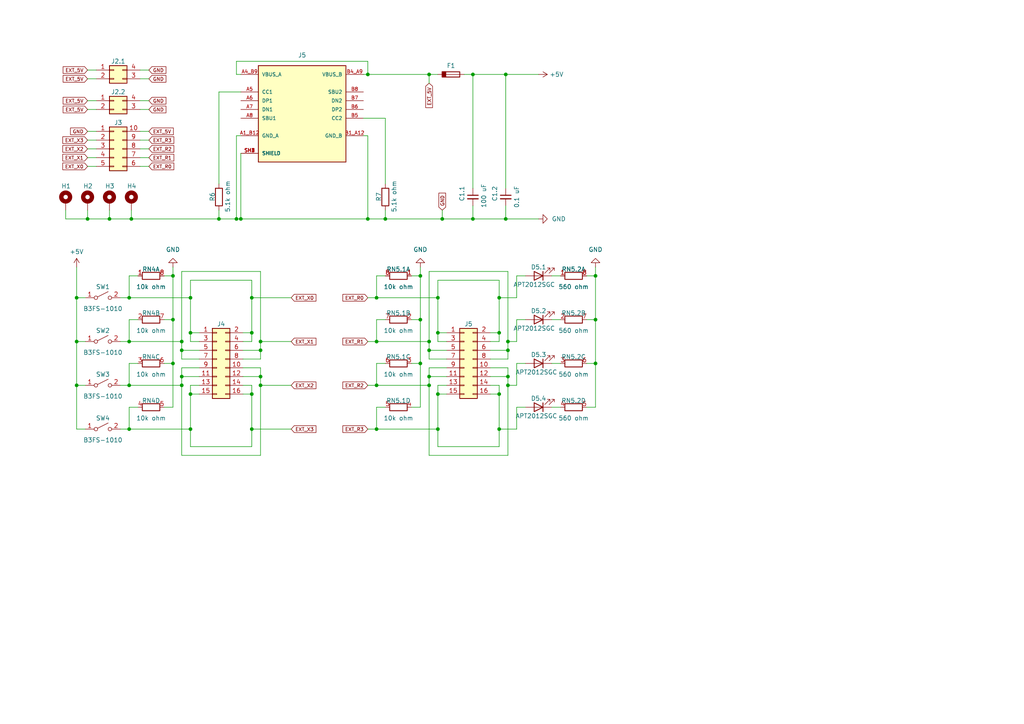
<source format=kicad_sch>
(kicad_sch
	(version 20231120)
	(generator "eeschema")
	(generator_version "8.0")
	(uuid "830b33a4-59a7-429b-a67a-cc6d1c7eba30")
	(paper "A4")
	(lib_symbols
		(symbol "Connector_Generic:Conn_02x02_Counter_Clockwise"
			(pin_names
				(offset 1.016) hide)
			(exclude_from_sim no)
			(in_bom yes)
			(on_board yes)
			(property "Reference" "J"
				(at 1.27 2.54 0)
				(effects
					(font
						(size 1.27 1.27)
					)
				)
			)
			(property "Value" "Conn_02x02_Counter_Clockwise"
				(at 1.27 -5.08 0)
				(effects
					(font
						(size 1.27 1.27)
					)
				)
			)
			(property "Footprint" ""
				(at 0 0 0)
				(effects
					(font
						(size 1.27 1.27)
					)
					(hide yes)
				)
			)
			(property "Datasheet" "~"
				(at 0 0 0)
				(effects
					(font
						(size 1.27 1.27)
					)
					(hide yes)
				)
			)
			(property "Description" "Generic connector, double row, 02x02, counter clockwise pin numbering scheme (similar to DIP package numbering), script generated (kicad-library-utils/schlib/autogen/connector/)"
				(at 0 0 0)
				(effects
					(font
						(size 1.27 1.27)
					)
					(hide yes)
				)
			)
			(property "ki_keywords" "connector"
				(at 0 0 0)
				(effects
					(font
						(size 1.27 1.27)
					)
					(hide yes)
				)
			)
			(property "ki_fp_filters" "Connector*:*_2x??_*"
				(at 0 0 0)
				(effects
					(font
						(size 1.27 1.27)
					)
					(hide yes)
				)
			)
			(symbol "Conn_02x02_Counter_Clockwise_1_1"
				(rectangle
					(start -1.27 -2.413)
					(end 0 -2.667)
					(stroke
						(width 0.1524)
						(type default)
					)
					(fill
						(type none)
					)
				)
				(rectangle
					(start -1.27 0.127)
					(end 0 -0.127)
					(stroke
						(width 0.1524)
						(type default)
					)
					(fill
						(type none)
					)
				)
				(rectangle
					(start -1.27 1.27)
					(end 3.81 -3.81)
					(stroke
						(width 0.254)
						(type default)
					)
					(fill
						(type background)
					)
				)
				(rectangle
					(start 3.81 -2.413)
					(end 2.54 -2.667)
					(stroke
						(width 0.1524)
						(type default)
					)
					(fill
						(type none)
					)
				)
				(rectangle
					(start 3.81 0.127)
					(end 2.54 -0.127)
					(stroke
						(width 0.1524)
						(type default)
					)
					(fill
						(type none)
					)
				)
				(pin passive line
					(at -5.08 0 0)
					(length 3.81)
					(name "Pin_1"
						(effects
							(font
								(size 1.27 1.27)
							)
						)
					)
					(number "1"
						(effects
							(font
								(size 1.27 1.27)
							)
						)
					)
				)
				(pin passive line
					(at -5.08 -2.54 0)
					(length 3.81)
					(name "Pin_2"
						(effects
							(font
								(size 1.27 1.27)
							)
						)
					)
					(number "2"
						(effects
							(font
								(size 1.27 1.27)
							)
						)
					)
				)
				(pin passive line
					(at 7.62 -2.54 180)
					(length 3.81)
					(name "Pin_3"
						(effects
							(font
								(size 1.27 1.27)
							)
						)
					)
					(number "3"
						(effects
							(font
								(size 1.27 1.27)
							)
						)
					)
				)
				(pin passive line
					(at 7.62 0 180)
					(length 3.81)
					(name "Pin_4"
						(effects
							(font
								(size 1.27 1.27)
							)
						)
					)
					(number "4"
						(effects
							(font
								(size 1.27 1.27)
							)
						)
					)
				)
			)
		)
		(symbol "Connector_Generic:Conn_02x05_Counter_Clockwise"
			(pin_names
				(offset 1.016) hide)
			(exclude_from_sim no)
			(in_bom yes)
			(on_board yes)
			(property "Reference" "J"
				(at 1.27 7.62 0)
				(effects
					(font
						(size 1.27 1.27)
					)
				)
			)
			(property "Value" "Conn_02x05_Counter_Clockwise"
				(at 1.27 -7.62 0)
				(effects
					(font
						(size 1.27 1.27)
					)
				)
			)
			(property "Footprint" ""
				(at 0 0 0)
				(effects
					(font
						(size 1.27 1.27)
					)
					(hide yes)
				)
			)
			(property "Datasheet" "~"
				(at 0 0 0)
				(effects
					(font
						(size 1.27 1.27)
					)
					(hide yes)
				)
			)
			(property "Description" "Generic connector, double row, 02x05, counter clockwise pin numbering scheme (similar to DIP package numbering), script generated (kicad-library-utils/schlib/autogen/connector/)"
				(at 0 0 0)
				(effects
					(font
						(size 1.27 1.27)
					)
					(hide yes)
				)
			)
			(property "ki_keywords" "connector"
				(at 0 0 0)
				(effects
					(font
						(size 1.27 1.27)
					)
					(hide yes)
				)
			)
			(property "ki_fp_filters" "Connector*:*_2x??_*"
				(at 0 0 0)
				(effects
					(font
						(size 1.27 1.27)
					)
					(hide yes)
				)
			)
			(symbol "Conn_02x05_Counter_Clockwise_1_1"
				(rectangle
					(start -1.27 -4.953)
					(end 0 -5.207)
					(stroke
						(width 0.1524)
						(type default)
					)
					(fill
						(type none)
					)
				)
				(rectangle
					(start -1.27 -2.413)
					(end 0 -2.667)
					(stroke
						(width 0.1524)
						(type default)
					)
					(fill
						(type none)
					)
				)
				(rectangle
					(start -1.27 0.127)
					(end 0 -0.127)
					(stroke
						(width 0.1524)
						(type default)
					)
					(fill
						(type none)
					)
				)
				(rectangle
					(start -1.27 2.667)
					(end 0 2.413)
					(stroke
						(width 0.1524)
						(type default)
					)
					(fill
						(type none)
					)
				)
				(rectangle
					(start -1.27 5.207)
					(end 0 4.953)
					(stroke
						(width 0.1524)
						(type default)
					)
					(fill
						(type none)
					)
				)
				(rectangle
					(start -1.27 6.35)
					(end 3.81 -6.35)
					(stroke
						(width 0.254)
						(type default)
					)
					(fill
						(type background)
					)
				)
				(rectangle
					(start 3.81 -4.953)
					(end 2.54 -5.207)
					(stroke
						(width 0.1524)
						(type default)
					)
					(fill
						(type none)
					)
				)
				(rectangle
					(start 3.81 -2.413)
					(end 2.54 -2.667)
					(stroke
						(width 0.1524)
						(type default)
					)
					(fill
						(type none)
					)
				)
				(rectangle
					(start 3.81 0.127)
					(end 2.54 -0.127)
					(stroke
						(width 0.1524)
						(type default)
					)
					(fill
						(type none)
					)
				)
				(rectangle
					(start 3.81 2.667)
					(end 2.54 2.413)
					(stroke
						(width 0.1524)
						(type default)
					)
					(fill
						(type none)
					)
				)
				(rectangle
					(start 3.81 5.207)
					(end 2.54 4.953)
					(stroke
						(width 0.1524)
						(type default)
					)
					(fill
						(type none)
					)
				)
				(pin passive line
					(at -5.08 5.08 0)
					(length 3.81)
					(name "Pin_1"
						(effects
							(font
								(size 1.27 1.27)
							)
						)
					)
					(number "1"
						(effects
							(font
								(size 1.27 1.27)
							)
						)
					)
				)
				(pin passive line
					(at 7.62 5.08 180)
					(length 3.81)
					(name "Pin_10"
						(effects
							(font
								(size 1.27 1.27)
							)
						)
					)
					(number "10"
						(effects
							(font
								(size 1.27 1.27)
							)
						)
					)
				)
				(pin passive line
					(at -5.08 2.54 0)
					(length 3.81)
					(name "Pin_2"
						(effects
							(font
								(size 1.27 1.27)
							)
						)
					)
					(number "2"
						(effects
							(font
								(size 1.27 1.27)
							)
						)
					)
				)
				(pin passive line
					(at -5.08 0 0)
					(length 3.81)
					(name "Pin_3"
						(effects
							(font
								(size 1.27 1.27)
							)
						)
					)
					(number "3"
						(effects
							(font
								(size 1.27 1.27)
							)
						)
					)
				)
				(pin passive line
					(at -5.08 -2.54 0)
					(length 3.81)
					(name "Pin_4"
						(effects
							(font
								(size 1.27 1.27)
							)
						)
					)
					(number "4"
						(effects
							(font
								(size 1.27 1.27)
							)
						)
					)
				)
				(pin passive line
					(at -5.08 -5.08 0)
					(length 3.81)
					(name "Pin_5"
						(effects
							(font
								(size 1.27 1.27)
							)
						)
					)
					(number "5"
						(effects
							(font
								(size 1.27 1.27)
							)
						)
					)
				)
				(pin passive line
					(at 7.62 -5.08 180)
					(length 3.81)
					(name "Pin_6"
						(effects
							(font
								(size 1.27 1.27)
							)
						)
					)
					(number "6"
						(effects
							(font
								(size 1.27 1.27)
							)
						)
					)
				)
				(pin passive line
					(at 7.62 -2.54 180)
					(length 3.81)
					(name "Pin_7"
						(effects
							(font
								(size 1.27 1.27)
							)
						)
					)
					(number "7"
						(effects
							(font
								(size 1.27 1.27)
							)
						)
					)
				)
				(pin passive line
					(at 7.62 0 180)
					(length 3.81)
					(name "Pin_8"
						(effects
							(font
								(size 1.27 1.27)
							)
						)
					)
					(number "8"
						(effects
							(font
								(size 1.27 1.27)
							)
						)
					)
				)
				(pin passive line
					(at 7.62 2.54 180)
					(length 3.81)
					(name "Pin_9"
						(effects
							(font
								(size 1.27 1.27)
							)
						)
					)
					(number "9"
						(effects
							(font
								(size 1.27 1.27)
							)
						)
					)
				)
			)
		)
		(symbol "Connector_Generic:Conn_02x08_Odd_Even"
			(pin_names
				(offset 1.016) hide)
			(exclude_from_sim no)
			(in_bom yes)
			(on_board yes)
			(property "Reference" "J"
				(at 1.27 10.16 0)
				(effects
					(font
						(size 1.27 1.27)
					)
				)
			)
			(property "Value" "Conn_02x08_Odd_Even"
				(at 1.27 -12.7 0)
				(effects
					(font
						(size 1.27 1.27)
					)
				)
			)
			(property "Footprint" ""
				(at 0 0 0)
				(effects
					(font
						(size 1.27 1.27)
					)
					(hide yes)
				)
			)
			(property "Datasheet" "~"
				(at 0 0 0)
				(effects
					(font
						(size 1.27 1.27)
					)
					(hide yes)
				)
			)
			(property "Description" "Generic connector, double row, 02x08, odd/even pin numbering scheme (row 1 odd numbers, row 2 even numbers), script generated (kicad-library-utils/schlib/autogen/connector/)"
				(at 0 0 0)
				(effects
					(font
						(size 1.27 1.27)
					)
					(hide yes)
				)
			)
			(property "ki_keywords" "connector"
				(at 0 0 0)
				(effects
					(font
						(size 1.27 1.27)
					)
					(hide yes)
				)
			)
			(property "ki_fp_filters" "Connector*:*_2x??_*"
				(at 0 0 0)
				(effects
					(font
						(size 1.27 1.27)
					)
					(hide yes)
				)
			)
			(symbol "Conn_02x08_Odd_Even_1_1"
				(rectangle
					(start -1.27 -10.033)
					(end 0 -10.287)
					(stroke
						(width 0.1524)
						(type default)
					)
					(fill
						(type none)
					)
				)
				(rectangle
					(start -1.27 -7.493)
					(end 0 -7.747)
					(stroke
						(width 0.1524)
						(type default)
					)
					(fill
						(type none)
					)
				)
				(rectangle
					(start -1.27 -4.953)
					(end 0 -5.207)
					(stroke
						(width 0.1524)
						(type default)
					)
					(fill
						(type none)
					)
				)
				(rectangle
					(start -1.27 -2.413)
					(end 0 -2.667)
					(stroke
						(width 0.1524)
						(type default)
					)
					(fill
						(type none)
					)
				)
				(rectangle
					(start -1.27 0.127)
					(end 0 -0.127)
					(stroke
						(width 0.1524)
						(type default)
					)
					(fill
						(type none)
					)
				)
				(rectangle
					(start -1.27 2.667)
					(end 0 2.413)
					(stroke
						(width 0.1524)
						(type default)
					)
					(fill
						(type none)
					)
				)
				(rectangle
					(start -1.27 5.207)
					(end 0 4.953)
					(stroke
						(width 0.1524)
						(type default)
					)
					(fill
						(type none)
					)
				)
				(rectangle
					(start -1.27 7.747)
					(end 0 7.493)
					(stroke
						(width 0.1524)
						(type default)
					)
					(fill
						(type none)
					)
				)
				(rectangle
					(start -1.27 8.89)
					(end 3.81 -11.43)
					(stroke
						(width 0.254)
						(type default)
					)
					(fill
						(type background)
					)
				)
				(rectangle
					(start 3.81 -10.033)
					(end 2.54 -10.287)
					(stroke
						(width 0.1524)
						(type default)
					)
					(fill
						(type none)
					)
				)
				(rectangle
					(start 3.81 -7.493)
					(end 2.54 -7.747)
					(stroke
						(width 0.1524)
						(type default)
					)
					(fill
						(type none)
					)
				)
				(rectangle
					(start 3.81 -4.953)
					(end 2.54 -5.207)
					(stroke
						(width 0.1524)
						(type default)
					)
					(fill
						(type none)
					)
				)
				(rectangle
					(start 3.81 -2.413)
					(end 2.54 -2.667)
					(stroke
						(width 0.1524)
						(type default)
					)
					(fill
						(type none)
					)
				)
				(rectangle
					(start 3.81 0.127)
					(end 2.54 -0.127)
					(stroke
						(width 0.1524)
						(type default)
					)
					(fill
						(type none)
					)
				)
				(rectangle
					(start 3.81 2.667)
					(end 2.54 2.413)
					(stroke
						(width 0.1524)
						(type default)
					)
					(fill
						(type none)
					)
				)
				(rectangle
					(start 3.81 5.207)
					(end 2.54 4.953)
					(stroke
						(width 0.1524)
						(type default)
					)
					(fill
						(type none)
					)
				)
				(rectangle
					(start 3.81 7.747)
					(end 2.54 7.493)
					(stroke
						(width 0.1524)
						(type default)
					)
					(fill
						(type none)
					)
				)
				(pin passive line
					(at -5.08 7.62 0)
					(length 3.81)
					(name "Pin_1"
						(effects
							(font
								(size 1.27 1.27)
							)
						)
					)
					(number "1"
						(effects
							(font
								(size 1.27 1.27)
							)
						)
					)
				)
				(pin passive line
					(at 7.62 -2.54 180)
					(length 3.81)
					(name "Pin_10"
						(effects
							(font
								(size 1.27 1.27)
							)
						)
					)
					(number "10"
						(effects
							(font
								(size 1.27 1.27)
							)
						)
					)
				)
				(pin passive line
					(at -5.08 -5.08 0)
					(length 3.81)
					(name "Pin_11"
						(effects
							(font
								(size 1.27 1.27)
							)
						)
					)
					(number "11"
						(effects
							(font
								(size 1.27 1.27)
							)
						)
					)
				)
				(pin passive line
					(at 7.62 -5.08 180)
					(length 3.81)
					(name "Pin_12"
						(effects
							(font
								(size 1.27 1.27)
							)
						)
					)
					(number "12"
						(effects
							(font
								(size 1.27 1.27)
							)
						)
					)
				)
				(pin passive line
					(at -5.08 -7.62 0)
					(length 3.81)
					(name "Pin_13"
						(effects
							(font
								(size 1.27 1.27)
							)
						)
					)
					(number "13"
						(effects
							(font
								(size 1.27 1.27)
							)
						)
					)
				)
				(pin passive line
					(at 7.62 -7.62 180)
					(length 3.81)
					(name "Pin_14"
						(effects
							(font
								(size 1.27 1.27)
							)
						)
					)
					(number "14"
						(effects
							(font
								(size 1.27 1.27)
							)
						)
					)
				)
				(pin passive line
					(at -5.08 -10.16 0)
					(length 3.81)
					(name "Pin_15"
						(effects
							(font
								(size 1.27 1.27)
							)
						)
					)
					(number "15"
						(effects
							(font
								(size 1.27 1.27)
							)
						)
					)
				)
				(pin passive line
					(at 7.62 -10.16 180)
					(length 3.81)
					(name "Pin_16"
						(effects
							(font
								(size 1.27 1.27)
							)
						)
					)
					(number "16"
						(effects
							(font
								(size 1.27 1.27)
							)
						)
					)
				)
				(pin passive line
					(at 7.62 7.62 180)
					(length 3.81)
					(name "Pin_2"
						(effects
							(font
								(size 1.27 1.27)
							)
						)
					)
					(number "2"
						(effects
							(font
								(size 1.27 1.27)
							)
						)
					)
				)
				(pin passive line
					(at -5.08 5.08 0)
					(length 3.81)
					(name "Pin_3"
						(effects
							(font
								(size 1.27 1.27)
							)
						)
					)
					(number "3"
						(effects
							(font
								(size 1.27 1.27)
							)
						)
					)
				)
				(pin passive line
					(at 7.62 5.08 180)
					(length 3.81)
					(name "Pin_4"
						(effects
							(font
								(size 1.27 1.27)
							)
						)
					)
					(number "4"
						(effects
							(font
								(size 1.27 1.27)
							)
						)
					)
				)
				(pin passive line
					(at -5.08 2.54 0)
					(length 3.81)
					(name "Pin_5"
						(effects
							(font
								(size 1.27 1.27)
							)
						)
					)
					(number "5"
						(effects
							(font
								(size 1.27 1.27)
							)
						)
					)
				)
				(pin passive line
					(at 7.62 2.54 180)
					(length 3.81)
					(name "Pin_6"
						(effects
							(font
								(size 1.27 1.27)
							)
						)
					)
					(number "6"
						(effects
							(font
								(size 1.27 1.27)
							)
						)
					)
				)
				(pin passive line
					(at -5.08 0 0)
					(length 3.81)
					(name "Pin_7"
						(effects
							(font
								(size 1.27 1.27)
							)
						)
					)
					(number "7"
						(effects
							(font
								(size 1.27 1.27)
							)
						)
					)
				)
				(pin passive line
					(at 7.62 0 180)
					(length 3.81)
					(name "Pin_8"
						(effects
							(font
								(size 1.27 1.27)
							)
						)
					)
					(number "8"
						(effects
							(font
								(size 1.27 1.27)
							)
						)
					)
				)
				(pin passive line
					(at -5.08 -2.54 0)
					(length 3.81)
					(name "Pin_9"
						(effects
							(font
								(size 1.27 1.27)
							)
						)
					)
					(number "9"
						(effects
							(font
								(size 1.27 1.27)
							)
						)
					)
				)
			)
		)
		(symbol "Device:C_Small"
			(pin_numbers hide)
			(pin_names
				(offset 0.254) hide)
			(exclude_from_sim no)
			(in_bom yes)
			(on_board yes)
			(property "Reference" "C"
				(at 0.254 1.778 0)
				(effects
					(font
						(size 1.27 1.27)
					)
					(justify left)
				)
			)
			(property "Value" "C_Small"
				(at 0.254 -2.032 0)
				(effects
					(font
						(size 1.27 1.27)
					)
					(justify left)
				)
			)
			(property "Footprint" ""
				(at 0 0 0)
				(effects
					(font
						(size 1.27 1.27)
					)
					(hide yes)
				)
			)
			(property "Datasheet" "~"
				(at 0 0 0)
				(effects
					(font
						(size 1.27 1.27)
					)
					(hide yes)
				)
			)
			(property "Description" "Unpolarized capacitor, small symbol"
				(at 0 0 0)
				(effects
					(font
						(size 1.27 1.27)
					)
					(hide yes)
				)
			)
			(property "ki_keywords" "capacitor cap"
				(at 0 0 0)
				(effects
					(font
						(size 1.27 1.27)
					)
					(hide yes)
				)
			)
			(property "ki_fp_filters" "C_*"
				(at 0 0 0)
				(effects
					(font
						(size 1.27 1.27)
					)
					(hide yes)
				)
			)
			(symbol "C_Small_0_1"
				(polyline
					(pts
						(xy -1.524 -0.508) (xy 1.524 -0.508)
					)
					(stroke
						(width 0.3302)
						(type default)
					)
					(fill
						(type none)
					)
				)
				(polyline
					(pts
						(xy -1.524 0.508) (xy 1.524 0.508)
					)
					(stroke
						(width 0.3048)
						(type default)
					)
					(fill
						(type none)
					)
				)
			)
			(symbol "C_Small_1_1"
				(pin passive line
					(at 0 2.54 270)
					(length 2.032)
					(name "~"
						(effects
							(font
								(size 1.27 1.27)
							)
						)
					)
					(number "1"
						(effects
							(font
								(size 1.27 1.27)
							)
						)
					)
				)
				(pin passive line
					(at 0 -2.54 90)
					(length 2.032)
					(name "~"
						(effects
							(font
								(size 1.27 1.27)
							)
						)
					)
					(number "2"
						(effects
							(font
								(size 1.27 1.27)
							)
						)
					)
				)
			)
		)
		(symbol "Device:Fuse_Polarized"
			(pin_numbers hide)
			(pin_names
				(offset 0)
			)
			(exclude_from_sim no)
			(in_bom yes)
			(on_board yes)
			(property "Reference" "F"
				(at 2.032 0 90)
				(effects
					(font
						(size 1.27 1.27)
					)
				)
			)
			(property "Value" "Fuse_Polarized"
				(at -1.905 0 90)
				(effects
					(font
						(size 1.27 1.27)
					)
				)
			)
			(property "Footprint" ""
				(at -1.778 0 90)
				(effects
					(font
						(size 1.27 1.27)
					)
					(hide yes)
				)
			)
			(property "Datasheet" "~"
				(at 0 0 0)
				(effects
					(font
						(size 1.27 1.27)
					)
					(hide yes)
				)
			)
			(property "Description" "Polarized fuse"
				(at 0 0 0)
				(effects
					(font
						(size 1.27 1.27)
					)
					(hide yes)
				)
			)
			(property "ki_keywords" "fuse"
				(at 0 0 0)
				(effects
					(font
						(size 1.27 1.27)
					)
					(hide yes)
				)
			)
			(property "ki_fp_filters" "*Fuse*"
				(at 0 0 0)
				(effects
					(font
						(size 1.27 1.27)
					)
					(hide yes)
				)
			)
			(symbol "Fuse_Polarized_0_1"
				(rectangle
					(start -0.762 -2.54)
					(end 0.762 2.54)
					(stroke
						(width 0.254)
						(type default)
					)
					(fill
						(type none)
					)
				)
				(rectangle
					(start -0.762 2.54)
					(end 0.762 1.524)
					(stroke
						(width 0.254)
						(type default)
					)
					(fill
						(type outline)
					)
				)
				(polyline
					(pts
						(xy 0 2.54) (xy 0 -2.54)
					)
					(stroke
						(width 0)
						(type default)
					)
					(fill
						(type none)
					)
				)
			)
			(symbol "Fuse_Polarized_1_1"
				(pin power_in line
					(at 0 3.81 270)
					(length 1.27)
					(name "~"
						(effects
							(font
								(size 1.27 1.27)
							)
						)
					)
					(number "1"
						(effects
							(font
								(size 1.27 1.27)
							)
						)
					)
				)
				(pin power_out line
					(at 0 -3.81 90)
					(length 1.27)
					(name "~"
						(effects
							(font
								(size 1.27 1.27)
							)
						)
					)
					(number "2"
						(effects
							(font
								(size 1.27 1.27)
							)
						)
					)
				)
			)
		)
		(symbol "Device:LED"
			(pin_numbers hide)
			(pin_names
				(offset 1.016) hide)
			(exclude_from_sim no)
			(in_bom yes)
			(on_board yes)
			(property "Reference" "D"
				(at 0 2.54 0)
				(effects
					(font
						(size 1.27 1.27)
					)
				)
			)
			(property "Value" "LED"
				(at 0 -2.54 0)
				(effects
					(font
						(size 1.27 1.27)
					)
				)
			)
			(property "Footprint" ""
				(at 0 0 0)
				(effects
					(font
						(size 1.27 1.27)
					)
					(hide yes)
				)
			)
			(property "Datasheet" "~"
				(at 0 0 0)
				(effects
					(font
						(size 1.27 1.27)
					)
					(hide yes)
				)
			)
			(property "Description" "Light emitting diode"
				(at 0 0 0)
				(effects
					(font
						(size 1.27 1.27)
					)
					(hide yes)
				)
			)
			(property "ki_keywords" "LED diode"
				(at 0 0 0)
				(effects
					(font
						(size 1.27 1.27)
					)
					(hide yes)
				)
			)
			(property "ki_fp_filters" "LED* LED_SMD:* LED_THT:*"
				(at 0 0 0)
				(effects
					(font
						(size 1.27 1.27)
					)
					(hide yes)
				)
			)
			(symbol "LED_0_1"
				(polyline
					(pts
						(xy -1.27 -1.27) (xy -1.27 1.27)
					)
					(stroke
						(width 0.254)
						(type default)
					)
					(fill
						(type none)
					)
				)
				(polyline
					(pts
						(xy -1.27 0) (xy 1.27 0)
					)
					(stroke
						(width 0)
						(type default)
					)
					(fill
						(type none)
					)
				)
				(polyline
					(pts
						(xy 1.27 -1.27) (xy 1.27 1.27) (xy -1.27 0) (xy 1.27 -1.27)
					)
					(stroke
						(width 0.254)
						(type default)
					)
					(fill
						(type none)
					)
				)
				(polyline
					(pts
						(xy -3.048 -0.762) (xy -4.572 -2.286) (xy -3.81 -2.286) (xy -4.572 -2.286) (xy -4.572 -1.524)
					)
					(stroke
						(width 0)
						(type default)
					)
					(fill
						(type none)
					)
				)
				(polyline
					(pts
						(xy -1.778 -0.762) (xy -3.302 -2.286) (xy -2.54 -2.286) (xy -3.302 -2.286) (xy -3.302 -1.524)
					)
					(stroke
						(width 0)
						(type default)
					)
					(fill
						(type none)
					)
				)
			)
			(symbol "LED_1_1"
				(pin passive line
					(at -3.81 0 0)
					(length 2.54)
					(name "K"
						(effects
							(font
								(size 1.27 1.27)
							)
						)
					)
					(number "1"
						(effects
							(font
								(size 1.27 1.27)
							)
						)
					)
				)
				(pin passive line
					(at 3.81 0 180)
					(length 2.54)
					(name "A"
						(effects
							(font
								(size 1.27 1.27)
							)
						)
					)
					(number "2"
						(effects
							(font
								(size 1.27 1.27)
							)
						)
					)
				)
			)
		)
		(symbol "Device:R"
			(pin_numbers hide)
			(pin_names
				(offset 0)
			)
			(exclude_from_sim no)
			(in_bom yes)
			(on_board yes)
			(property "Reference" "R"
				(at 2.032 0 90)
				(effects
					(font
						(size 1.27 1.27)
					)
				)
			)
			(property "Value" "R"
				(at 0 0 90)
				(effects
					(font
						(size 1.27 1.27)
					)
				)
			)
			(property "Footprint" ""
				(at -1.778 0 90)
				(effects
					(font
						(size 1.27 1.27)
					)
					(hide yes)
				)
			)
			(property "Datasheet" "~"
				(at 0 0 0)
				(effects
					(font
						(size 1.27 1.27)
					)
					(hide yes)
				)
			)
			(property "Description" "Resistor"
				(at 0 0 0)
				(effects
					(font
						(size 1.27 1.27)
					)
					(hide yes)
				)
			)
			(property "ki_keywords" "R res resistor"
				(at 0 0 0)
				(effects
					(font
						(size 1.27 1.27)
					)
					(hide yes)
				)
			)
			(property "ki_fp_filters" "R_*"
				(at 0 0 0)
				(effects
					(font
						(size 1.27 1.27)
					)
					(hide yes)
				)
			)
			(symbol "R_0_1"
				(rectangle
					(start -1.016 -2.54)
					(end 1.016 2.54)
					(stroke
						(width 0.254)
						(type default)
					)
					(fill
						(type none)
					)
				)
			)
			(symbol "R_1_1"
				(pin passive line
					(at 0 3.81 270)
					(length 1.27)
					(name "~"
						(effects
							(font
								(size 1.27 1.27)
							)
						)
					)
					(number "1"
						(effects
							(font
								(size 1.27 1.27)
							)
						)
					)
				)
				(pin passive line
					(at 0 -3.81 90)
					(length 1.27)
					(name "~"
						(effects
							(font
								(size 1.27 1.27)
							)
						)
					)
					(number "2"
						(effects
							(font
								(size 1.27 1.27)
							)
						)
					)
				)
			)
		)
		(symbol "Device:R_Pack04_Split"
			(pin_names
				(offset 0) hide)
			(exclude_from_sim no)
			(in_bom yes)
			(on_board yes)
			(property "Reference" "RN"
				(at 2.032 0 90)
				(effects
					(font
						(size 1.27 1.27)
					)
				)
			)
			(property "Value" "R_Pack04_Split"
				(at 0 0 90)
				(effects
					(font
						(size 1.27 1.27)
					)
				)
			)
			(property "Footprint" ""
				(at -2.032 0 90)
				(effects
					(font
						(size 1.27 1.27)
					)
					(hide yes)
				)
			)
			(property "Datasheet" "~"
				(at 0 0 0)
				(effects
					(font
						(size 1.27 1.27)
					)
					(hide yes)
				)
			)
			(property "Description" "4 resistor network, parallel topology, split"
				(at 0 0 0)
				(effects
					(font
						(size 1.27 1.27)
					)
					(hide yes)
				)
			)
			(property "ki_keywords" "R network parallel topology isolated"
				(at 0 0 0)
				(effects
					(font
						(size 1.27 1.27)
					)
					(hide yes)
				)
			)
			(property "ki_fp_filters" "DIP* SOIC* R*Array*Concave* R*Array*Convex*"
				(at 0 0 0)
				(effects
					(font
						(size 1.27 1.27)
					)
					(hide yes)
				)
			)
			(symbol "R_Pack04_Split_0_1"
				(rectangle
					(start 1.016 2.54)
					(end -1.016 -2.54)
					(stroke
						(width 0.254)
						(type default)
					)
					(fill
						(type none)
					)
				)
			)
			(symbol "R_Pack04_Split_1_1"
				(pin passive line
					(at 0 -3.81 90)
					(length 1.27)
					(name "R1.1"
						(effects
							(font
								(size 1.27 1.27)
							)
						)
					)
					(number "1"
						(effects
							(font
								(size 1.27 1.27)
							)
						)
					)
				)
				(pin passive line
					(at 0 3.81 270)
					(length 1.27)
					(name "R1.2"
						(effects
							(font
								(size 1.27 1.27)
							)
						)
					)
					(number "8"
						(effects
							(font
								(size 1.27 1.27)
							)
						)
					)
				)
			)
			(symbol "R_Pack04_Split_2_1"
				(pin passive line
					(at 0 -3.81 90)
					(length 1.27)
					(name "R2.1"
						(effects
							(font
								(size 1.27 1.27)
							)
						)
					)
					(number "2"
						(effects
							(font
								(size 1.27 1.27)
							)
						)
					)
				)
				(pin passive line
					(at 0 3.81 270)
					(length 1.27)
					(name "R2.2"
						(effects
							(font
								(size 1.27 1.27)
							)
						)
					)
					(number "7"
						(effects
							(font
								(size 1.27 1.27)
							)
						)
					)
				)
			)
			(symbol "R_Pack04_Split_3_1"
				(pin passive line
					(at 0 -3.81 90)
					(length 1.27)
					(name "R3.1"
						(effects
							(font
								(size 1.27 1.27)
							)
						)
					)
					(number "3"
						(effects
							(font
								(size 1.27 1.27)
							)
						)
					)
				)
				(pin passive line
					(at 0 3.81 270)
					(length 1.27)
					(name "R3.2"
						(effects
							(font
								(size 1.27 1.27)
							)
						)
					)
					(number "6"
						(effects
							(font
								(size 1.27 1.27)
							)
						)
					)
				)
			)
			(symbol "R_Pack04_Split_4_1"
				(pin passive line
					(at 0 -3.81 90)
					(length 1.27)
					(name "R4.1"
						(effects
							(font
								(size 1.27 1.27)
							)
						)
					)
					(number "4"
						(effects
							(font
								(size 1.27 1.27)
							)
						)
					)
				)
				(pin passive line
					(at 0 3.81 270)
					(length 1.27)
					(name "R4.2"
						(effects
							(font
								(size 1.27 1.27)
							)
						)
					)
					(number "5"
						(effects
							(font
								(size 1.27 1.27)
							)
						)
					)
				)
			)
		)
		(symbol "GSB1C41110SSHR:GSB1C41110SSHR"
			(pin_names
				(offset 1.016)
			)
			(exclude_from_sim no)
			(in_bom yes)
			(on_board yes)
			(property "Reference" "J"
				(at -12.7 13.462 0)
				(effects
					(font
						(size 1.27 1.27)
					)
					(justify left bottom)
				)
			)
			(property "Value" "GSB1C41110SSHR"
				(at -12.7 -17.78 0)
				(effects
					(font
						(size 1.27 1.27)
					)
					(justify left bottom)
				)
			)
			(property "Footprint" "GSB1C41110SSHR:AMPHENOL_GSB1C41110SSHR"
				(at 0 0 0)
				(effects
					(font
						(size 1.27 1.27)
					)
					(justify bottom)
					(hide yes)
				)
			)
			(property "Datasheet" ""
				(at 0 0 0)
				(effects
					(font
						(size 1.27 1.27)
					)
					(hide yes)
				)
			)
			(property "Description" ""
				(at 0 0 0)
				(effects
					(font
						(size 1.27 1.27)
					)
					(hide yes)
				)
			)
			(property "MF" "Amphenol Canada"
				(at 0 0 0)
				(effects
					(font
						(size 1.27 1.27)
					)
					(justify bottom)
					(hide yes)
				)
			)
			(property "MAXIMUM_PACKAGE_HEIGHT" "3.21mm"
				(at 0 0 0)
				(effects
					(font
						(size 1.27 1.27)
					)
					(justify bottom)
					(hide yes)
				)
			)
			(property "Package" "None"
				(at 0 0 0)
				(effects
					(font
						(size 1.27 1.27)
					)
					(justify bottom)
					(hide yes)
				)
			)
			(property "Price" "None"
				(at 0 0 0)
				(effects
					(font
						(size 1.27 1.27)
					)
					(justify bottom)
					(hide yes)
				)
			)
			(property "Check_prices" "https://www.snapeda.com/parts/GSB1C41110SSHR/Amphenol/view-part/?ref=eda"
				(at 0 0 0)
				(effects
					(font
						(size 1.27 1.27)
					)
					(justify bottom)
					(hide yes)
				)
			)
			(property "STANDARD" "Manufacturer Recommendations"
				(at 0 0 0)
				(effects
					(font
						(size 1.27 1.27)
					)
					(justify bottom)
					(hide yes)
				)
			)
			(property "PARTREV" "AX1"
				(at 0 0 0)
				(effects
					(font
						(size 1.27 1.27)
					)
					(justify bottom)
					(hide yes)
				)
			)
			(property "SnapEDA_Link" "https://www.snapeda.com/parts/GSB1C41110SSHR/Amphenol/view-part/?ref=snap"
				(at 0 0 0)
				(effects
					(font
						(size 1.27 1.27)
					)
					(justify bottom)
					(hide yes)
				)
			)
			(property "MP" "GSB1C41110SSHR"
				(at 0 0 0)
				(effects
					(font
						(size 1.27 1.27)
					)
					(justify bottom)
					(hide yes)
				)
			)
			(property "Purchase-URL" "https://www.snapeda.com/api/url_track_click_mouser/?unipart_id=13791153&manufacturer=Amphenol Canada&part_name=GSB1C41110SSHR&search_term=gsb1c41110sshr"
				(at 0 0 0)
				(effects
					(font
						(size 1.27 1.27)
					)
					(justify bottom)
					(hide yes)
				)
			)
			(property "Description_1" "\nUSB2.0, Type C, Top mount, Center Height 1.63mm, Single Row Surface Mount\n"
				(at 0 0 0)
				(effects
					(font
						(size 1.27 1.27)
					)
					(justify bottom)
					(hide yes)
				)
			)
			(property "Availability" "In Stock"
				(at 0 0 0)
				(effects
					(font
						(size 1.27 1.27)
					)
					(justify bottom)
					(hide yes)
				)
			)
			(property "MANUFACTURER" "Amphenol"
				(at 0 0 0)
				(effects
					(font
						(size 1.27 1.27)
					)
					(justify bottom)
					(hide yes)
				)
			)
			(symbol "GSB1C41110SSHR_0_0"
				(rectangle
					(start -12.7 -15.24)
					(end 12.7 12.7)
					(stroke
						(width 0.254)
						(type default)
					)
					(fill
						(type background)
					)
				)
				(pin power_in line
					(at -17.78 -7.62 0)
					(length 5.08)
					(name "GND_A"
						(effects
							(font
								(size 1.016 1.016)
							)
						)
					)
					(number "A1_B12"
						(effects
							(font
								(size 1.016 1.016)
							)
						)
					)
				)
				(pin power_in line
					(at -17.78 10.16 0)
					(length 5.08)
					(name "VBUS_A"
						(effects
							(font
								(size 1.016 1.016)
							)
						)
					)
					(number "A4_B9"
						(effects
							(font
								(size 1.016 1.016)
							)
						)
					)
				)
				(pin bidirectional line
					(at -17.78 5.08 0)
					(length 5.08)
					(name "CC1"
						(effects
							(font
								(size 1.016 1.016)
							)
						)
					)
					(number "A5"
						(effects
							(font
								(size 1.016 1.016)
							)
						)
					)
				)
				(pin bidirectional line
					(at -17.78 2.54 0)
					(length 5.08)
					(name "DP1"
						(effects
							(font
								(size 1.016 1.016)
							)
						)
					)
					(number "A6"
						(effects
							(font
								(size 1.016 1.016)
							)
						)
					)
				)
				(pin bidirectional line
					(at -17.78 0 0)
					(length 5.08)
					(name "DN1"
						(effects
							(font
								(size 1.016 1.016)
							)
						)
					)
					(number "A7"
						(effects
							(font
								(size 1.016 1.016)
							)
						)
					)
				)
				(pin bidirectional line
					(at -17.78 -2.54 0)
					(length 5.08)
					(name "SBU1"
						(effects
							(font
								(size 1.016 1.016)
							)
						)
					)
					(number "A8"
						(effects
							(font
								(size 1.016 1.016)
							)
						)
					)
				)
				(pin power_in line
					(at 17.78 -7.62 180)
					(length 5.08)
					(name "GND_B"
						(effects
							(font
								(size 1.016 1.016)
							)
						)
					)
					(number "B1_A12"
						(effects
							(font
								(size 1.016 1.016)
							)
						)
					)
				)
				(pin power_in line
					(at 17.78 10.16 180)
					(length 5.08)
					(name "VBUS_B"
						(effects
							(font
								(size 1.016 1.016)
							)
						)
					)
					(number "B4_A9"
						(effects
							(font
								(size 1.016 1.016)
							)
						)
					)
				)
				(pin bidirectional line
					(at 17.78 -2.54 180)
					(length 5.08)
					(name "CC2"
						(effects
							(font
								(size 1.016 1.016)
							)
						)
					)
					(number "B5"
						(effects
							(font
								(size 1.016 1.016)
							)
						)
					)
				)
				(pin bidirectional line
					(at 17.78 0 180)
					(length 5.08)
					(name "DP2"
						(effects
							(font
								(size 1.016 1.016)
							)
						)
					)
					(number "B6"
						(effects
							(font
								(size 1.016 1.016)
							)
						)
					)
				)
				(pin bidirectional line
					(at 17.78 2.54 180)
					(length 5.08)
					(name "DN2"
						(effects
							(font
								(size 1.016 1.016)
							)
						)
					)
					(number "B7"
						(effects
							(font
								(size 1.016 1.016)
							)
						)
					)
				)
				(pin bidirectional line
					(at 17.78 5.08 180)
					(length 5.08)
					(name "SBU2"
						(effects
							(font
								(size 1.016 1.016)
							)
						)
					)
					(number "B8"
						(effects
							(font
								(size 1.016 1.016)
							)
						)
					)
				)
				(pin passive line
					(at -17.78 -12.7 0)
					(length 5.08)
					(name "SHIELD"
						(effects
							(font
								(size 1.016 1.016)
							)
						)
					)
					(number "SH1"
						(effects
							(font
								(size 1.016 1.016)
							)
						)
					)
				)
				(pin passive line
					(at -17.78 -12.7 0)
					(length 5.08)
					(name "SHIELD"
						(effects
							(font
								(size 1.016 1.016)
							)
						)
					)
					(number "SH2"
						(effects
							(font
								(size 1.016 1.016)
							)
						)
					)
				)
				(pin passive line
					(at -17.78 -12.7 0)
					(length 5.08)
					(name "SHIELD"
						(effects
							(font
								(size 1.016 1.016)
							)
						)
					)
					(number "SH3"
						(effects
							(font
								(size 1.016 1.016)
							)
						)
					)
				)
				(pin passive line
					(at -17.78 -12.7 0)
					(length 5.08)
					(name "SHIELD"
						(effects
							(font
								(size 1.016 1.016)
							)
						)
					)
					(number "SH4"
						(effects
							(font
								(size 1.016 1.016)
							)
						)
					)
				)
			)
		)
		(symbol "Mechanical:MountingHole_Pad"
			(pin_numbers hide)
			(pin_names
				(offset 1.016) hide)
			(exclude_from_sim no)
			(in_bom yes)
			(on_board yes)
			(property "Reference" "H"
				(at 0 6.35 0)
				(effects
					(font
						(size 1.27 1.27)
					)
				)
			)
			(property "Value" "MountingHole_Pad"
				(at 0 4.445 0)
				(effects
					(font
						(size 1.27 1.27)
					)
				)
			)
			(property "Footprint" ""
				(at 0 0 0)
				(effects
					(font
						(size 1.27 1.27)
					)
					(hide yes)
				)
			)
			(property "Datasheet" "~"
				(at 0 0 0)
				(effects
					(font
						(size 1.27 1.27)
					)
					(hide yes)
				)
			)
			(property "Description" "Mounting Hole with connection"
				(at 0 0 0)
				(effects
					(font
						(size 1.27 1.27)
					)
					(hide yes)
				)
			)
			(property "ki_keywords" "mounting hole"
				(at 0 0 0)
				(effects
					(font
						(size 1.27 1.27)
					)
					(hide yes)
				)
			)
			(property "ki_fp_filters" "MountingHole*Pad*"
				(at 0 0 0)
				(effects
					(font
						(size 1.27 1.27)
					)
					(hide yes)
				)
			)
			(symbol "MountingHole_Pad_0_1"
				(circle
					(center 0 1.27)
					(radius 1.27)
					(stroke
						(width 1.27)
						(type default)
					)
					(fill
						(type none)
					)
				)
			)
			(symbol "MountingHole_Pad_1_1"
				(pin input line
					(at 0 -2.54 90)
					(length 2.54)
					(name "1"
						(effects
							(font
								(size 1.27 1.27)
							)
						)
					)
					(number "1"
						(effects
							(font
								(size 1.27 1.27)
							)
						)
					)
				)
			)
		)
		(symbol "Switch:SW_SPST"
			(pin_names
				(offset 0) hide)
			(exclude_from_sim no)
			(in_bom yes)
			(on_board yes)
			(property "Reference" "SW"
				(at 0 3.175 0)
				(effects
					(font
						(size 1.27 1.27)
					)
				)
			)
			(property "Value" "SW_SPST"
				(at 0 -2.54 0)
				(effects
					(font
						(size 1.27 1.27)
					)
				)
			)
			(property "Footprint" ""
				(at 0 0 0)
				(effects
					(font
						(size 1.27 1.27)
					)
					(hide yes)
				)
			)
			(property "Datasheet" "~"
				(at 0 0 0)
				(effects
					(font
						(size 1.27 1.27)
					)
					(hide yes)
				)
			)
			(property "Description" "Single Pole Single Throw (SPST) switch"
				(at 0 0 0)
				(effects
					(font
						(size 1.27 1.27)
					)
					(hide yes)
				)
			)
			(property "ki_keywords" "switch lever"
				(at 0 0 0)
				(effects
					(font
						(size 1.27 1.27)
					)
					(hide yes)
				)
			)
			(symbol "SW_SPST_0_0"
				(circle
					(center -2.032 0)
					(radius 0.508)
					(stroke
						(width 0)
						(type default)
					)
					(fill
						(type none)
					)
				)
				(polyline
					(pts
						(xy -1.524 0.254) (xy 1.524 1.778)
					)
					(stroke
						(width 0)
						(type default)
					)
					(fill
						(type none)
					)
				)
				(circle
					(center 2.032 0)
					(radius 0.508)
					(stroke
						(width 0)
						(type default)
					)
					(fill
						(type none)
					)
				)
			)
			(symbol "SW_SPST_1_1"
				(pin passive line
					(at -5.08 0 0)
					(length 2.54)
					(name "A"
						(effects
							(font
								(size 1.27 1.27)
							)
						)
					)
					(number "1"
						(effects
							(font
								(size 1.27 1.27)
							)
						)
					)
				)
				(pin passive line
					(at 5.08 0 180)
					(length 2.54)
					(name "B"
						(effects
							(font
								(size 1.27 1.27)
							)
						)
					)
					(number "2"
						(effects
							(font
								(size 1.27 1.27)
							)
						)
					)
				)
			)
		)
		(symbol "power:+5V"
			(power)
			(pin_names
				(offset 0)
			)
			(exclude_from_sim no)
			(in_bom yes)
			(on_board yes)
			(property "Reference" "#PWR"
				(at 0 -3.81 0)
				(effects
					(font
						(size 1.27 1.27)
					)
					(hide yes)
				)
			)
			(property "Value" "+5V"
				(at 0 3.556 0)
				(effects
					(font
						(size 1.27 1.27)
					)
				)
			)
			(property "Footprint" ""
				(at 0 0 0)
				(effects
					(font
						(size 1.27 1.27)
					)
					(hide yes)
				)
			)
			(property "Datasheet" ""
				(at 0 0 0)
				(effects
					(font
						(size 1.27 1.27)
					)
					(hide yes)
				)
			)
			(property "Description" "Power symbol creates a global label with name \"+5V\""
				(at 0 0 0)
				(effects
					(font
						(size 1.27 1.27)
					)
					(hide yes)
				)
			)
			(property "ki_keywords" "global power"
				(at 0 0 0)
				(effects
					(font
						(size 1.27 1.27)
					)
					(hide yes)
				)
			)
			(symbol "+5V_0_1"
				(polyline
					(pts
						(xy -0.762 1.27) (xy 0 2.54)
					)
					(stroke
						(width 0)
						(type default)
					)
					(fill
						(type none)
					)
				)
				(polyline
					(pts
						(xy 0 0) (xy 0 2.54)
					)
					(stroke
						(width 0)
						(type default)
					)
					(fill
						(type none)
					)
				)
				(polyline
					(pts
						(xy 0 2.54) (xy 0.762 1.27)
					)
					(stroke
						(width 0)
						(type default)
					)
					(fill
						(type none)
					)
				)
			)
			(symbol "+5V_1_1"
				(pin power_in line
					(at 0 0 90)
					(length 0) hide
					(name "+5V"
						(effects
							(font
								(size 1.27 1.27)
							)
						)
					)
					(number "1"
						(effects
							(font
								(size 1.27 1.27)
							)
						)
					)
				)
			)
		)
		(symbol "power:GND"
			(power)
			(pin_names
				(offset 0)
			)
			(exclude_from_sim no)
			(in_bom yes)
			(on_board yes)
			(property "Reference" "#PWR"
				(at 0 -6.35 0)
				(effects
					(font
						(size 1.27 1.27)
					)
					(hide yes)
				)
			)
			(property "Value" "GND"
				(at 0 -3.81 0)
				(effects
					(font
						(size 1.27 1.27)
					)
				)
			)
			(property "Footprint" ""
				(at 0 0 0)
				(effects
					(font
						(size 1.27 1.27)
					)
					(hide yes)
				)
			)
			(property "Datasheet" ""
				(at 0 0 0)
				(effects
					(font
						(size 1.27 1.27)
					)
					(hide yes)
				)
			)
			(property "Description" "Power symbol creates a global label with name \"GND\" , ground"
				(at 0 0 0)
				(effects
					(font
						(size 1.27 1.27)
					)
					(hide yes)
				)
			)
			(property "ki_keywords" "global power"
				(at 0 0 0)
				(effects
					(font
						(size 1.27 1.27)
					)
					(hide yes)
				)
			)
			(symbol "GND_0_1"
				(polyline
					(pts
						(xy 0 0) (xy 0 -1.27) (xy 1.27 -1.27) (xy 0 -2.54) (xy -1.27 -1.27) (xy 0 -1.27)
					)
					(stroke
						(width 0)
						(type default)
					)
					(fill
						(type none)
					)
				)
			)
			(symbol "GND_1_1"
				(pin power_in line
					(at 0 0 270)
					(length 0) hide
					(name "GND"
						(effects
							(font
								(size 1.27 1.27)
							)
						)
					)
					(number "1"
						(effects
							(font
								(size 1.27 1.27)
							)
						)
					)
				)
			)
		)
	)
	(junction
		(at 50.165 92.71)
		(diameter 0)
		(color 0 0 0 0)
		(uuid "00ab30a0-46fb-4542-8b66-db003a0154c1")
	)
	(junction
		(at 147.32 109.22)
		(diameter 0)
		(color 0 0 0 0)
		(uuid "022d9758-fde6-4ec4-b86e-b8743c78f152")
	)
	(junction
		(at 121.92 92.71)
		(diameter 0)
		(color 0 0 0 0)
		(uuid "07c440ee-0631-451c-abae-5c2cc230a7b1")
	)
	(junction
		(at 75.565 99.06)
		(diameter 0)
		(color 0 0 0 0)
		(uuid "097ccb9c-c3cf-4199-b129-d7909fd4cd62")
	)
	(junction
		(at 63.5 63.5)
		(diameter 0)
		(color 0 0 0 0)
		(uuid "0b895070-59f4-4a83-af1d-8d0c58e3b0ae")
	)
	(junction
		(at 127 124.46)
		(diameter 0)
		(color 0 0 0 0)
		(uuid "0fc700b7-109b-46c1-8c77-1d369017b9a3")
	)
	(junction
		(at 55.245 114.3)
		(diameter 0)
		(color 0 0 0 0)
		(uuid "1050bc22-7821-41c4-a15c-123edcc747f9")
	)
	(junction
		(at 50.165 105.41)
		(diameter 0)
		(color 0 0 0 0)
		(uuid "22adbaeb-587b-4743-b209-67777eb1b432")
	)
	(junction
		(at 37.465 124.46)
		(diameter 0)
		(color 0 0 0 0)
		(uuid "26f2698e-21e7-44d9-afa7-d0fcc3bf1a59")
	)
	(junction
		(at 22.225 99.06)
		(diameter 0)
		(color 0 0 0 0)
		(uuid "2ad29231-c7fd-4efd-bf60-4351bdfe22e4")
	)
	(junction
		(at 73.025 86.36)
		(diameter 0)
		(color 0 0 0 0)
		(uuid "2d1a37b2-da81-4339-b5ec-5c48be9ca17b")
	)
	(junction
		(at 50.165 80.01)
		(diameter 0)
		(color 0 0 0 0)
		(uuid "31153138-1913-40ab-a0df-a9b47d4809cf")
	)
	(junction
		(at 137.16 21.59)
		(diameter 0)
		(color 0 0 0 0)
		(uuid "313fceb3-f9bd-4c13-8562-fdcdac085440")
	)
	(junction
		(at 124.46 109.22)
		(diameter 0)
		(color 0 0 0 0)
		(uuid "3e27e561-c035-4db7-b155-5842dcd6474f")
	)
	(junction
		(at 52.705 99.06)
		(diameter 0)
		(color 0 0 0 0)
		(uuid "40b6c1f7-db62-4ba0-bf2e-0c973cbdc055")
	)
	(junction
		(at 127 86.36)
		(diameter 0)
		(color 0 0 0 0)
		(uuid "436a94cc-42b8-4418-bde5-7dc45399abb0")
	)
	(junction
		(at 147.32 111.76)
		(diameter 0)
		(color 0 0 0 0)
		(uuid "45c9c1e2-8ef4-4b1a-890e-0eb4d4e06c6b")
	)
	(junction
		(at 172.72 92.71)
		(diameter 0)
		(color 0 0 0 0)
		(uuid "4a09dc40-d856-4be7-a434-6e422eb7ab22")
	)
	(junction
		(at 25.4 63.5)
		(diameter 0)
		(color 0 0 0 0)
		(uuid "501fe295-6b29-4980-9a68-15290e5d2cbb")
	)
	(junction
		(at 147.32 101.6)
		(diameter 0)
		(color 0 0 0 0)
		(uuid "52bdde48-9263-4088-96a8-7b08febe030b")
	)
	(junction
		(at 55.245 86.36)
		(diameter 0)
		(color 0 0 0 0)
		(uuid "545e53de-2d36-42e8-ad4e-5375f5fbdf87")
	)
	(junction
		(at 128.27 63.5)
		(diameter 0)
		(color 0 0 0 0)
		(uuid "5859544c-3445-4146-ad6b-879ba38828d1")
	)
	(junction
		(at 111.76 63.5)
		(diameter 0)
		(color 0 0 0 0)
		(uuid "598326da-247b-477f-85a5-be18e14a79cd")
	)
	(junction
		(at 69.85 63.5)
		(diameter 0)
		(color 0 0 0 0)
		(uuid "59e6e0ba-8547-44e1-813f-20dfa13019f5")
	)
	(junction
		(at 52.705 101.6)
		(diameter 0)
		(color 0 0 0 0)
		(uuid "5cf9043f-ef6a-48cc-bdeb-330bb5b073f6")
	)
	(junction
		(at 38.1 63.5)
		(diameter 0)
		(color 0 0 0 0)
		(uuid "5d8a8665-fabb-4d0c-b7f8-447dfef6cf04")
	)
	(junction
		(at 124.46 101.6)
		(diameter 0)
		(color 0 0 0 0)
		(uuid "5eaa3cea-e6e9-4fe1-ba5d-0ec464e86488")
	)
	(junction
		(at 73.025 96.52)
		(diameter 0)
		(color 0 0 0 0)
		(uuid "709a70f3-bcc0-4488-b07f-ffa2650b68a3")
	)
	(junction
		(at 52.705 111.76)
		(diameter 0)
		(color 0 0 0 0)
		(uuid "785eb81f-75de-469d-a528-322547b50ff8")
	)
	(junction
		(at 121.92 80.01)
		(diameter 0)
		(color 0 0 0 0)
		(uuid "79747d51-f97e-4fc2-8618-99a4ebc08d62")
	)
	(junction
		(at 75.565 109.22)
		(diameter 0)
		(color 0 0 0 0)
		(uuid "7b77e64d-8f9f-4b14-bc98-27696c65f737")
	)
	(junction
		(at 106.68 63.5)
		(diameter 0)
		(color 0 0 0 0)
		(uuid "81578f9d-9ef2-4776-9e2c-924522644356")
	)
	(junction
		(at 109.22 99.06)
		(diameter 0)
		(color 0 0 0 0)
		(uuid "8449e14e-7016-4100-a595-8cabd3a8d6c3")
	)
	(junction
		(at 73.025 114.3)
		(diameter 0)
		(color 0 0 0 0)
		(uuid "8d1e3272-fb99-4358-b51e-0f90acac1d5b")
	)
	(junction
		(at 109.22 111.76)
		(diameter 0)
		(color 0 0 0 0)
		(uuid "91905d43-853f-4c3a-be9f-3c67472269cc")
	)
	(junction
		(at 109.22 86.36)
		(diameter 0)
		(color 0 0 0 0)
		(uuid "97a7f40d-6574-480f-a151-5e036511f10c")
	)
	(junction
		(at 172.72 105.41)
		(diameter 0)
		(color 0 0 0 0)
		(uuid "98619d17-8e4d-4c23-9039-6e98ffb7ae5c")
	)
	(junction
		(at 37.465 111.76)
		(diameter 0)
		(color 0 0 0 0)
		(uuid "a2548fd6-76ff-45da-bd4a-75b002b00c59")
	)
	(junction
		(at 55.245 124.46)
		(diameter 0)
		(color 0 0 0 0)
		(uuid "a99568b9-382d-4721-87e0-d19819953194")
	)
	(junction
		(at 124.46 99.06)
		(diameter 0)
		(color 0 0 0 0)
		(uuid "abf103fc-4182-451a-93d5-0198d4260cc4")
	)
	(junction
		(at 147.32 99.06)
		(diameter 0)
		(color 0 0 0 0)
		(uuid "ac94abee-3b28-4aaa-bdc3-3f7b4e3cd754")
	)
	(junction
		(at 52.705 109.22)
		(diameter 0)
		(color 0 0 0 0)
		(uuid "adc9a4eb-47d8-40a7-8f15-714287e40267")
	)
	(junction
		(at 37.465 86.36)
		(diameter 0)
		(color 0 0 0 0)
		(uuid "b2570a93-c330-40c9-8663-596019a8f028")
	)
	(junction
		(at 144.78 114.3)
		(diameter 0)
		(color 0 0 0 0)
		(uuid "b4c712ea-92d8-465b-9671-70552c50a90d")
	)
	(junction
		(at 31.75 63.5)
		(diameter 0)
		(color 0 0 0 0)
		(uuid "b63232cf-7663-4a42-8793-3736b6f4ae27")
	)
	(junction
		(at 22.225 111.76)
		(diameter 0)
		(color 0 0 0 0)
		(uuid "b688d619-96d8-4ec0-90fa-183ec870e44d")
	)
	(junction
		(at 22.225 86.36)
		(diameter 0)
		(color 0 0 0 0)
		(uuid "bb81fb8a-66d0-41df-9f3c-d0342c051f46")
	)
	(junction
		(at 73.025 124.46)
		(diameter 0)
		(color 0 0 0 0)
		(uuid "be195574-698b-48dd-bab5-d78d429216c8")
	)
	(junction
		(at 55.245 96.52)
		(diameter 0)
		(color 0 0 0 0)
		(uuid "c40ea4d8-f912-40f5-8a21-19f6a745dde4")
	)
	(junction
		(at 146.685 21.59)
		(diameter 0)
		(color 0 0 0 0)
		(uuid "c8caf3e0-0e0d-4862-a206-75466d7eaa95")
	)
	(junction
		(at 75.565 111.76)
		(diameter 0)
		(color 0 0 0 0)
		(uuid "d513b21d-16cb-4e64-b14a-7a7d3f9895d5")
	)
	(junction
		(at 109.22 124.46)
		(diameter 0)
		(color 0 0 0 0)
		(uuid "da56ba69-3497-421d-99cb-4c4071661bcb")
	)
	(junction
		(at 144.78 86.36)
		(diameter 0)
		(color 0 0 0 0)
		(uuid "da84cea8-c331-4cbf-a2d9-a2c66cc78da7")
	)
	(junction
		(at 68.58 63.5)
		(diameter 0)
		(color 0 0 0 0)
		(uuid "e12e62e9-19dc-440e-8e9c-39c6ac4c3552")
	)
	(junction
		(at 146.685 63.5)
		(diameter 0)
		(color 0 0 0 0)
		(uuid "e14d8e40-e0c1-4589-9087-396a2df97e76")
	)
	(junction
		(at 127 96.52)
		(diameter 0)
		(color 0 0 0 0)
		(uuid "e1ec40bd-9f7d-487a-b16b-b39dbf17ca69")
	)
	(junction
		(at 124.46 111.76)
		(diameter 0)
		(color 0 0 0 0)
		(uuid "e25ed347-5ebf-4fe8-8fa9-8e721fa8fddc")
	)
	(junction
		(at 75.565 101.6)
		(diameter 0)
		(color 0 0 0 0)
		(uuid "e43cfd4f-168e-4209-91fc-74922189d9fc")
	)
	(junction
		(at 137.16 63.5)
		(diameter 0)
		(color 0 0 0 0)
		(uuid "e63b14e2-7635-40f6-94f6-74acb4679597")
	)
	(junction
		(at 37.465 99.06)
		(diameter 0)
		(color 0 0 0 0)
		(uuid "e77caeed-0512-414f-9185-fc6ceeabbdb6")
	)
	(junction
		(at 172.72 80.01)
		(diameter 0)
		(color 0 0 0 0)
		(uuid "e8f4a297-14ad-4fd4-8fd3-0f054fa6b6b9")
	)
	(junction
		(at 124.46 21.59)
		(diameter 0)
		(color 0 0 0 0)
		(uuid "e9f0b39f-a536-4fa2-beb6-56d80c3a522f")
	)
	(junction
		(at 121.92 105.41)
		(diameter 0)
		(color 0 0 0 0)
		(uuid "ebe458b1-23b8-486d-ab80-edb16992af0f")
	)
	(junction
		(at 127 114.3)
		(diameter 0)
		(color 0 0 0 0)
		(uuid "f30fd352-d1aa-414c-ae6f-25e0f0a8e84d")
	)
	(junction
		(at 106.68 21.59)
		(diameter 0)
		(color 0 0 0 0)
		(uuid "f6452615-d088-4085-99e7-1df3795a1535")
	)
	(junction
		(at 144.78 96.52)
		(diameter 0)
		(color 0 0 0 0)
		(uuid "fb0de89c-a815-4ecd-a475-71b5f81456e2")
	)
	(junction
		(at 144.78 124.46)
		(diameter 0)
		(color 0 0 0 0)
		(uuid "ff4a91ab-f4eb-42fb-a3e3-97bed7e982c6")
	)
	(wire
		(pts
			(xy 109.22 80.01) (xy 109.22 86.36)
		)
		(stroke
			(width 0)
			(type default)
		)
		(uuid "00b6b615-419c-480c-b7b7-8938894a5b03")
	)
	(wire
		(pts
			(xy 109.22 86.36) (xy 127 86.36)
		)
		(stroke
			(width 0)
			(type default)
		)
		(uuid "01850245-67b0-4785-8136-51b484175fb6")
	)
	(wire
		(pts
			(xy 75.565 106.68) (xy 70.485 106.68)
		)
		(stroke
			(width 0)
			(type default)
		)
		(uuid "03c31865-99bd-48cb-870a-776eb7024e9d")
	)
	(wire
		(pts
			(xy 40.64 45.72) (xy 43.18 45.72)
		)
		(stroke
			(width 0)
			(type default)
		)
		(uuid "046f53cf-9f78-4438-ab3f-55b82050514c")
	)
	(wire
		(pts
			(xy 68.58 17.78) (xy 106.68 17.78)
		)
		(stroke
			(width 0)
			(type default)
		)
		(uuid "04dbb3b3-8c88-466a-8c63-639792ef8cc3")
	)
	(wire
		(pts
			(xy 129.54 104.14) (xy 124.46 104.14)
		)
		(stroke
			(width 0)
			(type default)
		)
		(uuid "058e5cf7-35e4-412c-a8ed-a21d2478f24c")
	)
	(wire
		(pts
			(xy 137.16 21.59) (xy 146.685 21.59)
		)
		(stroke
			(width 0)
			(type default)
		)
		(uuid "06ac7be3-4984-4294-93d7-fa3010ef2a7a")
	)
	(wire
		(pts
			(xy 160.02 80.01) (xy 162.56 80.01)
		)
		(stroke
			(width 0)
			(type default)
		)
		(uuid "08282599-a4e4-4a65-a629-bd0786277c67")
	)
	(wire
		(pts
			(xy 22.225 124.46) (xy 22.225 111.76)
		)
		(stroke
			(width 0)
			(type default)
		)
		(uuid "08982e48-dffe-4906-9f4f-eaf323807886")
	)
	(wire
		(pts
			(xy 50.165 77.47) (xy 50.165 80.01)
		)
		(stroke
			(width 0)
			(type default)
		)
		(uuid "0949b8aa-afc1-4ae4-992a-7e8a6ee3e6b5")
	)
	(wire
		(pts
			(xy 73.025 111.76) (xy 73.025 114.3)
		)
		(stroke
			(width 0)
			(type default)
		)
		(uuid "0a36daca-35a2-4bc6-bd0d-a3d238a829e0")
	)
	(wire
		(pts
			(xy 69.85 63.5) (xy 106.68 63.5)
		)
		(stroke
			(width 0)
			(type default)
		)
		(uuid "0b59ccf2-1e31-4a35-b167-ec4175799fe6")
	)
	(wire
		(pts
			(xy 127 96.52) (xy 129.54 96.52)
		)
		(stroke
			(width 0)
			(type default)
		)
		(uuid "0c32b523-ca3d-47b3-857b-b94a731887c7")
	)
	(wire
		(pts
			(xy 25.4 22.86) (xy 27.94 22.86)
		)
		(stroke
			(width 0)
			(type default)
		)
		(uuid "0cf21732-3d03-43b4-8b58-046676d93427")
	)
	(wire
		(pts
			(xy 106.68 39.37) (xy 106.68 63.5)
		)
		(stroke
			(width 0)
			(type default)
		)
		(uuid "0d248102-6e54-427a-aad8-15a4c3d1e454")
	)
	(wire
		(pts
			(xy 109.22 99.06) (xy 124.46 99.06)
		)
		(stroke
			(width 0)
			(type default)
		)
		(uuid "0d510062-ed8e-45ab-8dc3-5ed1013b8d33")
	)
	(wire
		(pts
			(xy 146.685 59.69) (xy 146.685 63.5)
		)
		(stroke
			(width 0)
			(type default)
		)
		(uuid "0de1c383-fabe-4984-9628-7dd31868907b")
	)
	(wire
		(pts
			(xy 57.785 111.76) (xy 55.245 111.76)
		)
		(stroke
			(width 0)
			(type default)
		)
		(uuid "0ea5aa6a-5d83-4e92-8045-c84b6aa1b4d6")
	)
	(wire
		(pts
			(xy 40.64 20.32) (xy 43.18 20.32)
		)
		(stroke
			(width 0)
			(type default)
		)
		(uuid "1294ff34-e3c9-4570-aec8-1ac31778c7ff")
	)
	(wire
		(pts
			(xy 73.025 124.46) (xy 84.455 124.46)
		)
		(stroke
			(width 0)
			(type default)
		)
		(uuid "1558a43f-c99c-44a5-985f-1ade5cc369b3")
	)
	(wire
		(pts
			(xy 106.68 63.5) (xy 111.76 63.5)
		)
		(stroke
			(width 0)
			(type default)
		)
		(uuid "15a5596d-4bf2-47be-8367-d82f9823aec6")
	)
	(wire
		(pts
			(xy 124.46 132.08) (xy 147.32 132.08)
		)
		(stroke
			(width 0)
			(type default)
		)
		(uuid "15aa3abc-7de2-4276-921b-2a7c9dfc832c")
	)
	(wire
		(pts
			(xy 70.485 101.6) (xy 75.565 101.6)
		)
		(stroke
			(width 0)
			(type default)
		)
		(uuid "16195e41-f797-416c-8f6e-bbd3b1002546")
	)
	(wire
		(pts
			(xy 24.765 99.06) (xy 22.225 99.06)
		)
		(stroke
			(width 0)
			(type default)
		)
		(uuid "178cc6df-8383-47ea-a46d-f98efcf45999")
	)
	(wire
		(pts
			(xy 47.625 105.41) (xy 50.165 105.41)
		)
		(stroke
			(width 0)
			(type default)
		)
		(uuid "18632e1c-1521-4e3b-ba79-ad995e1e02fd")
	)
	(wire
		(pts
			(xy 50.165 92.71) (xy 50.165 105.41)
		)
		(stroke
			(width 0)
			(type default)
		)
		(uuid "18c71d40-9746-4c97-b3b7-a5a7f11cd6a8")
	)
	(wire
		(pts
			(xy 25.4 45.72) (xy 27.94 45.72)
		)
		(stroke
			(width 0)
			(type default)
		)
		(uuid "18c7992a-5f59-4513-b945-b287d017082b")
	)
	(wire
		(pts
			(xy 55.245 96.52) (xy 57.785 96.52)
		)
		(stroke
			(width 0)
			(type default)
		)
		(uuid "1a727128-0ead-4dd8-afb8-2ff92dffd659")
	)
	(wire
		(pts
			(xy 52.705 99.06) (xy 52.705 101.6)
		)
		(stroke
			(width 0)
			(type default)
		)
		(uuid "1c7ad5fa-d91a-45a2-a4ce-345e38fde55e")
	)
	(wire
		(pts
			(xy 57.785 106.68) (xy 52.705 106.68)
		)
		(stroke
			(width 0)
			(type default)
		)
		(uuid "1c95fd04-a268-4165-9309-1bca829e21e7")
	)
	(wire
		(pts
			(xy 134.62 21.59) (xy 137.16 21.59)
		)
		(stroke
			(width 0)
			(type default)
		)
		(uuid "1cff547d-f6a8-43c7-a80c-83b6b692b06a")
	)
	(wire
		(pts
			(xy 124.46 21.59) (xy 127 21.59)
		)
		(stroke
			(width 0)
			(type default)
		)
		(uuid "1e412f73-1a8c-4965-a950-cd99fc18167c")
	)
	(wire
		(pts
			(xy 25.4 20.32) (xy 27.94 20.32)
		)
		(stroke
			(width 0)
			(type default)
		)
		(uuid "1e816c64-d684-4614-9dc8-298c531738dc")
	)
	(wire
		(pts
			(xy 57.785 99.06) (xy 55.245 99.06)
		)
		(stroke
			(width 0)
			(type default)
		)
		(uuid "221e9ad7-de08-400a-915a-9059e4216cd3")
	)
	(wire
		(pts
			(xy 147.32 109.22) (xy 147.32 111.76)
		)
		(stroke
			(width 0)
			(type default)
		)
		(uuid "24b69f45-3738-4012-9987-34c327a20937")
	)
	(wire
		(pts
			(xy 129.54 99.06) (xy 127 99.06)
		)
		(stroke
			(width 0)
			(type default)
		)
		(uuid "24ba3d46-400b-4885-a7eb-c331a722fd51")
	)
	(wire
		(pts
			(xy 40.64 48.26) (xy 43.18 48.26)
		)
		(stroke
			(width 0)
			(type default)
		)
		(uuid "253c8517-ab21-4c30-97a9-5f4df4f283e1")
	)
	(wire
		(pts
			(xy 47.625 80.01) (xy 50.165 80.01)
		)
		(stroke
			(width 0)
			(type default)
		)
		(uuid "276c2f6c-7173-45aa-9be4-868b4eae751b")
	)
	(wire
		(pts
			(xy 106.68 17.78) (xy 106.68 21.59)
		)
		(stroke
			(width 0)
			(type default)
		)
		(uuid "2888a54c-c23e-4cf1-86d3-fd2ef097bbd5")
	)
	(wire
		(pts
			(xy 75.565 101.6) (xy 75.565 104.14)
		)
		(stroke
			(width 0)
			(type default)
		)
		(uuid "2929ad39-a5d5-4092-958f-09b4edeae8e8")
	)
	(wire
		(pts
			(xy 124.46 78.74) (xy 124.46 99.06)
		)
		(stroke
			(width 0)
			(type default)
		)
		(uuid "29913f27-6b8b-4878-9952-49cd0a305ded")
	)
	(wire
		(pts
			(xy 47.625 92.71) (xy 50.165 92.71)
		)
		(stroke
			(width 0)
			(type default)
		)
		(uuid "2a487ccf-9188-46e4-a2b2-763c6479b01a")
	)
	(wire
		(pts
			(xy 73.025 124.46) (xy 73.025 129.54)
		)
		(stroke
			(width 0)
			(type default)
		)
		(uuid "2ae53690-b228-48d7-ae07-187103b452c8")
	)
	(wire
		(pts
			(xy 37.465 86.36) (xy 55.245 86.36)
		)
		(stroke
			(width 0)
			(type default)
		)
		(uuid "2bc2bf7f-bc52-437d-a1e2-137e22fa9a00")
	)
	(wire
		(pts
			(xy 40.64 29.21) (xy 43.18 29.21)
		)
		(stroke
			(width 0)
			(type default)
		)
		(uuid "2e269a79-202f-4554-9919-b5da19811131")
	)
	(wire
		(pts
			(xy 109.22 118.11) (xy 109.22 124.46)
		)
		(stroke
			(width 0)
			(type default)
		)
		(uuid "2f74745c-d2ea-4402-9cab-4d546b3b81b3")
	)
	(wire
		(pts
			(xy 127 129.54) (xy 144.78 129.54)
		)
		(stroke
			(width 0)
			(type default)
		)
		(uuid "3232dc4d-b93f-4357-b5bb-6360aaea5282")
	)
	(wire
		(pts
			(xy 73.025 86.36) (xy 73.025 96.52)
		)
		(stroke
			(width 0)
			(type default)
		)
		(uuid "337901dd-c871-42ad-94f4-2edeb544828b")
	)
	(wire
		(pts
			(xy 34.925 99.06) (xy 37.465 99.06)
		)
		(stroke
			(width 0)
			(type default)
		)
		(uuid "349e9247-93a3-4927-a2b6-4508ee84f054")
	)
	(wire
		(pts
			(xy 146.685 21.59) (xy 156.21 21.59)
		)
		(stroke
			(width 0)
			(type default)
		)
		(uuid "34e272d7-b81d-4aa9-a623-1f67cc7936f0")
	)
	(wire
		(pts
			(xy 124.46 78.74) (xy 147.32 78.74)
		)
		(stroke
			(width 0)
			(type default)
		)
		(uuid "35677642-d2ff-4b5e-bec9-a850d56c7357")
	)
	(wire
		(pts
			(xy 129.54 111.76) (xy 127 111.76)
		)
		(stroke
			(width 0)
			(type default)
		)
		(uuid "3637e84b-3dd3-4e59-95f9-4f770707b2fc")
	)
	(wire
		(pts
			(xy 127 86.36) (xy 127 96.52)
		)
		(stroke
			(width 0)
			(type default)
		)
		(uuid "3731da46-4e8d-4511-8ed6-2b8a2243de32")
	)
	(wire
		(pts
			(xy 52.705 109.22) (xy 57.785 109.22)
		)
		(stroke
			(width 0)
			(type default)
		)
		(uuid "3a15383f-df7b-41a9-981e-1f41b971c5cc")
	)
	(wire
		(pts
			(xy 147.32 111.76) (xy 147.32 132.08)
		)
		(stroke
			(width 0)
			(type default)
		)
		(uuid "3c30bf66-3572-4396-81d5-ff28a59fb70c")
	)
	(wire
		(pts
			(xy 124.46 109.22) (xy 124.46 111.76)
		)
		(stroke
			(width 0)
			(type default)
		)
		(uuid "3d872a52-41a7-48b8-bfb6-8e436bd58622")
	)
	(wire
		(pts
			(xy 75.565 111.76) (xy 84.455 111.76)
		)
		(stroke
			(width 0)
			(type default)
		)
		(uuid "3e04cf8b-f18e-4ea8-989b-aca44349c46a")
	)
	(wire
		(pts
			(xy 34.925 111.76) (xy 37.465 111.76)
		)
		(stroke
			(width 0)
			(type default)
		)
		(uuid "3e06967a-5ab6-4048-a0d9-8ba6dd020171")
	)
	(wire
		(pts
			(xy 24.765 86.36) (xy 22.225 86.36)
		)
		(stroke
			(width 0)
			(type default)
		)
		(uuid "3eb18e1b-c999-4b0f-9abb-a6f195bfe1d9")
	)
	(wire
		(pts
			(xy 121.92 80.01) (xy 121.92 92.71)
		)
		(stroke
			(width 0)
			(type default)
		)
		(uuid "3f0ce9ab-cab2-45e1-969e-7ad4cf5f1d40")
	)
	(wire
		(pts
			(xy 127 81.28) (xy 127 86.36)
		)
		(stroke
			(width 0)
			(type default)
		)
		(uuid "3fd3ed03-ea81-40b5-a635-fd60b7ffd921")
	)
	(wire
		(pts
			(xy 144.78 86.36) (xy 149.86 86.36)
		)
		(stroke
			(width 0)
			(type default)
		)
		(uuid "3fd9797f-df75-48d9-b964-afc49535707b")
	)
	(wire
		(pts
			(xy 147.32 106.68) (xy 142.24 106.68)
		)
		(stroke
			(width 0)
			(type default)
		)
		(uuid "408ada64-16ea-467e-b5d4-5c4c1bdb56aa")
	)
	(wire
		(pts
			(xy 75.565 104.14) (xy 70.485 104.14)
		)
		(stroke
			(width 0)
			(type default)
		)
		(uuid "41cc1675-492b-45c5-b40b-9d3e75ff4afd")
	)
	(wire
		(pts
			(xy 147.32 99.06) (xy 149.86 99.06)
		)
		(stroke
			(width 0)
			(type default)
		)
		(uuid "437ca1fc-cf50-45ef-90c5-895a4474b9ae")
	)
	(wire
		(pts
			(xy 152.4 105.41) (xy 149.86 105.41)
		)
		(stroke
			(width 0)
			(type default)
		)
		(uuid "439cf4ac-c8f5-49e7-8ab5-d878dbea300b")
	)
	(wire
		(pts
			(xy 119.38 92.71) (xy 121.92 92.71)
		)
		(stroke
			(width 0)
			(type default)
		)
		(uuid "45a78db9-5466-4919-b7e1-093fc8cebabb")
	)
	(wire
		(pts
			(xy 160.02 118.11) (xy 162.56 118.11)
		)
		(stroke
			(width 0)
			(type default)
		)
		(uuid "4773491d-c580-44fe-9445-c61ef69dfb4e")
	)
	(wire
		(pts
			(xy 37.465 99.06) (xy 52.705 99.06)
		)
		(stroke
			(width 0)
			(type default)
		)
		(uuid "47d6e903-4b37-4a04-95cd-01a79423b241")
	)
	(wire
		(pts
			(xy 22.225 111.76) (xy 22.225 99.06)
		)
		(stroke
			(width 0)
			(type default)
		)
		(uuid "480d8728-e4b4-403d-989c-2e850ad10d18")
	)
	(wire
		(pts
			(xy 124.46 101.6) (xy 129.54 101.6)
		)
		(stroke
			(width 0)
			(type default)
		)
		(uuid "49cb2939-59a4-4f58-9274-913469580f14")
	)
	(wire
		(pts
			(xy 55.245 114.3) (xy 57.785 114.3)
		)
		(stroke
			(width 0)
			(type default)
		)
		(uuid "4af9a81d-4123-43ba-a6f1-d2eccced834b")
	)
	(wire
		(pts
			(xy 37.465 111.76) (xy 52.705 111.76)
		)
		(stroke
			(width 0)
			(type default)
		)
		(uuid "4c68476d-ec68-4584-b049-d87734d18367")
	)
	(wire
		(pts
			(xy 22.225 99.06) (xy 22.225 86.36)
		)
		(stroke
			(width 0)
			(type default)
		)
		(uuid "4cd0c204-d4af-441a-884d-2f45f508e2d0")
	)
	(wire
		(pts
			(xy 38.1 60.96) (xy 38.1 63.5)
		)
		(stroke
			(width 0)
			(type default)
		)
		(uuid "4e1606b7-06d0-4e89-91fc-05faa839fa75")
	)
	(wire
		(pts
			(xy 63.5 26.67) (xy 69.85 26.67)
		)
		(stroke
			(width 0)
			(type default)
		)
		(uuid "4e1df51e-fe41-4d74-9578-1cbeaaf55ad1")
	)
	(wire
		(pts
			(xy 37.465 92.71) (xy 40.005 92.71)
		)
		(stroke
			(width 0)
			(type default)
		)
		(uuid "4ee63e53-49a9-421a-aca8-3030de8e45ac")
	)
	(wire
		(pts
			(xy 170.18 118.11) (xy 172.72 118.11)
		)
		(stroke
			(width 0)
			(type default)
		)
		(uuid "502922f1-cbfc-4d25-bf22-dbdbd1df5c99")
	)
	(wire
		(pts
			(xy 121.92 92.71) (xy 121.92 105.41)
		)
		(stroke
			(width 0)
			(type default)
		)
		(uuid "50326396-bae4-4f9d-8d99-caa6decc1fff")
	)
	(wire
		(pts
			(xy 25.4 29.21) (xy 27.94 29.21)
		)
		(stroke
			(width 0)
			(type default)
		)
		(uuid "50931ca8-0ed5-4e06-b19b-23a7c78f857b")
	)
	(wire
		(pts
			(xy 106.68 21.59) (xy 124.46 21.59)
		)
		(stroke
			(width 0)
			(type default)
		)
		(uuid "56a8bea9-721e-4604-a3f1-fcc440ba5dfc")
	)
	(wire
		(pts
			(xy 22.225 111.76) (xy 24.765 111.76)
		)
		(stroke
			(width 0)
			(type default)
		)
		(uuid "56f9e320-cb3b-440a-a365-f26e034eb7eb")
	)
	(wire
		(pts
			(xy 69.85 44.45) (xy 69.85 63.5)
		)
		(stroke
			(width 0)
			(type default)
		)
		(uuid "58cb629a-5a14-4722-9737-a97c84ff18c3")
	)
	(wire
		(pts
			(xy 129.54 106.68) (xy 124.46 106.68)
		)
		(stroke
			(width 0)
			(type default)
		)
		(uuid "598a622c-9389-4de6-8d26-7eb5dd4aa6e4")
	)
	(wire
		(pts
			(xy 75.565 99.06) (xy 84.455 99.06)
		)
		(stroke
			(width 0)
			(type default)
		)
		(uuid "59b141be-5a83-4a14-a645-1178855ed1bf")
	)
	(wire
		(pts
			(xy 109.22 105.41) (xy 109.22 111.76)
		)
		(stroke
			(width 0)
			(type default)
		)
		(uuid "5a0416d3-eae5-4090-b40a-0d20600fdf60")
	)
	(wire
		(pts
			(xy 170.18 105.41) (xy 172.72 105.41)
		)
		(stroke
			(width 0)
			(type default)
		)
		(uuid "5b225865-c16e-435b-b851-d40903ad11b3")
	)
	(wire
		(pts
			(xy 109.22 124.46) (xy 127 124.46)
		)
		(stroke
			(width 0)
			(type default)
		)
		(uuid "5b8a6e96-cc4e-439c-896f-98e1c68140a1")
	)
	(wire
		(pts
			(xy 160.02 105.41) (xy 162.56 105.41)
		)
		(stroke
			(width 0)
			(type default)
		)
		(uuid "5ba824d1-12d4-48c1-80e5-026b92440fd7")
	)
	(wire
		(pts
			(xy 31.75 63.5) (xy 38.1 63.5)
		)
		(stroke
			(width 0)
			(type default)
		)
		(uuid "5cc3641f-9568-4184-b655-45d5f5cee120")
	)
	(wire
		(pts
			(xy 40.64 31.75) (xy 43.18 31.75)
		)
		(stroke
			(width 0)
			(type default)
		)
		(uuid "5f0260ca-a2eb-497d-b46b-8e9d9ee2d420")
	)
	(wire
		(pts
			(xy 172.72 92.71) (xy 172.72 105.41)
		)
		(stroke
			(width 0)
			(type default)
		)
		(uuid "6120ed5c-9273-4770-8b2c-d5b82abf8947")
	)
	(wire
		(pts
			(xy 127 81.28) (xy 144.78 81.28)
		)
		(stroke
			(width 0)
			(type default)
		)
		(uuid "61ff2c84-0373-4003-9d30-5cf91cf46a7f")
	)
	(wire
		(pts
			(xy 127 114.3) (xy 129.54 114.3)
		)
		(stroke
			(width 0)
			(type default)
		)
		(uuid "67c1a279-09a0-4285-af32-0a874ff31967")
	)
	(wire
		(pts
			(xy 144.78 124.46) (xy 149.86 124.46)
		)
		(stroke
			(width 0)
			(type default)
		)
		(uuid "69b8b581-8a18-48c6-b086-d9a0ce6c2679")
	)
	(wire
		(pts
			(xy 124.46 111.76) (xy 124.46 132.08)
		)
		(stroke
			(width 0)
			(type default)
		)
		(uuid "6ad10028-4cb8-4db9-968c-e6758d8ae584")
	)
	(wire
		(pts
			(xy 109.22 92.71) (xy 111.76 92.71)
		)
		(stroke
			(width 0)
			(type default)
		)
		(uuid "6b5fb9cf-22d2-43f0-8446-ab6e98b64a27")
	)
	(wire
		(pts
			(xy 73.025 111.76) (xy 70.485 111.76)
		)
		(stroke
			(width 0)
			(type default)
		)
		(uuid "6b81a32a-e1b5-4984-bcdf-de50666ef61d")
	)
	(wire
		(pts
			(xy 152.4 80.01) (xy 149.86 80.01)
		)
		(stroke
			(width 0)
			(type default)
		)
		(uuid "6c4afd95-a65f-4d8e-89c3-a7921a977b4d")
	)
	(wire
		(pts
			(xy 52.705 106.68) (xy 52.705 109.22)
		)
		(stroke
			(width 0)
			(type default)
		)
		(uuid "6d8fe82b-c520-4729-ba79-e133e6c30385")
	)
	(wire
		(pts
			(xy 37.465 80.01) (xy 40.005 80.01)
		)
		(stroke
			(width 0)
			(type default)
		)
		(uuid "6e088993-4552-4954-9ea1-065773ce843a")
	)
	(wire
		(pts
			(xy 121.92 77.47) (xy 121.92 80.01)
		)
		(stroke
			(width 0)
			(type default)
		)
		(uuid "6f2692aa-afd0-45bd-8fd7-1ccc43345eba")
	)
	(wire
		(pts
			(xy 37.465 80.01) (xy 37.465 86.36)
		)
		(stroke
			(width 0)
			(type default)
		)
		(uuid "71c1cec2-f20c-47c5-a44e-aae285b77e07")
	)
	(wire
		(pts
			(xy 147.32 106.68) (xy 147.32 109.22)
		)
		(stroke
			(width 0)
			(type default)
		)
		(uuid "74371f81-b04d-44c0-bbdd-af3ab0397aa5")
	)
	(wire
		(pts
			(xy 106.68 111.76) (xy 109.22 111.76)
		)
		(stroke
			(width 0)
			(type default)
		)
		(uuid "746faef9-0061-4d9f-9e0a-9bf958324c57")
	)
	(wire
		(pts
			(xy 170.18 80.01) (xy 172.72 80.01)
		)
		(stroke
			(width 0)
			(type default)
		)
		(uuid "7499a080-6a9d-4dea-81ae-e1473bb847a2")
	)
	(wire
		(pts
			(xy 127 124.46) (xy 127 129.54)
		)
		(stroke
			(width 0)
			(type default)
		)
		(uuid "7532040c-7501-45e4-81f3-2134baffd054")
	)
	(wire
		(pts
			(xy 70.485 114.3) (xy 73.025 114.3)
		)
		(stroke
			(width 0)
			(type default)
		)
		(uuid "7558c3c3-1713-4eae-a9c7-977cfbd5a4fc")
	)
	(wire
		(pts
			(xy 22.225 77.47) (xy 22.225 86.36)
		)
		(stroke
			(width 0)
			(type default)
		)
		(uuid "7ba58001-4eb2-4588-b0cf-36b52fbb8424")
	)
	(wire
		(pts
			(xy 142.24 109.22) (xy 147.32 109.22)
		)
		(stroke
			(width 0)
			(type default)
		)
		(uuid "7c3c6576-1f93-4f31-be5a-7d3dea3ca0c3")
	)
	(wire
		(pts
			(xy 69.85 21.59) (xy 68.58 21.59)
		)
		(stroke
			(width 0)
			(type default)
		)
		(uuid "7c6d7856-4489-4e92-99af-0de85fd88ba3")
	)
	(wire
		(pts
			(xy 152.4 118.11) (xy 149.86 118.11)
		)
		(stroke
			(width 0)
			(type default)
		)
		(uuid "7ec4e869-a1fe-4d23-9530-3d8055bdcbd2")
	)
	(wire
		(pts
			(xy 144.78 81.28) (xy 144.78 86.36)
		)
		(stroke
			(width 0)
			(type default)
		)
		(uuid "7f0405c4-d085-4fb1-8f3a-cc7eb95efcc0")
	)
	(wire
		(pts
			(xy 124.46 21.59) (xy 124.46 24.13)
		)
		(stroke
			(width 0)
			(type default)
		)
		(uuid "7f3c28fb-c0e8-4447-9a75-04feb14ec564")
	)
	(wire
		(pts
			(xy 149.86 80.01) (xy 149.86 86.36)
		)
		(stroke
			(width 0)
			(type default)
		)
		(uuid "803c7591-d0ec-4922-a29f-feeddabaa0cd")
	)
	(wire
		(pts
			(xy 124.46 109.22) (xy 129.54 109.22)
		)
		(stroke
			(width 0)
			(type default)
		)
		(uuid "8098462b-6830-4277-ad71-9df241943cff")
	)
	(wire
		(pts
			(xy 40.64 22.86) (xy 43.18 22.86)
		)
		(stroke
			(width 0)
			(type default)
		)
		(uuid "81b3791d-df12-4b38-8530-8f01602c5683")
	)
	(wire
		(pts
			(xy 55.245 86.36) (xy 55.245 96.52)
		)
		(stroke
			(width 0)
			(type default)
		)
		(uuid "821f74b0-1e22-4ee3-b1bc-e5340c07faca")
	)
	(wire
		(pts
			(xy 109.22 118.11) (xy 111.76 118.11)
		)
		(stroke
			(width 0)
			(type default)
		)
		(uuid "82e91428-e85d-46dd-963e-27a129b95a32")
	)
	(wire
		(pts
			(xy 146.685 21.59) (xy 146.685 54.61)
		)
		(stroke
			(width 0)
			(type default)
		)
		(uuid "8a143f60-8d15-4e55-acc2-3af3de2662b6")
	)
	(wire
		(pts
			(xy 55.245 111.76) (xy 55.245 114.3)
		)
		(stroke
			(width 0)
			(type default)
		)
		(uuid "8a6a7b66-ca84-4b5c-b7ad-5c0b0c5a22b7")
	)
	(wire
		(pts
			(xy 40.64 38.1) (xy 43.18 38.1)
		)
		(stroke
			(width 0)
			(type default)
		)
		(uuid "8afc72b0-d196-4464-95f1-29cba58390c2")
	)
	(wire
		(pts
			(xy 119.38 80.01) (xy 121.92 80.01)
		)
		(stroke
			(width 0)
			(type default)
		)
		(uuid "8cef60ad-5d6f-4637-b113-059c95e18184")
	)
	(wire
		(pts
			(xy 105.41 34.29) (xy 111.76 34.29)
		)
		(stroke
			(width 0)
			(type default)
		)
		(uuid "8e909396-2eb5-4200-8301-fd25a37b2e1e")
	)
	(wire
		(pts
			(xy 37.465 105.41) (xy 40.005 105.41)
		)
		(stroke
			(width 0)
			(type default)
		)
		(uuid "916962f9-6f85-4f88-ad18-57a47130dec7")
	)
	(wire
		(pts
			(xy 37.465 118.11) (xy 37.465 124.46)
		)
		(stroke
			(width 0)
			(type default)
		)
		(uuid "921c67a5-923b-48cf-8fbd-cd53be96a4b3")
	)
	(wire
		(pts
			(xy 31.75 60.96) (xy 31.75 63.5)
		)
		(stroke
			(width 0)
			(type default)
		)
		(uuid "95087fea-a4e9-4487-9314-fd271e4a673c")
	)
	(wire
		(pts
			(xy 75.565 109.22) (xy 75.565 111.76)
		)
		(stroke
			(width 0)
			(type default)
		)
		(uuid "95586d81-328e-4d6c-8e3a-6b3db35d6ecc")
	)
	(wire
		(pts
			(xy 63.5 60.96) (xy 63.5 63.5)
		)
		(stroke
			(width 0)
			(type default)
		)
		(uuid "956f185b-b9a7-4a76-96b7-feae226df202")
	)
	(wire
		(pts
			(xy 68.58 39.37) (xy 68.58 63.5)
		)
		(stroke
			(width 0)
			(type default)
		)
		(uuid "95fe40cf-dc8f-4449-906d-07cb8376a517")
	)
	(wire
		(pts
			(xy 121.92 105.41) (xy 121.92 118.11)
		)
		(stroke
			(width 0)
			(type default)
		)
		(uuid "96d84550-c7e7-4b84-9c19-109450fe10dd")
	)
	(wire
		(pts
			(xy 50.165 80.01) (xy 50.165 92.71)
		)
		(stroke
			(width 0)
			(type default)
		)
		(uuid "97a143c0-1d73-49fc-a7b7-8b8540447452")
	)
	(wire
		(pts
			(xy 119.38 118.11) (xy 121.92 118.11)
		)
		(stroke
			(width 0)
			(type default)
		)
		(uuid "989d416c-f9e5-42e1-8760-1f0dd8bd1d14")
	)
	(wire
		(pts
			(xy 147.32 111.76) (xy 149.86 111.76)
		)
		(stroke
			(width 0)
			(type default)
		)
		(uuid "992eaa8e-fcfa-4412-bd45-2779516e80ca")
	)
	(wire
		(pts
			(xy 127 99.06) (xy 127 96.52)
		)
		(stroke
			(width 0)
			(type default)
		)
		(uuid "998df6d0-75e7-4929-bb81-4dce4eadabff")
	)
	(wire
		(pts
			(xy 55.245 81.28) (xy 73.025 81.28)
		)
		(stroke
			(width 0)
			(type default)
		)
		(uuid "9b155c30-fb36-4273-85b4-60020ead107c")
	)
	(wire
		(pts
			(xy 127 114.3) (xy 127 124.46)
		)
		(stroke
			(width 0)
			(type default)
		)
		(uuid "9e1f01f2-167f-45a7-99cb-548e8ed20cda")
	)
	(wire
		(pts
			(xy 144.78 99.06) (xy 142.24 99.06)
		)
		(stroke
			(width 0)
			(type default)
		)
		(uuid "9f95636e-9818-40fd-8547-567500e832dc")
	)
	(wire
		(pts
			(xy 37.465 105.41) (xy 37.465 111.76)
		)
		(stroke
			(width 0)
			(type default)
		)
		(uuid "9fb6bf0c-ff80-44dc-8b03-55b2b9a03fc5")
	)
	(wire
		(pts
			(xy 73.025 86.36) (xy 84.455 86.36)
		)
		(stroke
			(width 0)
			(type default)
		)
		(uuid "9ff48540-78be-4db4-8fdf-886f1f324b22")
	)
	(wire
		(pts
			(xy 111.76 60.96) (xy 111.76 63.5)
		)
		(stroke
			(width 0)
			(type default)
		)
		(uuid "a006a22a-25ce-4c4c-bc2b-3636742ecb65")
	)
	(wire
		(pts
			(xy 106.68 124.46) (xy 109.22 124.46)
		)
		(stroke
			(width 0)
			(type default)
		)
		(uuid "a1e58590-834e-4f4f-962e-a48517f6cec8")
	)
	(wire
		(pts
			(xy 149.86 92.71) (xy 149.86 99.06)
		)
		(stroke
			(width 0)
			(type default)
		)
		(uuid "a2313b75-8999-4f16-92cc-a0e483344f6e")
	)
	(wire
		(pts
			(xy 149.86 105.41) (xy 149.86 111.76)
		)
		(stroke
			(width 0)
			(type default)
		)
		(uuid "a285f776-4214-42df-8cc7-60bed31c5187")
	)
	(wire
		(pts
			(xy 147.32 99.06) (xy 147.32 101.6)
		)
		(stroke
			(width 0)
			(type default)
		)
		(uuid "a30a512c-509f-42bc-8ba8-c434748ae1ca")
	)
	(wire
		(pts
			(xy 109.22 80.01) (xy 111.76 80.01)
		)
		(stroke
			(width 0)
			(type default)
		)
		(uuid "a450156e-41a6-4e3f-9cab-61c7c0bc7f24")
	)
	(wire
		(pts
			(xy 111.76 34.29) (xy 111.76 53.34)
		)
		(stroke
			(width 0)
			(type default)
		)
		(uuid "a499aea8-e0a3-478b-b5ce-30c2e7eff0a9")
	)
	(wire
		(pts
			(xy 137.16 63.5) (xy 146.685 63.5)
		)
		(stroke
			(width 0)
			(type default)
		)
		(uuid "a57c46e5-7539-4ec8-8549-4848bdaf9b83")
	)
	(wire
		(pts
			(xy 105.41 21.59) (xy 106.68 21.59)
		)
		(stroke
			(width 0)
			(type default)
		)
		(uuid "a7095c8c-e288-4752-87ae-a34d7700e8e6")
	)
	(wire
		(pts
			(xy 75.565 111.76) (xy 75.565 132.08)
		)
		(stroke
			(width 0)
			(type default)
		)
		(uuid "a90517f9-99d4-4bc3-9987-538a41ff8f46")
	)
	(wire
		(pts
			(xy 119.38 105.41) (xy 121.92 105.41)
		)
		(stroke
			(width 0)
			(type default)
		)
		(uuid "a9eab83d-1e63-410c-934b-a92160e3fe38")
	)
	(wire
		(pts
			(xy 75.565 99.06) (xy 75.565 101.6)
		)
		(stroke
			(width 0)
			(type default)
		)
		(uuid "aada48f1-1eb9-4cdf-9233-50acf6dc8600")
	)
	(wire
		(pts
			(xy 55.245 124.46) (xy 55.245 129.54)
		)
		(stroke
			(width 0)
			(type default)
		)
		(uuid "ab44b9b7-0811-42df-91f0-3a929425fd8a")
	)
	(wire
		(pts
			(xy 40.64 40.64) (xy 43.18 40.64)
		)
		(stroke
			(width 0)
			(type default)
		)
		(uuid "ad01c139-0180-4b53-adc1-966256377f98")
	)
	(wire
		(pts
			(xy 137.16 21.59) (xy 137.16 54.61)
		)
		(stroke
			(width 0)
			(type default)
		)
		(uuid "ad5428da-13cc-42b0-9b86-59768d819792")
	)
	(wire
		(pts
			(xy 19.05 63.5) (xy 19.05 60.96)
		)
		(stroke
			(width 0)
			(type default)
		)
		(uuid "ada40845-94fd-4fe4-82ee-f3bc88539fcb")
	)
	(wire
		(pts
			(xy 68.58 63.5) (xy 69.85 63.5)
		)
		(stroke
			(width 0)
			(type default)
		)
		(uuid "ae07449b-198b-47d4-8228-fe04b64a9bfa")
	)
	(wire
		(pts
			(xy 172.72 105.41) (xy 172.72 118.11)
		)
		(stroke
			(width 0)
			(type default)
		)
		(uuid "aed046fc-58e7-45c7-aa3b-39fa812064eb")
	)
	(wire
		(pts
			(xy 170.18 92.71) (xy 172.72 92.71)
		)
		(stroke
			(width 0)
			(type default)
		)
		(uuid "af104b06-f1b8-44a1-a5e3-6a1d2dac38b3")
	)
	(wire
		(pts
			(xy 147.32 78.74) (xy 147.32 99.06)
		)
		(stroke
			(width 0)
			(type default)
		)
		(uuid "af30c744-95c3-46ec-b4a4-a4bda6fb8d1b")
	)
	(wire
		(pts
			(xy 52.705 132.08) (xy 75.565 132.08)
		)
		(stroke
			(width 0)
			(type default)
		)
		(uuid "af3b0e08-b62f-4027-bad9-54fa52fc42c0")
	)
	(wire
		(pts
			(xy 52.705 104.14) (xy 52.705 101.6)
		)
		(stroke
			(width 0)
			(type default)
		)
		(uuid "af8d9519-068a-408a-bfc2-e7c0eed242e0")
	)
	(wire
		(pts
			(xy 24.765 124.46) (xy 22.225 124.46)
		)
		(stroke
			(width 0)
			(type default)
		)
		(uuid "b1045009-8959-4689-917b-68276a0f5c84")
	)
	(wire
		(pts
			(xy 70.485 96.52) (xy 73.025 96.52)
		)
		(stroke
			(width 0)
			(type default)
		)
		(uuid "b2362ba7-4e38-44df-9d8c-9e849b04a028")
	)
	(wire
		(pts
			(xy 75.565 106.68) (xy 75.565 109.22)
		)
		(stroke
			(width 0)
			(type default)
		)
		(uuid "b2771dd1-a1b7-4e38-995c-d663d73c1e65")
	)
	(wire
		(pts
			(xy 109.22 105.41) (xy 111.76 105.41)
		)
		(stroke
			(width 0)
			(type default)
		)
		(uuid "b37e9715-2e59-432c-af22-4eaac6452cb4")
	)
	(wire
		(pts
			(xy 57.785 104.14) (xy 52.705 104.14)
		)
		(stroke
			(width 0)
			(type default)
		)
		(uuid "b4b865a8-1bb8-4b0a-bccb-246fd25b2ac2")
	)
	(wire
		(pts
			(xy 47.625 118.11) (xy 50.165 118.11)
		)
		(stroke
			(width 0)
			(type default)
		)
		(uuid "b5f1e280-fb8a-43a5-b9bf-481b6109721c")
	)
	(wire
		(pts
			(xy 142.24 114.3) (xy 144.78 114.3)
		)
		(stroke
			(width 0)
			(type default)
		)
		(uuid "b71efac5-cfd2-4677-a807-9a47b79cc5e1")
	)
	(wire
		(pts
			(xy 73.025 81.28) (xy 73.025 86.36)
		)
		(stroke
			(width 0)
			(type default)
		)
		(uuid "b868d67a-a53a-426f-aa18-a7b177a38530")
	)
	(wire
		(pts
			(xy 52.705 78.74) (xy 75.565 78.74)
		)
		(stroke
			(width 0)
			(type default)
		)
		(uuid "b91a3ae3-3cfe-44bc-a904-47a49905e8bf")
	)
	(wire
		(pts
			(xy 106.68 99.06) (xy 109.22 99.06)
		)
		(stroke
			(width 0)
			(type default)
		)
		(uuid "bb270573-7e85-4663-84b3-4d24796ab381")
	)
	(wire
		(pts
			(xy 147.32 101.6) (xy 147.32 104.14)
		)
		(stroke
			(width 0)
			(type default)
		)
		(uuid "bcca58c5-ae7a-46f4-b060-93b73529bf6e")
	)
	(wire
		(pts
			(xy 25.4 43.18) (xy 27.94 43.18)
		)
		(stroke
			(width 0)
			(type default)
		)
		(uuid "bdc0fbeb-05be-42b6-bcfb-f766cbcc0895")
	)
	(wire
		(pts
			(xy 144.78 124.46) (xy 144.78 129.54)
		)
		(stroke
			(width 0)
			(type default)
		)
		(uuid "be8b232f-dca2-4a3f-8470-fc1838540baf")
	)
	(wire
		(pts
			(xy 50.165 105.41) (xy 50.165 118.11)
		)
		(stroke
			(width 0)
			(type default)
		)
		(uuid "c04890f8-2c80-4462-98d2-bc7ae52c93e9")
	)
	(wire
		(pts
			(xy 109.22 92.71) (xy 109.22 99.06)
		)
		(stroke
			(width 0)
			(type default)
		)
		(uuid "c1a5b610-7b6c-4c94-b758-7298a6e465f4")
	)
	(wire
		(pts
			(xy 137.16 59.69) (xy 137.16 63.5)
		)
		(stroke
			(width 0)
			(type default)
		)
		(uuid "c3cadcd2-76e0-4d68-b624-02f3f5fff986")
	)
	(wire
		(pts
			(xy 55.245 114.3) (xy 55.245 124.46)
		)
		(stroke
			(width 0)
			(type default)
		)
		(uuid "c59729b1-5b1e-40d8-b7ea-d7616876f640")
	)
	(wire
		(pts
			(xy 144.78 114.3) (xy 144.78 124.46)
		)
		(stroke
			(width 0)
			(type default)
		)
		(uuid "c5b627e9-d95f-46d9-adab-f9f9a7c54b90")
	)
	(wire
		(pts
			(xy 172.72 77.47) (xy 172.72 80.01)
		)
		(stroke
			(width 0)
			(type default)
		)
		(uuid "c64ed532-7487-493a-9a49-2636e131fb2f")
	)
	(wire
		(pts
			(xy 146.685 63.5) (xy 156.21 63.5)
		)
		(stroke
			(width 0)
			(type default)
		)
		(uuid "c6642bfe-9bb8-4f72-8811-7b0f90e65185")
	)
	(wire
		(pts
			(xy 52.705 109.22) (xy 52.705 111.76)
		)
		(stroke
			(width 0)
			(type default)
		)
		(uuid "c7cd3f9e-4c06-46b5-9a8b-89ae36f2c98c")
	)
	(wire
		(pts
			(xy 37.465 92.71) (xy 37.465 99.06)
		)
		(stroke
			(width 0)
			(type default)
		)
		(uuid "c9b27278-1db9-4d6e-bd08-8353f0e53a99")
	)
	(wire
		(pts
			(xy 144.78 111.76) (xy 142.24 111.76)
		)
		(stroke
			(width 0)
			(type default)
		)
		(uuid "cd5aa828-9b8a-4387-a238-7ba776c322c9")
	)
	(wire
		(pts
			(xy 25.4 31.75) (xy 27.94 31.75)
		)
		(stroke
			(width 0)
			(type default)
		)
		(uuid "cffa0093-afce-4744-8e99-a108d79d1939")
	)
	(wire
		(pts
			(xy 25.4 63.5) (xy 31.75 63.5)
		)
		(stroke
			(width 0)
			(type default)
		)
		(uuid "d043ad29-34f5-4a8c-950d-165d40688207")
	)
	(wire
		(pts
			(xy 40.64 43.18) (xy 43.18 43.18)
		)
		(stroke
			(width 0)
			(type default)
		)
		(uuid "d0e26d24-37a4-4b8a-b878-23f53d5b4353")
	)
	(wire
		(pts
			(xy 142.24 101.6) (xy 147.32 101.6)
		)
		(stroke
			(width 0)
			(type default)
		)
		(uuid "d326dabe-0615-4d42-a4ae-bb54f0e245c2")
	)
	(wire
		(pts
			(xy 75.565 78.74) (xy 75.565 99.06)
		)
		(stroke
			(width 0)
			(type default)
		)
		(uuid "d3545906-aabb-41ee-a45e-6dd98535b1af")
	)
	(wire
		(pts
			(xy 106.68 86.36) (xy 109.22 86.36)
		)
		(stroke
			(width 0)
			(type default)
		)
		(uuid "d7b25d78-4025-41ad-b901-a0c49601a011")
	)
	(wire
		(pts
			(xy 109.22 111.76) (xy 124.46 111.76)
		)
		(stroke
			(width 0)
			(type default)
		)
		(uuid "d7fb1713-2909-49cf-85ea-b28a90e8bb1d")
	)
	(wire
		(pts
			(xy 124.46 99.06) (xy 124.46 101.6)
		)
		(stroke
			(width 0)
			(type default)
		)
		(uuid "d95b0d7e-a81a-44ca-a7c9-08b36ff90d0f")
	)
	(wire
		(pts
			(xy 34.925 86.36) (xy 37.465 86.36)
		)
		(stroke
			(width 0)
			(type default)
		)
		(uuid "d96a00b6-9ddb-43ce-a173-f90a288d26f4")
	)
	(wire
		(pts
			(xy 73.025 114.3) (xy 73.025 124.46)
		)
		(stroke
			(width 0)
			(type default)
		)
		(uuid "da9787cb-dbaa-4524-9f07-ff76c0ed20cd")
	)
	(wire
		(pts
			(xy 19.05 63.5) (xy 25.4 63.5)
		)
		(stroke
			(width 0)
			(type default)
		)
		(uuid "dae38830-860c-4106-845d-7133c3dbe673")
	)
	(wire
		(pts
			(xy 25.4 48.26) (xy 27.94 48.26)
		)
		(stroke
			(width 0)
			(type default)
		)
		(uuid "dc2df766-365c-4fe8-be4a-e2a4d2aefa8c")
	)
	(wire
		(pts
			(xy 111.76 63.5) (xy 128.27 63.5)
		)
		(stroke
			(width 0)
			(type default)
		)
		(uuid "dc6b92c3-b8df-48d8-b3a4-e6e22ce4ccd9")
	)
	(wire
		(pts
			(xy 52.705 78.74) (xy 52.705 99.06)
		)
		(stroke
			(width 0)
			(type default)
		)
		(uuid "de71f9d2-9ca2-46b0-a878-9d89cc786a39")
	)
	(wire
		(pts
			(xy 144.78 96.52) (xy 144.78 99.06)
		)
		(stroke
			(width 0)
			(type default)
		)
		(uuid "df91d5c1-0ab5-4130-9b86-7356ce009047")
	)
	(wire
		(pts
			(xy 70.485 109.22) (xy 75.565 109.22)
		)
		(stroke
			(width 0)
			(type default)
		)
		(uuid "e0bdc2ac-223f-4818-8d57-5cbb898b020d")
	)
	(wire
		(pts
			(xy 149.86 118.11) (xy 149.86 124.46)
		)
		(stroke
			(width 0)
			(type default)
		)
		(uuid "e123941a-fdc3-428a-8d7b-b29a4a395023")
	)
	(wire
		(pts
			(xy 142.24 96.52) (xy 144.78 96.52)
		)
		(stroke
			(width 0)
			(type default)
		)
		(uuid "e16279e9-c77d-48ee-9280-0777464b5431")
	)
	(wire
		(pts
			(xy 124.46 104.14) (xy 124.46 101.6)
		)
		(stroke
			(width 0)
			(type default)
		)
		(uuid "e266a17c-72c8-4a1e-90df-3882028ac48e")
	)
	(wire
		(pts
			(xy 55.245 99.06) (xy 55.245 96.52)
		)
		(stroke
			(width 0)
			(type default)
		)
		(uuid "e30b81c2-6d0b-406f-a8db-91a54557a426")
	)
	(wire
		(pts
			(xy 55.245 81.28) (xy 55.245 86.36)
		)
		(stroke
			(width 0)
			(type default)
		)
		(uuid "e33ea32f-aedd-412a-ad75-df8a8aea83f3")
	)
	(wire
		(pts
			(xy 128.27 60.96) (xy 128.27 63.5)
		)
		(stroke
			(width 0)
			(type default)
		)
		(uuid "e3b79585-f1be-42d5-8267-a67733411c60")
	)
	(wire
		(pts
			(xy 34.925 124.46) (xy 37.465 124.46)
		)
		(stroke
			(width 0)
			(type default)
		)
		(uuid "e5322b42-e62b-430a-9b4d-62c1c7d7fed2")
	)
	(wire
		(pts
			(xy 25.4 60.96) (xy 25.4 63.5)
		)
		(stroke
			(width 0)
			(type default)
		)
		(uuid "e67c015b-4325-4036-a126-b7f6711b97d6")
	)
	(wire
		(pts
			(xy 37.465 124.46) (xy 55.245 124.46)
		)
		(stroke
			(width 0)
			(type default)
		)
		(uuid "e7502dec-06c6-40d9-bcd7-4b1d061920f7")
	)
	(wire
		(pts
			(xy 127 111.76) (xy 127 114.3)
		)
		(stroke
			(width 0)
			(type default)
		)
		(uuid "e838def5-12fb-4f4c-9581-4ff78e43ffdb")
	)
	(wire
		(pts
			(xy 172.72 80.01) (xy 172.72 92.71)
		)
		(stroke
			(width 0)
			(type default)
		)
		(uuid "e8411ac2-6d6b-41e9-82d1-1adc75326d7b")
	)
	(wire
		(pts
			(xy 55.245 129.54) (xy 73.025 129.54)
		)
		(stroke
			(width 0)
			(type default)
		)
		(uuid "e8641575-b8d5-4d0f-8a10-0ff40b6e79a1")
	)
	(wire
		(pts
			(xy 124.46 106.68) (xy 124.46 109.22)
		)
		(stroke
			(width 0)
			(type default)
		)
		(uuid "e8f24a86-df8b-43d2-a5e3-f13528467912")
	)
	(wire
		(pts
			(xy 52.705 111.76) (xy 52.705 132.08)
		)
		(stroke
			(width 0)
			(type default)
		)
		(uuid "eabd4c4c-83b0-4656-b83a-79ee68c31de2")
	)
	(wire
		(pts
			(xy 63.5 63.5) (xy 68.58 63.5)
		)
		(stroke
			(width 0)
			(type default)
		)
		(uuid "eb11a718-f6a2-4cbb-aa18-9d54511394dc")
	)
	(wire
		(pts
			(xy 37.465 118.11) (xy 40.005 118.11)
		)
		(stroke
			(width 0)
			(type default)
		)
		(uuid "ebad97a4-cc12-4300-b710-8dbb7731df6a")
	)
	(wire
		(pts
			(xy 52.705 101.6) (xy 57.785 101.6)
		)
		(stroke
			(width 0)
			(type default)
		)
		(uuid "ed93810f-a076-48f7-b218-c6e46d85440f")
	)
	(wire
		(pts
			(xy 25.4 40.64) (xy 27.94 40.64)
		)
		(stroke
			(width 0)
			(type default)
		)
		(uuid "ee033741-3fa8-4e35-91e1-e082e74bee7c")
	)
	(wire
		(pts
			(xy 73.025 99.06) (xy 70.485 99.06)
		)
		(stroke
			(width 0)
			(type default)
		)
		(uuid "eed9f027-fb10-4bc1-b390-db70af354c9f")
	)
	(wire
		(pts
			(xy 25.4 38.1) (xy 27.94 38.1)
		)
		(stroke
			(width 0)
			(type default)
		)
		(uuid "ef1b1edd-af5b-44a2-ac44-698eed2284b8")
	)
	(wire
		(pts
			(xy 38.1 63.5) (xy 63.5 63.5)
		)
		(stroke
			(width 0)
			(type default)
		)
		(uuid "efff36da-c554-4c64-9587-23caf98eff8d")
	)
	(wire
		(pts
			(xy 152.4 92.71) (xy 149.86 92.71)
		)
		(stroke
			(width 0)
			(type default)
		)
		(uuid "f0c1e312-504e-4184-8d82-bd74316e111a")
	)
	(wire
		(pts
			(xy 160.02 92.71) (xy 162.56 92.71)
		)
		(stroke
			(width 0)
			(type default)
		)
		(uuid "f136cd75-5084-433a-ab11-9e7a92be3ba5")
	)
	(wire
		(pts
			(xy 63.5 26.67) (xy 63.5 53.34)
		)
		(stroke
			(width 0)
			(type default)
		)
		(uuid "f4ee8b31-8cd0-42be-9acd-820c4bde7c74")
	)
	(wire
		(pts
			(xy 144.78 111.76) (xy 144.78 114.3)
		)
		(stroke
			(width 0)
			(type default)
		)
		(uuid "f53d8516-26ae-45a0-8d7a-cb9a7952e4b1")
	)
	(wire
		(pts
			(xy 68.58 21.59) (xy 68.58 17.78)
		)
		(stroke
			(width 0)
			(type default)
		)
		(uuid "f6ab1e47-e597-4962-877c-877653641dc0")
	)
	(wire
		(pts
			(xy 106.68 39.37) (xy 105.41 39.37)
		)
		(stroke
			(width 0)
			(type default)
		)
		(uuid "f6e3fbfc-3172-490d-8ce0-f5092286fea1")
	)
	(wire
		(pts
			(xy 144.78 86.36) (xy 144.78 96.52)
		)
		(stroke
			(width 0)
			(type default)
		)
		(uuid "fa924b95-17ce-4183-98e6-b23cd7a63ed7")
	)
	(wire
		(pts
			(xy 69.85 39.37) (xy 68.58 39.37)
		)
		(stroke
			(width 0)
			(type default)
		)
		(uuid "fac7c12d-405b-47ad-a9db-779367d81136")
	)
	(wire
		(pts
			(xy 73.025 96.52) (xy 73.025 99.06)
		)
		(stroke
			(width 0)
			(type default)
		)
		(uuid "fba5caf4-f579-4bdb-84bc-f058c832f6f6")
	)
	(wire
		(pts
			(xy 128.27 63.5) (xy 137.16 63.5)
		)
		(stroke
			(width 0)
			(type default)
		)
		(uuid "fbf0471b-7c24-4161-a12d-a3503a3a31a0")
	)
	(wire
		(pts
			(xy 147.32 104.14) (xy 142.24 104.14)
		)
		(stroke
			(width 0)
			(type default)
		)
		(uuid "fd6eced6-6f40-41b8-b896-5b8ba023c661")
	)
	(global_label "GND"
		(shape input)
		(at 25.4 38.1 180)
		(fields_autoplaced yes)
		(effects
			(font
				(size 1 1)
			)
			(justify right)
		)
		(uuid "0cbfde00-4204-4c0b-b510-a570c83cccbe")
		(property "Intersheetrefs" "${INTERSHEET_REFS}"
			(at 17.8592 38.1 0)
			(effects
				(font
					(size 1.27 1.27)
				)
				(justify right)
				(hide yes)
			)
		)
	)
	(global_label "GND"
		(shape input)
		(at 43.18 22.86 0)
		(fields_autoplaced yes)
		(effects
			(font
				(size 1 1)
			)
			(justify left)
		)
		(uuid "21a114e0-7b7f-4482-9c0a-d9f4471721f2")
		(property "Intersheetrefs" "${INTERSHEET_REFS}"
			(at 48.5779 22.86 0)
			(effects
				(font
					(size 1.27 1.27)
				)
				(justify left)
				(hide yes)
			)
		)
	)
	(global_label "EXT_5V"
		(shape input)
		(at 25.4 29.21 180)
		(fields_autoplaced yes)
		(effects
			(font
				(size 1 1)
			)
			(justify right)
		)
		(uuid "2e83650e-e398-4d21-9d35-d8cf1d26bf35")
		(property "Intersheetrefs" "${INTERSHEET_REFS}"
			(at 17.8592 29.21 0)
			(effects
				(font
					(size 1.27 1.27)
				)
				(justify right)
				(hide yes)
			)
		)
	)
	(global_label "EXT_R1"
		(shape input)
		(at 106.68 99.06 180)
		(fields_autoplaced yes)
		(effects
			(font
				(size 1 1)
			)
			(justify right)
		)
		(uuid "33d95868-0205-416e-8b02-dd235b0ea9cb")
		(property "Intersheetrefs" "${INTERSHEET_REFS}"
			(at 98.9963 99.06 0)
			(effects
				(font
					(size 1.27 1.27)
				)
				(justify right)
				(hide yes)
			)
		)
	)
	(global_label "EXT_X2"
		(shape input)
		(at 84.455 111.76 0)
		(fields_autoplaced yes)
		(effects
			(font
				(size 1 1)
			)
			(justify left)
		)
		(uuid "3667053e-72fe-4ad1-935d-df18ff1ce308")
		(property "Intersheetrefs" "${INTERSHEET_REFS}"
			(at 92.0911 111.76 0)
			(effects
				(font
					(size 1.27 1.27)
				)
				(justify left)
				(hide yes)
			)
		)
	)
	(global_label "GND"
		(shape input)
		(at 43.18 29.21 0)
		(fields_autoplaced yes)
		(effects
			(font
				(size 1 1)
			)
			(justify left)
		)
		(uuid "3c3aaff7-b6ed-48c4-b0a0-2bb7a56fd412")
		(property "Intersheetrefs" "${INTERSHEET_REFS}"
			(at 48.5779 29.21 0)
			(effects
				(font
					(size 1.27 1.27)
				)
				(justify left)
				(hide yes)
			)
		)
	)
	(global_label "EXT_5V"
		(shape input)
		(at 25.4 20.32 180)
		(fields_autoplaced yes)
		(effects
			(font
				(size 1 1)
			)
			(justify right)
		)
		(uuid "3e27280b-3b03-4e69-b42f-56ca5185fbcc")
		(property "Intersheetrefs" "${INTERSHEET_REFS}"
			(at 17.8592 20.32 0)
			(effects
				(font
					(size 1.27 1.27)
				)
				(justify right)
				(hide yes)
			)
		)
	)
	(global_label "EXT_R0"
		(shape input)
		(at 43.18 48.26 0)
		(fields_autoplaced yes)
		(effects
			(font
				(size 1 1)
			)
			(justify left)
		)
		(uuid "428ae151-6d26-411f-9adb-817c84fcb507")
		(property "Intersheetrefs" "${INTERSHEET_REFS}"
			(at 50.8637 48.26 0)
			(effects
				(font
					(size 1.27 1.27)
				)
				(justify left)
				(hide yes)
			)
		)
	)
	(global_label "EXT_R1"
		(shape input)
		(at 43.18 45.72 0)
		(fields_autoplaced yes)
		(effects
			(font
				(size 1 1)
			)
			(justify left)
		)
		(uuid "4854db6f-de3e-4b59-9026-24bc8bd971aa")
		(property "Intersheetrefs" "${INTERSHEET_REFS}"
			(at 50.8637 45.72 0)
			(effects
				(font
					(size 1.27 1.27)
				)
				(justify left)
				(hide yes)
			)
		)
	)
	(global_label "EXT_X3"
		(shape input)
		(at 25.4 40.64 180)
		(fields_autoplaced yes)
		(effects
			(font
				(size 1 1)
			)
			(justify right)
		)
		(uuid "49c85ba5-83ae-4195-a980-17c2ded0cbf9")
		(property "Intersheetrefs" "${INTERSHEET_REFS}"
			(at 17.7639 40.64 0)
			(effects
				(font
					(size 1.27 1.27)
				)
				(justify right)
				(hide yes)
			)
		)
	)
	(global_label "EXT_5V"
		(shape input)
		(at 25.4 31.75 180)
		(fields_autoplaced yes)
		(effects
			(font
				(size 1 1)
			)
			(justify right)
		)
		(uuid "4c9b787c-3c7c-42cd-aa3b-2e011f466d2c")
		(property "Intersheetrefs" "${INTERSHEET_REFS}"
			(at 17.8592 31.75 0)
			(effects
				(font
					(size 1.27 1.27)
				)
				(justify right)
				(hide yes)
			)
		)
	)
	(global_label "EXT_X2"
		(shape input)
		(at 25.4 43.18 180)
		(fields_autoplaced yes)
		(effects
			(font
				(size 1 1)
			)
			(justify right)
		)
		(uuid "6081f15e-322a-4909-88dc-151f3fd8919e")
		(property "Intersheetrefs" "${INTERSHEET_REFS}"
			(at 17.7639 43.18 0)
			(effects
				(font
					(size 1.27 1.27)
				)
				(justify right)
				(hide yes)
			)
		)
	)
	(global_label "EXT_5V"
		(shape input)
		(at 43.18 38.1 0)
		(fields_autoplaced yes)
		(effects
			(font
				(size 1 1)
			)
			(justify left)
		)
		(uuid "6ac61161-604e-432b-9d7d-b3994d9b350e")
		(property "Intersheetrefs" "${INTERSHEET_REFS}"
			(at 48.5779 38.1 0)
			(effects
				(font
					(size 1.27 1.27)
				)
				(justify left)
				(hide yes)
			)
		)
	)
	(global_label "EXT_X1"
		(shape input)
		(at 84.455 99.06 0)
		(fields_autoplaced yes)
		(effects
			(font
				(size 1 1)
			)
			(justify left)
		)
		(uuid "6b140dca-eefe-4556-8815-3698f370b668")
		(property "Intersheetrefs" "${INTERSHEET_REFS}"
			(at 92.0911 99.06 0)
			(effects
				(font
					(size 1.27 1.27)
				)
				(justify left)
				(hide yes)
			)
		)
	)
	(global_label "GND"
		(shape input)
		(at 43.18 31.75 0)
		(fields_autoplaced yes)
		(effects
			(font
				(size 1 1)
			)
			(justify left)
		)
		(uuid "6c5ae8f1-b1e8-4fa2-b0dd-1e77796c4aa6")
		(property "Intersheetrefs" "${INTERSHEET_REFS}"
			(at 48.5779 31.75 0)
			(effects
				(font
					(size 1.27 1.27)
				)
				(justify left)
				(hide yes)
			)
		)
	)
	(global_label "EXT_R2"
		(shape input)
		(at 43.18 43.18 0)
		(fields_autoplaced yes)
		(effects
			(font
				(size 1 1)
			)
			(justify left)
		)
		(uuid "6ca4dd19-c38e-4847-be3e-b8b61bba1746")
		(property "Intersheetrefs" "${INTERSHEET_REFS}"
			(at 50.8637 43.18 0)
			(effects
				(font
					(size 1.27 1.27)
				)
				(justify left)
				(hide yes)
			)
		)
	)
	(global_label "EXT_X1"
		(shape input)
		(at 25.4 45.72 180)
		(fields_autoplaced yes)
		(effects
			(font
				(size 1 1)
			)
			(justify right)
		)
		(uuid "76d43bed-34ca-46fb-8748-bd679c688062")
		(property "Intersheetrefs" "${INTERSHEET_REFS}"
			(at 17.7639 45.72 0)
			(effects
				(font
					(size 1.27 1.27)
				)
				(justify right)
				(hide yes)
			)
		)
	)
	(global_label "EXT_R3"
		(shape input)
		(at 43.18 40.64 0)
		(fields_autoplaced yes)
		(effects
			(font
				(size 1 1)
			)
			(justify left)
		)
		(uuid "7c12f8ea-8aa7-42dc-974e-13d18d97fb56")
		(property "Intersheetrefs" "${INTERSHEET_REFS}"
			(at 50.8637 40.64 0)
			(effects
				(font
					(size 1.27 1.27)
				)
				(justify left)
				(hide yes)
			)
		)
	)
	(global_label "EXT_R2"
		(shape input)
		(at 106.68 111.76 180)
		(fields_autoplaced yes)
		(effects
			(font
				(size 1 1)
			)
			(justify right)
		)
		(uuid "8cb3b79e-0ddf-468f-95d1-0a339c822008")
		(property "Intersheetrefs" "${INTERSHEET_REFS}"
			(at 98.9963 111.76 0)
			(effects
				(font
					(size 1.27 1.27)
				)
				(justify right)
				(hide yes)
			)
		)
	)
	(global_label "GND"
		(shape input)
		(at 43.18 20.32 0)
		(fields_autoplaced yes)
		(effects
			(font
				(size 1 1)
			)
			(justify left)
		)
		(uuid "a5209f80-8f94-496b-a7d1-4b4abdf5213d")
		(property "Intersheetrefs" "${INTERSHEET_REFS}"
			(at 48.5779 20.32 0)
			(effects
				(font
					(size 1.27 1.27)
				)
				(justify left)
				(hide yes)
			)
		)
	)
	(global_label "EXT_X3"
		(shape input)
		(at 84.455 124.46 0)
		(fields_autoplaced yes)
		(effects
			(font
				(size 1 1)
			)
			(justify left)
		)
		(uuid "b6582586-e49d-4284-8534-5c83f29a73d3")
		(property "Intersheetrefs" "${INTERSHEET_REFS}"
			(at 92.0911 124.46 0)
			(effects
				(font
					(size 1.27 1.27)
				)
				(justify left)
				(hide yes)
			)
		)
	)
	(global_label "EXT_X0"
		(shape input)
		(at 84.455 86.36 0)
		(fields_autoplaced yes)
		(effects
			(font
				(size 1 1)
			)
			(justify left)
		)
		(uuid "b98236ab-3466-4283-a1fb-8146d8f85222")
		(property "Intersheetrefs" "${INTERSHEET_REFS}"
			(at 92.0911 86.36 0)
			(effects
				(font
					(size 1.27 1.27)
				)
				(justify left)
				(hide yes)
			)
		)
	)
	(global_label "EXT_X0"
		(shape input)
		(at 25.4 48.26 180)
		(fields_autoplaced yes)
		(effects
			(font
				(size 1 1)
			)
			(justify right)
		)
		(uuid "bda50ea0-d4f5-4a3d-86c6-909059eddaf2")
		(property "Intersheetrefs" "${INTERSHEET_REFS}"
			(at 17.7639 48.26 0)
			(effects
				(font
					(size 1.27 1.27)
				)
				(justify right)
				(hide yes)
			)
		)
	)
	(global_label "EXT_5V"
		(shape input)
		(at 124.46 24.13 270)
		(fields_autoplaced yes)
		(effects
			(font
				(size 1 1)
			)
			(justify right)
		)
		(uuid "bfc1f71b-430a-4dc6-beab-07455776db74")
		(property "Intersheetrefs" "${INTERSHEET_REFS}"
			(at 124.46 31.6708 90)
			(effects
				(font
					(size 1.27 1.27)
				)
				(justify right)
				(hide yes)
			)
		)
	)
	(global_label "EXT_R3"
		(shape input)
		(at 106.68 124.46 180)
		(fields_autoplaced yes)
		(effects
			(font
				(size 1 1)
			)
			(justify right)
		)
		(uuid "e8386db0-4ed5-469e-b062-1f0d1269c551")
		(property "Intersheetrefs" "${INTERSHEET_REFS}"
			(at 98.9963 124.46 0)
			(effects
				(font
					(size 1.27 1.27)
				)
				(justify right)
				(hide yes)
			)
		)
	)
	(global_label "GND"
		(shape input)
		(at 128.27 60.96 90)
		(fields_autoplaced yes)
		(effects
			(font
				(size 1 1)
			)
			(justify left)
		)
		(uuid "ea315240-9d98-4408-bf55-2a1093b2c59b")
		(property "Intersheetrefs" "${INTERSHEET_REFS}"
			(at 128.27 55.5621 90)
			(effects
				(font
					(size 1.27 1.27)
				)
				(justify left)
				(hide yes)
			)
		)
	)
	(global_label "EXT_5V"
		(shape input)
		(at 25.4 22.86 180)
		(fields_autoplaced yes)
		(effects
			(font
				(size 1 1)
			)
			(justify right)
		)
		(uuid "f2c6933b-1c8f-4130-a5c3-3aceff3a02b1")
		(property "Intersheetrefs" "${INTERSHEET_REFS}"
			(at 17.8592 22.86 0)
			(effects
				(font
					(size 1.27 1.27)
				)
				(justify right)
				(hide yes)
			)
		)
	)
	(global_label "EXT_R0"
		(shape input)
		(at 106.68 86.36 180)
		(fields_autoplaced yes)
		(effects
			(font
				(size 1 1)
			)
			(justify right)
		)
		(uuid "fee31bfe-0386-4399-a5f2-1578f8791f99")
		(property "Intersheetrefs" "${INTERSHEET_REFS}"
			(at 98.9963 86.36 0)
			(effects
				(font
					(size 1.27 1.27)
				)
				(justify right)
				(hide yes)
			)
		)
	)
	(symbol
		(lib_id "Device:LED")
		(at 156.21 118.11 180)
		(unit 1)
		(exclude_from_sim no)
		(in_bom yes)
		(on_board yes)
		(dnp no)
		(uuid "03281fa7-e249-4e0d-b2c8-2e2c175ce8c7")
		(property "Reference" "D5.4"
			(at 156.21 115.57 0)
			(effects
				(font
					(size 1.27 1.27)
				)
			)
		)
		(property "Value" "APT2012SGC"
			(at 155.575 120.65 0)
			(effects
				(font
					(size 1.27 1.27)
				)
			)
		)
		(property "Footprint" "LED_SMD:LED_0805_2012Metric"
			(at 156.21 118.11 0)
			(effects
				(font
					(size 1.27 1.27)
				)
				(hide yes)
			)
		)
		(property "Datasheet" "~"
			(at 156.21 118.11 0)
			(effects
				(font
					(size 1.27 1.27)
				)
				(hide yes)
			)
		)
		(property "Description" ""
			(at 156.21 118.11 0)
			(effects
				(font
					(size 1.27 1.27)
				)
				(hide yes)
			)
		)
		(pin "1"
			(uuid "9380f75c-9c0e-4d60-a323-47835b71bdd6")
		)
		(pin "2"
			(uuid "a4e497b8-0162-49c4-bbc5-ae2fd6046c56")
		)
		(instances
			(project "nandboard"
				(path "/b92b874e-ed94-475c-9f05-ac7074b43317/23cab2ee-3ce0-4ef5-80ad-49c699fd14e9"
					(reference "D5.4")
					(unit 1)
				)
			)
		)
	)
	(symbol
		(lib_id "Device:R_Pack04_Split")
		(at 43.815 80.01 270)
		(unit 1)
		(exclude_from_sim no)
		(in_bom yes)
		(on_board yes)
		(dnp no)
		(uuid "065ef83b-070b-41b5-b677-8a15ae4c1b76")
		(property "Reference" "RN4"
			(at 43.815 78.105 90)
			(effects
				(font
					(size 1.27 1.27)
				)
			)
		)
		(property "Value" "10k ohm"
			(at 43.815 83.185 90)
			(effects
				(font
					(size 1.27 1.27)
				)
			)
		)
		(property "Footprint" "RN-1206-Convex-LongSideTerminals:RN-1206-Convex-LongSideTerminals"
			(at 43.815 77.978 90)
			(effects
				(font
					(size 1.27 1.27)
				)
				(hide yes)
			)
		)
		(property "Datasheet" "~"
			(at 43.815 80.01 0)
			(effects
				(font
					(size 1.27 1.27)
				)
				(hide yes)
			)
		)
		(property "Description" ""
			(at 43.815 80.01 0)
			(effects
				(font
					(size 1.27 1.27)
				)
				(hide yes)
			)
		)
		(pin "1"
			(uuid "eb49e445-ba28-49c7-a2aa-b337422a56f6")
		)
		(pin "8"
			(uuid "46bd1dac-0cb2-44d4-8340-127de6088302")
		)
		(pin "2"
			(uuid "c2756ef2-3a5d-4d55-84d3-ba5e495e6f25")
		)
		(pin "7"
			(uuid "c50d8c0d-1901-410a-bc8d-00d442fb26ce")
		)
		(pin "3"
			(uuid "dd9678df-388f-4c5d-b122-78b0d0dbf946")
		)
		(pin "6"
			(uuid "aa17240e-32b3-4bee-9842-53610ec24b95")
		)
		(pin "4"
			(uuid "1f52d91a-a880-4cca-b380-154ce9fede12")
		)
		(pin "5"
			(uuid "b7a63919-adad-43e1-ba29-9bfa0bf03ebe")
		)
		(instances
			(project "nandboard"
				(path "/b92b874e-ed94-475c-9f05-ac7074b43317/23cab2ee-3ce0-4ef5-80ad-49c699fd14e9"
					(reference "RN4")
					(unit 1)
				)
			)
		)
	)
	(symbol
		(lib_id "Device:R_Pack04_Split")
		(at 43.815 92.71 270)
		(unit 2)
		(exclude_from_sim no)
		(in_bom yes)
		(on_board yes)
		(dnp no)
		(uuid "079eccfd-99da-4d2f-878f-addb63c55821")
		(property "Reference" "RN4"
			(at 43.815 90.805 90)
			(effects
				(font
					(size 1.27 1.27)
				)
			)
		)
		(property "Value" "10k ohm"
			(at 43.815 95.885 90)
			(effects
				(font
					(size 1.27 1.27)
				)
			)
		)
		(property "Footprint" "RN-1206-Convex-LongSideTerminals:RN-1206-Convex-LongSideTerminals"
			(at 43.815 90.678 90)
			(effects
				(font
					(size 1.27 1.27)
				)
				(hide yes)
			)
		)
		(property "Datasheet" "~"
			(at 43.815 92.71 0)
			(effects
				(font
					(size 1.27 1.27)
				)
				(hide yes)
			)
		)
		(property "Description" ""
			(at 43.815 92.71 0)
			(effects
				(font
					(size 1.27 1.27)
				)
				(hide yes)
			)
		)
		(pin "1"
			(uuid "c04de182-e024-43bb-ad78-94a22cd4a2b3")
		)
		(pin "8"
			(uuid "527370f7-ac9d-4e8d-9206-1fc8120372fe")
		)
		(pin "2"
			(uuid "9a146bf3-c81e-4efd-830d-9c131d4c5543")
		)
		(pin "7"
			(uuid "912c448b-b2d2-4012-b998-6cf803c07e36")
		)
		(pin "3"
			(uuid "4a5e204e-b42c-42a3-9329-e95ff38b824f")
		)
		(pin "6"
			(uuid "00bcfbe7-2c1d-4165-b014-b311a4ae1288")
		)
		(pin "4"
			(uuid "5bc1c869-0eb2-4084-827a-398f836e5352")
		)
		(pin "5"
			(uuid "0587067a-f7ef-4358-8bfd-9d2fe5e7a743")
		)
		(instances
			(project "nandboard"
				(path "/b92b874e-ed94-475c-9f05-ac7074b43317/23cab2ee-3ce0-4ef5-80ad-49c699fd14e9"
					(reference "RN4")
					(unit 2)
				)
			)
		)
	)
	(symbol
		(lib_id "Device:R")
		(at 111.76 57.15 0)
		(unit 1)
		(exclude_from_sim no)
		(in_bom yes)
		(on_board yes)
		(dnp no)
		(uuid "0d1230f6-ac63-4ebd-b582-397c4bac073f")
		(property "Reference" "R7"
			(at 109.855 58.42 90)
			(effects
				(font
					(size 1.27 1.27)
				)
				(justify left)
			)
		)
		(property "Value" "5.1k ohm"
			(at 114.3 61.595 90)
			(effects
				(font
					(size 1.27 1.27)
				)
				(justify left)
			)
		)
		(property "Footprint" "Resistor_SMD:R_0603_1608Metric"
			(at 109.982 57.15 90)
			(effects
				(font
					(size 1.27 1.27)
				)
				(hide yes)
			)
		)
		(property "Datasheet" "https://www.mouser.co.uk/datasheet/2/348/sfr_e-3009639.pdf"
			(at 111.76 57.15 0)
			(effects
				(font
					(size 1.27 1.27)
				)
				(hide yes)
			)
		)
		(property "Description" "5.1k Resistor"
			(at 111.76 57.15 0)
			(effects
				(font
					(size 1.27 1.27)
				)
				(hide yes)
			)
		)
		(property "Mouser Part Number" "755-SFR18EZPF5101 "
			(at 111.76 57.15 0)
			(effects
				(font
					(size 1.27 1.27)
				)
				(hide yes)
			)
		)
		(property "Manufacturer" "ROHM Semiconductor"
			(at 111.76 57.15 0)
			(effects
				(font
					(size 1.27 1.27)
				)
				(hide yes)
			)
		)
		(property "Manufacturer PN" "SFR18EZPF5101"
			(at 111.76 57.15 0)
			(effects
				(font
					(size 1.27 1.27)
				)
				(hide yes)
			)
		)
		(pin "1"
			(uuid "30e302a6-4254-435c-b8ee-d7d2929e96ab")
		)
		(pin "2"
			(uuid "d609510c-29c2-4dae-b4f1-16f8b0c11fd0")
		)
		(instances
			(project "WiFiMonitor"
				(path "/90c732a8-7fbe-468a-9dc8-44d1f5d41b36"
					(reference "R7")
					(unit 1)
				)
			)
			(project "scylla"
				(path "/a84ab453-a18b-4bef-9d1c-3babdc35b9d8"
					(reference "R4")
					(unit 1)
				)
			)
			(project "nandboard"
				(path "/b92b874e-ed94-475c-9f05-ac7074b43317/23cab2ee-3ce0-4ef5-80ad-49c699fd14e9"
					(reference "R1.2")
					(unit 1)
				)
			)
		)
	)
	(symbol
		(lib_id "Switch:SW_SPST")
		(at 29.845 99.06 0)
		(unit 1)
		(exclude_from_sim no)
		(in_bom yes)
		(on_board yes)
		(dnp no)
		(uuid "19a16d57-2ea0-4c7d-8cfa-47350770c36f")
		(property "Reference" "SW2"
			(at 29.845 95.885 0)
			(effects
				(font
					(size 1.27 1.27)
				)
			)
		)
		(property "Value" "B3FS-1010"
			(at 29.845 102.235 0)
			(effects
				(font
					(size 1.27 1.27)
				)
			)
		)
		(property "Footprint" "Button_Switch_SMD:SW_SPST_Omron_B3FS-101xP"
			(at 29.845 99.06 0)
			(effects
				(font
					(size 1.27 1.27)
				)
				(hide yes)
			)
		)
		(property "Datasheet" "~"
			(at 29.845 99.06 0)
			(effects
				(font
					(size 1.27 1.27)
				)
				(hide yes)
			)
		)
		(property "Description" ""
			(at 29.845 99.06 0)
			(effects
				(font
					(size 1.27 1.27)
				)
				(hide yes)
			)
		)
		(pin "1"
			(uuid "55cff09b-a90e-4fcd-b5b2-bc66a0939735")
		)
		(pin "2"
			(uuid "bb57e799-0cdf-41ec-b24b-6b2b3b77365c")
		)
		(instances
			(project "nandboard"
				(path "/b92b874e-ed94-475c-9f05-ac7074b43317/23cab2ee-3ce0-4ef5-80ad-49c699fd14e9"
					(reference "SW2")
					(unit 1)
				)
			)
		)
	)
	(symbol
		(lib_id "Device:R_Pack04_Split")
		(at 115.57 118.11 90)
		(mirror x)
		(unit 4)
		(exclude_from_sim no)
		(in_bom yes)
		(on_board yes)
		(dnp no)
		(uuid "1be43179-ba59-44bd-8295-e785bcd5f621")
		(property "Reference" "RN5.1"
			(at 115.57 116.205 90)
			(effects
				(font
					(size 1.27 1.27)
				)
			)
		)
		(property "Value" "10k ohm"
			(at 115.57 121.285 90)
			(effects
				(font
					(size 1.27 1.27)
				)
			)
		)
		(property "Footprint" "RN-1206-Convex-LongSideTerminals:RN-1206-Convex-LongSideTerminals"
			(at 115.57 116.078 90)
			(effects
				(font
					(size 1.27 1.27)
				)
				(hide yes)
			)
		)
		(property "Datasheet" "~"
			(at 115.57 118.11 0)
			(effects
				(font
					(size 1.27 1.27)
				)
				(hide yes)
			)
		)
		(property "Description" ""
			(at 115.57 118.11 0)
			(effects
				(font
					(size 1.27 1.27)
				)
				(hide yes)
			)
		)
		(pin "1"
			(uuid "5625aa35-2898-44ae-8067-4a2344f1e885")
		)
		(pin "8"
			(uuid "7a75305e-2c62-48e7-b074-d57342d2f987")
		)
		(pin "2"
			(uuid "25d36d6a-476d-44f4-a676-3a7fb775a2dd")
		)
		(pin "7"
			(uuid "fd232b07-13b4-4ec6-b223-71772b3609f8")
		)
		(pin "3"
			(uuid "d973e715-e16c-4042-b01f-4e30d14e441c")
		)
		(pin "6"
			(uuid "326de928-cab3-4e59-ac0d-4fde0487eb44")
		)
		(pin "4"
			(uuid "1135f5cf-72af-45e6-b513-c7ecbe62c5be")
		)
		(pin "5"
			(uuid "1de77605-0eec-456b-bfcd-394e0ac80bff")
		)
		(instances
			(project "nandboard"
				(path "/b92b874e-ed94-475c-9f05-ac7074b43317/23cab2ee-3ce0-4ef5-80ad-49c699fd14e9"
					(reference "RN5.1")
					(unit 4)
				)
			)
		)
	)
	(symbol
		(lib_id "Connector_Generic:Conn_02x02_Counter_Clockwise")
		(at 33.02 29.21 0)
		(unit 1)
		(exclude_from_sim no)
		(in_bom yes)
		(on_board yes)
		(dnp no)
		(uuid "2ca52a28-700c-4d82-b66c-15d037be000a")
		(property "Reference" "J2.2"
			(at 34.29 26.67 0)
			(effects
				(font
					(size 1.27 1.27)
				)
			)
		)
		(property "Value" "Conn_02x02_Counter_Clockwise"
			(at 34.29 26.035 0)
			(effects
				(font
					(size 1.27 1.27)
				)
				(hide yes)
			)
		)
		(property "Footprint" "Connector_PinHeader_2.54mm:PinHeader_2x02_P2.54mm_Vertical_SMD"
			(at 33.02 29.21 0)
			(effects
				(font
					(size 1.27 1.27)
				)
				(hide yes)
			)
		)
		(property "Datasheet" "~"
			(at 33.02 29.21 0)
			(effects
				(font
					(size 1.27 1.27)
				)
				(hide yes)
			)
		)
		(property "Description" ""
			(at 33.02 29.21 0)
			(effects
				(font
					(size 1.27 1.27)
				)
				(hide yes)
			)
		)
		(pin "1"
			(uuid "602ee7bd-bc39-412f-8683-654d9870c434")
		)
		(pin "2"
			(uuid "b8ac00e4-afba-4176-9592-ae71ca5360bc")
		)
		(pin "3"
			(uuid "15cd9c4a-4dee-478b-9a10-71197797cb11")
		)
		(pin "4"
			(uuid "fb8ca972-4769-4677-b648-e5b90710305f")
		)
		(instances
			(project "nandboard"
				(path "/b92b874e-ed94-475c-9f05-ac7074b43317/23cab2ee-3ce0-4ef5-80ad-49c699fd14e9"
					(reference "J2.2")
					(unit 1)
				)
			)
		)
	)
	(symbol
		(lib_id "power:GND")
		(at 121.92 77.47 180)
		(unit 1)
		(exclude_from_sim no)
		(in_bom yes)
		(on_board yes)
		(dnp no)
		(fields_autoplaced yes)
		(uuid "448f0213-0b00-4064-bcf9-e5ac26593262")
		(property "Reference" "#PWR011"
			(at 121.92 71.12 0)
			(effects
				(font
					(size 1.27 1.27)
				)
				(hide yes)
			)
		)
		(property "Value" "GND"
			(at 121.92 72.39 0)
			(effects
				(font
					(size 1.27 1.27)
				)
			)
		)
		(property "Footprint" ""
			(at 121.92 77.47 0)
			(effects
				(font
					(size 1.27 1.27)
				)
				(hide yes)
			)
		)
		(property "Datasheet" ""
			(at 121.92 77.47 0)
			(effects
				(font
					(size 1.27 1.27)
				)
				(hide yes)
			)
		)
		(property "Description" ""
			(at 121.92 77.47 0)
			(effects
				(font
					(size 1.27 1.27)
				)
				(hide yes)
			)
		)
		(pin "1"
			(uuid "0ead9081-15a3-4fb2-bdff-5a43a5b7bc38")
		)
		(instances
			(project "nandboard"
				(path "/b92b874e-ed94-475c-9f05-ac7074b43317/23cab2ee-3ce0-4ef5-80ad-49c699fd14e9"
					(reference "#PWR011")
					(unit 1)
				)
			)
		)
	)
	(symbol
		(lib_id "Switch:SW_SPST")
		(at 29.845 86.36 0)
		(unit 1)
		(exclude_from_sim no)
		(in_bom yes)
		(on_board yes)
		(dnp no)
		(uuid "4b391c99-eca7-47fb-88e5-4d86baf9fb64")
		(property "Reference" "SW1"
			(at 29.845 83.185 0)
			(effects
				(font
					(size 1.27 1.27)
				)
			)
		)
		(property "Value" "B3FS-1010"
			(at 29.845 89.535 0)
			(effects
				(font
					(size 1.27 1.27)
				)
			)
		)
		(property "Footprint" "Button_Switch_SMD:SW_SPST_Omron_B3FS-101xP"
			(at 29.845 86.36 0)
			(effects
				(font
					(size 1.27 1.27)
				)
				(hide yes)
			)
		)
		(property "Datasheet" "~"
			(at 29.845 86.36 0)
			(effects
				(font
					(size 1.27 1.27)
				)
				(hide yes)
			)
		)
		(property "Description" ""
			(at 29.845 86.36 0)
			(effects
				(font
					(size 1.27 1.27)
				)
				(hide yes)
			)
		)
		(pin "1"
			(uuid "ce331bdb-a65f-46d0-baf1-79f66d58111a")
		)
		(pin "2"
			(uuid "868f1a2e-ccb7-4201-b570-4d9f7f3bf371")
		)
		(instances
			(project "nandboard"
				(path "/b92b874e-ed94-475c-9f05-ac7074b43317/23cab2ee-3ce0-4ef5-80ad-49c699fd14e9"
					(reference "SW1")
					(unit 1)
				)
			)
		)
	)
	(symbol
		(lib_id "GSB1C41110SSHR:GSB1C41110SSHR")
		(at 87.63 31.75 0)
		(unit 1)
		(exclude_from_sim no)
		(in_bom yes)
		(on_board yes)
		(dnp no)
		(uuid "4f6c5dc7-95fc-4b59-bd77-5b5e9cd6c4b2")
		(property "Reference" "J5"
			(at 87.63 16.002 0)
			(effects
				(font
					(size 1.27 1.27)
				)
			)
		)
		(property "Value" "USB_C_Receptacle_USB2.0"
			(at 87.63 11.43 0)
			(effects
				(font
					(size 1.27 1.27)
				)
				(hide yes)
			)
		)
		(property "Footprint" "GSB1C41110SSHR:AMPHENOL_GSB1C41110SSHR"
			(at 87.63 31.75 0)
			(effects
				(font
					(size 1.27 1.27)
				)
				(justify bottom)
				(hide yes)
			)
		)
		(property "Datasheet" ""
			(at 87.63 31.75 0)
			(effects
				(font
					(size 1.27 1.27)
				)
				(hide yes)
			)
		)
		(property "Description" "USBC Connector"
			(at 87.63 31.75 0)
			(effects
				(font
					(size 1.27 1.27)
				)
				(hide yes)
			)
		)
		(property "Mouser Part Number" "523-GSB1C41110SSHR"
			(at 87.63 31.75 0)
			(effects
				(font
					(size 1.27 1.27)
				)
				(hide yes)
			)
		)
		(property "Manufacturer" "GCT"
			(at 87.63 31.75 0)
			(effects
				(font
					(size 1.27 1.27)
				)
				(hide yes)
			)
		)
		(property "Manufacturer PN" "USB4105-GF-A"
			(at 87.63 31.75 0)
			(effects
				(font
					(size 1.27 1.27)
				)
				(hide yes)
			)
		)
		(pin "B4_A9"
			(uuid "0981b6a6-0739-4b4c-88bb-4b1421041021")
		)
		(pin "SH1"
			(uuid "1511a916-c691-4a14-8e1d-36d15f7bed75")
		)
		(pin "B1_A12"
			(uuid "dedb6ec0-cfc8-42ad-9dfd-d153251e1256")
		)
		(pin "A5"
			(uuid "9b870450-7ed1-485a-ac57-af64d07fc1b7")
		)
		(pin "A6"
			(uuid "5dd0c295-9e06-48aa-ae02-2cb6c0590306")
		)
		(pin "A7"
			(uuid "cd7fe175-2bf6-4e38-b56f-7724e10a1928")
		)
		(pin "A8"
			(uuid "ba2b45e5-667c-46ff-82aa-44b622dab79d")
		)
		(pin "SH3"
			(uuid "0f2f4b17-9446-4721-ac14-a79e5e2028bd")
		)
		(pin "A4_B9"
			(uuid "a098df9a-2b93-421c-9630-c24c3a20a12c")
		)
		(pin "SH2"
			(uuid "ace30cff-2eaa-4217-9cbe-01c43b090622")
		)
		(pin "A1_B12"
			(uuid "ae1ec347-edee-43e7-9be7-c35f3dd9353d")
		)
		(pin "B5"
			(uuid "53135bf7-c733-4a13-af3b-93e09536b69c")
		)
		(pin "B6"
			(uuid "acf6525a-229e-4a8a-bbd3-5d88f84e7d82")
		)
		(pin "B7"
			(uuid "e5bc6c68-ba89-4036-ae52-8c2f2b2aeb64")
		)
		(pin "B8"
			(uuid "11e63f79-5861-4f7e-9ff7-ab4dad81e771")
		)
		(pin "SH4"
			(uuid "7b0a2206-12e6-4e3f-8088-33f7790c4224")
		)
		(instances
			(project "WiFiMonitor"
				(path "/90c732a8-7fbe-468a-9dc8-44d1f5d41b36"
					(reference "J5")
					(unit 1)
				)
			)
			(project "scylla"
				(path "/a84ab453-a18b-4bef-9d1c-3babdc35b9d8"
					(reference "J1")
					(unit 1)
				)
			)
			(project "nandboard"
				(path "/b92b874e-ed94-475c-9f05-ac7074b43317/23cab2ee-3ce0-4ef5-80ad-49c699fd14e9"
					(reference "J1")
					(unit 1)
				)
			)
		)
	)
	(symbol
		(lib_id "power:GND")
		(at 172.72 77.47 180)
		(unit 1)
		(exclude_from_sim no)
		(in_bom yes)
		(on_board yes)
		(dnp no)
		(fields_autoplaced yes)
		(uuid "5509b7ce-cccb-4c05-8948-333605f82deb")
		(property "Reference" "#PWR09"
			(at 172.72 71.12 0)
			(effects
				(font
					(size 1.27 1.27)
				)
				(hide yes)
			)
		)
		(property "Value" "GND"
			(at 172.72 72.39 0)
			(effects
				(font
					(size 1.27 1.27)
				)
			)
		)
		(property "Footprint" ""
			(at 172.72 77.47 0)
			(effects
				(font
					(size 1.27 1.27)
				)
				(hide yes)
			)
		)
		(property "Datasheet" ""
			(at 172.72 77.47 0)
			(effects
				(font
					(size 1.27 1.27)
				)
				(hide yes)
			)
		)
		(property "Description" ""
			(at 172.72 77.47 0)
			(effects
				(font
					(size 1.27 1.27)
				)
				(hide yes)
			)
		)
		(pin "1"
			(uuid "8e3c29ef-c4e4-46f6-ab61-6fd7b757fd6f")
		)
		(instances
			(project "nandboard"
				(path "/b92b874e-ed94-475c-9f05-ac7074b43317/23cab2ee-3ce0-4ef5-80ad-49c699fd14e9"
					(reference "#PWR09")
					(unit 1)
				)
			)
		)
	)
	(symbol
		(lib_id "Device:C_Small")
		(at 137.16 57.15 0)
		(unit 1)
		(exclude_from_sim no)
		(in_bom yes)
		(on_board yes)
		(dnp no)
		(uuid "6746ec23-83b7-4499-a315-8b524ee9f633")
		(property "Reference" "C1.1"
			(at 133.985 58.42 90)
			(effects
				(font
					(size 1.27 1.27)
				)
				(justify left)
			)
		)
		(property "Value" "100 uF"
			(at 140.335 60.325 90)
			(effects
				(font
					(size 1.27 1.27)
				)
				(justify left)
			)
		)
		(property "Footprint" "Capacitor_SMD:C_1210_3225Metric"
			(at 137.16 57.15 0)
			(effects
				(font
					(size 1.27 1.27)
				)
				(hide yes)
			)
		)
		(property "Datasheet" "~"
			(at 137.16 57.15 0)
			(effects
				(font
					(size 1.27 1.27)
				)
				(hide yes)
			)
		)
		(property "Description" ""
			(at 137.16 57.15 0)
			(effects
				(font
					(size 1.27 1.27)
				)
				(hide yes)
			)
		)
		(pin "1"
			(uuid "4dd2c977-5fbb-4fba-9233-f2e93fbd1f31")
		)
		(pin "2"
			(uuid "1e0ceae3-f928-4383-9514-b0a9a7bf9dfc")
		)
		(instances
			(project "nandboard"
				(path "/b92b874e-ed94-475c-9f05-ac7074b43317/23cab2ee-3ce0-4ef5-80ad-49c699fd14e9"
					(reference "C1.1")
					(unit 1)
				)
			)
		)
	)
	(symbol
		(lib_id "power:GND")
		(at 156.21 63.5 90)
		(unit 1)
		(exclude_from_sim no)
		(in_bom yes)
		(on_board yes)
		(dnp no)
		(fields_autoplaced yes)
		(uuid "6dd96071-e5d6-4327-a504-50d111fd9f77")
		(property "Reference" "#PWR08"
			(at 162.56 63.5 0)
			(effects
				(font
					(size 1.27 1.27)
				)
				(hide yes)
			)
		)
		(property "Value" "GND"
			(at 160.02 63.5 90)
			(effects
				(font
					(size 1.27 1.27)
				)
				(justify right)
			)
		)
		(property "Footprint" ""
			(at 156.21 63.5 0)
			(effects
				(font
					(size 1.27 1.27)
				)
				(hide yes)
			)
		)
		(property "Datasheet" ""
			(at 156.21 63.5 0)
			(effects
				(font
					(size 1.27 1.27)
				)
				(hide yes)
			)
		)
		(property "Description" ""
			(at 156.21 63.5 0)
			(effects
				(font
					(size 1.27 1.27)
				)
				(hide yes)
			)
		)
		(pin "1"
			(uuid "b82cef3b-8d18-427f-ab44-3867a217bb09")
		)
		(instances
			(project "nandboard"
				(path "/b92b874e-ed94-475c-9f05-ac7074b43317/23cab2ee-3ce0-4ef5-80ad-49c699fd14e9"
					(reference "#PWR08")
					(unit 1)
				)
			)
		)
	)
	(symbol
		(lib_id "Device:R_Pack04_Split")
		(at 115.57 80.01 90)
		(mirror x)
		(unit 1)
		(exclude_from_sim no)
		(in_bom yes)
		(on_board yes)
		(dnp no)
		(uuid "750aa593-a4f4-4781-b45f-f01278e47c2c")
		(property "Reference" "RN5.1"
			(at 115.57 78.105 90)
			(effects
				(font
					(size 1.27 1.27)
				)
			)
		)
		(property "Value" "10k ohm"
			(at 115.57 83.185 90)
			(effects
				(font
					(size 1.27 1.27)
				)
			)
		)
		(property "Footprint" "RN-1206-Convex-LongSideTerminals:RN-1206-Convex-LongSideTerminals"
			(at 115.57 77.978 90)
			(effects
				(font
					(size 1.27 1.27)
				)
				(hide yes)
			)
		)
		(property "Datasheet" "~"
			(at 115.57 80.01 0)
			(effects
				(font
					(size 1.27 1.27)
				)
				(hide yes)
			)
		)
		(property "Description" ""
			(at 115.57 80.01 0)
			(effects
				(font
					(size 1.27 1.27)
				)
				(hide yes)
			)
		)
		(pin "1"
			(uuid "81a5ca96-8dd9-42ab-9452-dc7c91cbc666")
		)
		(pin "8"
			(uuid "6d0f0b48-9e45-4207-a81e-45ff7d268d8b")
		)
		(pin "2"
			(uuid "c2756ef2-3a5d-4d55-84d3-ba5e495e6f26")
		)
		(pin "7"
			(uuid "c50d8c0d-1901-410a-bc8d-00d442fb26cf")
		)
		(pin "3"
			(uuid "dd9678df-388f-4c5d-b122-78b0d0dbf947")
		)
		(pin "6"
			(uuid "aa17240e-32b3-4bee-9842-53610ec24b96")
		)
		(pin "4"
			(uuid "1f52d91a-a880-4cca-b380-154ce9fede13")
		)
		(pin "5"
			(uuid "b7a63919-adad-43e1-ba29-9bfa0bf03ebf")
		)
		(instances
			(project "nandboard"
				(path "/b92b874e-ed94-475c-9f05-ac7074b43317/23cab2ee-3ce0-4ef5-80ad-49c699fd14e9"
					(reference "RN5.1")
					(unit 1)
				)
			)
		)
	)
	(symbol
		(lib_id "power:+5V")
		(at 22.225 77.47 0)
		(unit 1)
		(exclude_from_sim no)
		(in_bom yes)
		(on_board yes)
		(dnp no)
		(fields_autoplaced yes)
		(uuid "84f3686d-1b10-46d7-b731-f5fc591050bc")
		(property "Reference" "#PWR01"
			(at 22.225 81.28 0)
			(effects
				(font
					(size 1.27 1.27)
				)
				(hide yes)
			)
		)
		(property "Value" "+5V"
			(at 22.225 73.025 0)
			(effects
				(font
					(size 1.27 1.27)
				)
			)
		)
		(property "Footprint" ""
			(at 22.225 77.47 0)
			(effects
				(font
					(size 1.27 1.27)
				)
				(hide yes)
			)
		)
		(property "Datasheet" ""
			(at 22.225 77.47 0)
			(effects
				(font
					(size 1.27 1.27)
				)
				(hide yes)
			)
		)
		(property "Description" ""
			(at 22.225 77.47 0)
			(effects
				(font
					(size 1.27 1.27)
				)
				(hide yes)
			)
		)
		(pin "1"
			(uuid "d8bff1cc-ffb4-4708-8a20-e2c9f142791d")
		)
		(instances
			(project "nandboard"
				(path "/b92b874e-ed94-475c-9f05-ac7074b43317/23cab2ee-3ce0-4ef5-80ad-49c699fd14e9"
					(reference "#PWR01")
					(unit 1)
				)
			)
		)
	)
	(symbol
		(lib_id "Mechanical:MountingHole_Pad")
		(at 31.75 58.42 0)
		(unit 1)
		(exclude_from_sim no)
		(in_bom yes)
		(on_board yes)
		(dnp no)
		(uuid "8f8d0e69-a081-40ae-9b90-513274cec407")
		(property "Reference" "H3"
			(at 30.48 53.975 0)
			(effects
				(font
					(size 1.27 1.27)
				)
				(justify left)
			)
		)
		(property "Value" "MountingHole_Pad"
			(at 34.925 58.42 0)
			(effects
				(font
					(size 1.27 1.27)
				)
				(justify left)
				(hide yes)
			)
		)
		(property "Footprint" "MountingHole:MountingHole_3.2mm_M3_Pad"
			(at 31.75 58.42 0)
			(effects
				(font
					(size 1.27 1.27)
				)
				(hide yes)
			)
		)
		(property "Datasheet" "~"
			(at 31.75 58.42 0)
			(effects
				(font
					(size 1.27 1.27)
				)
				(hide yes)
			)
		)
		(property "Description" ""
			(at 31.75 58.42 0)
			(effects
				(font
					(size 1.27 1.27)
				)
				(hide yes)
			)
		)
		(pin "1"
			(uuid "ed2ab4da-0b46-4d83-adb7-dc727cbfaf87")
		)
		(instances
			(project "nandboard"
				(path "/b92b874e-ed94-475c-9f05-ac7074b43317/23cab2ee-3ce0-4ef5-80ad-49c699fd14e9"
					(reference "H3")
					(unit 1)
				)
			)
		)
	)
	(symbol
		(lib_id "Device:R_Pack04_Split")
		(at 166.37 105.41 270)
		(mirror x)
		(unit 3)
		(exclude_from_sim no)
		(in_bom yes)
		(on_board yes)
		(dnp no)
		(uuid "a7e9c3cd-81d8-4123-a7cb-58eadf433865")
		(property "Reference" "RN5.2"
			(at 166.37 103.505 90)
			(effects
				(font
					(size 1.27 1.27)
				)
			)
		)
		(property "Value" "560 ohm"
			(at 166.37 108.585 90)
			(effects
				(font
					(size 1.27 1.27)
				)
			)
		)
		(property "Footprint" "RN-1206-Convex-LongSideTerminals:RN-1206-Convex-LongSideTerminals"
			(at 166.37 107.442 90)
			(effects
				(font
					(size 1.27 1.27)
				)
				(hide yes)
			)
		)
		(property "Datasheet" "~"
			(at 166.37 105.41 0)
			(effects
				(font
					(size 1.27 1.27)
				)
				(hide yes)
			)
		)
		(property "Description" ""
			(at 166.37 105.41 0)
			(effects
				(font
					(size 1.27 1.27)
				)
				(hide yes)
			)
		)
		(pin "1"
			(uuid "656f5294-9f97-4f23-babc-49c1ab5b482c")
		)
		(pin "8"
			(uuid "b4a6fd92-9e2c-4276-8256-5a93c7589b11")
		)
		(pin "2"
			(uuid "3b911b0f-9dfe-471e-aad1-a0544f0f59d3")
		)
		(pin "7"
			(uuid "8e0e81aa-7a8b-4253-8e6c-f5a81836c469")
		)
		(pin "3"
			(uuid "5ac8e9ce-dd5e-4571-ac91-61a1e63bc026")
		)
		(pin "6"
			(uuid "425579d7-d3ab-40e8-b57e-2b38f63c39f6")
		)
		(pin "4"
			(uuid "be4553cf-435e-4412-93a7-f50d1c65e192")
		)
		(pin "5"
			(uuid "893af993-e1bf-4295-bd18-7b86818b5c20")
		)
		(instances
			(project "nandboard"
				(path "/b92b874e-ed94-475c-9f05-ac7074b43317/23cab2ee-3ce0-4ef5-80ad-49c699fd14e9"
					(reference "RN5.2")
					(unit 3)
				)
			)
		)
	)
	(symbol
		(lib_id "Device:R_Pack04_Split")
		(at 166.37 118.11 270)
		(mirror x)
		(unit 4)
		(exclude_from_sim no)
		(in_bom yes)
		(on_board yes)
		(dnp no)
		(uuid "ad59f68d-99bc-4b27-97f8-123ad4ae477b")
		(property "Reference" "RN5.2"
			(at 166.37 116.205 90)
			(effects
				(font
					(size 1.27 1.27)
				)
			)
		)
		(property "Value" "560 ohm"
			(at 166.37 121.285 90)
			(effects
				(font
					(size 1.27 1.27)
				)
			)
		)
		(property "Footprint" "RN-1206-Convex-LongSideTerminals:RN-1206-Convex-LongSideTerminals"
			(at 166.37 120.142 90)
			(effects
				(font
					(size 1.27 1.27)
				)
				(hide yes)
			)
		)
		(property "Datasheet" "~"
			(at 166.37 118.11 0)
			(effects
				(font
					(size 1.27 1.27)
				)
				(hide yes)
			)
		)
		(property "Description" ""
			(at 166.37 118.11 0)
			(effects
				(font
					(size 1.27 1.27)
				)
				(hide yes)
			)
		)
		(pin "1"
			(uuid "c47f0d47-696d-4571-99d9-adc8ae06e71b")
		)
		(pin "8"
			(uuid "20e0cc5f-5c83-47a0-9982-7955e9c193d1")
		)
		(pin "2"
			(uuid "8ea9a23e-5b7f-44ef-9647-16f2abee1b15")
		)
		(pin "7"
			(uuid "3745ade2-6e45-46bf-888d-d538aa78bae3")
		)
		(pin "3"
			(uuid "cc00bd04-a07b-4e44-ab2d-3f3f4f4328ea")
		)
		(pin "6"
			(uuid "d2744635-d2a1-4229-af1e-5990c933f4ac")
		)
		(pin "4"
			(uuid "2ed76058-9d57-44cb-97b0-8f95f5a8c415")
		)
		(pin "5"
			(uuid "5b8531ef-67d9-4ad8-8935-c7ec2c31a46b")
		)
		(instances
			(project "nandboard"
				(path "/b92b874e-ed94-475c-9f05-ac7074b43317/23cab2ee-3ce0-4ef5-80ad-49c699fd14e9"
					(reference "RN5.2")
					(unit 4)
				)
			)
		)
	)
	(symbol
		(lib_id "Device:LED")
		(at 156.21 80.01 180)
		(unit 1)
		(exclude_from_sim no)
		(in_bom yes)
		(on_board yes)
		(dnp no)
		(uuid "adb0b2bd-4f4f-4d82-bc3b-4e0e4af21a95")
		(property "Reference" "D5.1"
			(at 156.21 77.47 0)
			(effects
				(font
					(size 1.27 1.27)
				)
			)
		)
		(property "Value" "APT2012SGC"
			(at 154.94 82.55 0)
			(effects
				(font
					(size 1.27 1.27)
				)
			)
		)
		(property "Footprint" "LED_SMD:LED_0805_2012Metric"
			(at 156.21 80.01 0)
			(effects
				(font
					(size 1.27 1.27)
				)
				(hide yes)
			)
		)
		(property "Datasheet" "~"
			(at 156.21 80.01 0)
			(effects
				(font
					(size 1.27 1.27)
				)
				(hide yes)
			)
		)
		(property "Description" ""
			(at 156.21 80.01 0)
			(effects
				(font
					(size 1.27 1.27)
				)
				(hide yes)
			)
		)
		(pin "1"
			(uuid "f92beb01-287d-420b-8138-23edd6c4fc46")
		)
		(pin "2"
			(uuid "cba1ffa3-aa69-4e2c-808c-d0dc53832be7")
		)
		(instances
			(project "nandboard"
				(path "/b92b874e-ed94-475c-9f05-ac7074b43317/23cab2ee-3ce0-4ef5-80ad-49c699fd14e9"
					(reference "D5.1")
					(unit 1)
				)
			)
		)
	)
	(symbol
		(lib_id "power:+5V")
		(at 156.21 21.59 270)
		(unit 1)
		(exclude_from_sim no)
		(in_bom yes)
		(on_board yes)
		(dnp no)
		(fields_autoplaced yes)
		(uuid "ae3ceaa8-d784-4703-bd9a-fb1663022372")
		(property "Reference" "#PWR07"
			(at 152.4 21.59 0)
			(effects
				(font
					(size 1.27 1.27)
				)
				(hide yes)
			)
		)
		(property "Value" "+5V"
			(at 159.385 21.59 90)
			(effects
				(font
					(size 1.27 1.27)
				)
				(justify left)
			)
		)
		(property "Footprint" ""
			(at 156.21 21.59 0)
			(effects
				(font
					(size 1.27 1.27)
				)
				(hide yes)
			)
		)
		(property "Datasheet" ""
			(at 156.21 21.59 0)
			(effects
				(font
					(size 1.27 1.27)
				)
				(hide yes)
			)
		)
		(property "Description" ""
			(at 156.21 21.59 0)
			(effects
				(font
					(size 1.27 1.27)
				)
				(hide yes)
			)
		)
		(pin "1"
			(uuid "245a5405-f588-4023-8d35-f37bd7f1f070")
		)
		(instances
			(project "nandboard"
				(path "/b92b874e-ed94-475c-9f05-ac7074b43317/23cab2ee-3ce0-4ef5-80ad-49c699fd14e9"
					(reference "#PWR07")
					(unit 1)
				)
			)
		)
	)
	(symbol
		(lib_id "Device:R_Pack04_Split")
		(at 115.57 105.41 90)
		(mirror x)
		(unit 3)
		(exclude_from_sim no)
		(in_bom yes)
		(on_board yes)
		(dnp no)
		(uuid "afc6baa3-082e-4fcc-8c37-e61c0f15730f")
		(property "Reference" "RN5.1"
			(at 115.57 103.505 90)
			(effects
				(font
					(size 1.27 1.27)
				)
			)
		)
		(property "Value" "10k ohm"
			(at 115.57 108.585 90)
			(effects
				(font
					(size 1.27 1.27)
				)
			)
		)
		(property "Footprint" "RN-1206-Convex-LongSideTerminals:RN-1206-Convex-LongSideTerminals"
			(at 115.57 103.378 90)
			(effects
				(font
					(size 1.27 1.27)
				)
				(hide yes)
			)
		)
		(property "Datasheet" "~"
			(at 115.57 105.41 0)
			(effects
				(font
					(size 1.27 1.27)
				)
				(hide yes)
			)
		)
		(property "Description" ""
			(at 115.57 105.41 0)
			(effects
				(font
					(size 1.27 1.27)
				)
				(hide yes)
			)
		)
		(pin "1"
			(uuid "d75a480b-7e9d-4d6c-96e1-670ffde32905")
		)
		(pin "8"
			(uuid "62df07fb-91a1-4189-aa84-c0646966d36f")
		)
		(pin "2"
			(uuid "0f62797a-fa6e-49e2-8405-d2dc4017b242")
		)
		(pin "7"
			(uuid "cff7497b-260e-473a-b19e-6b4787a9a4ff")
		)
		(pin "3"
			(uuid "2a82d920-911a-4bd6-bde7-ddb08e7d5219")
		)
		(pin "6"
			(uuid "ad3771e7-60be-4c71-8e85-96d7d79b09a1")
		)
		(pin "4"
			(uuid "9ed02afd-4cf4-44ce-89de-13baed4d6dbb")
		)
		(pin "5"
			(uuid "6c1a3b33-3f47-4ee3-bd96-9204ac29e78b")
		)
		(instances
			(project "nandboard"
				(path "/b92b874e-ed94-475c-9f05-ac7074b43317/23cab2ee-3ce0-4ef5-80ad-49c699fd14e9"
					(reference "RN5.1")
					(unit 3)
				)
			)
		)
	)
	(symbol
		(lib_id "Switch:SW_SPST")
		(at 29.845 124.46 0)
		(unit 1)
		(exclude_from_sim no)
		(in_bom yes)
		(on_board yes)
		(dnp no)
		(uuid "b0e4ea0d-46d5-4bf1-9776-e913aebb6f7a")
		(property "Reference" "SW4"
			(at 29.845 121.285 0)
			(effects
				(font
					(size 1.27 1.27)
				)
			)
		)
		(property "Value" "B3FS-1010"
			(at 29.845 127.635 0)
			(effects
				(font
					(size 1.27 1.27)
				)
			)
		)
		(property "Footprint" "Button_Switch_SMD:SW_SPST_Omron_B3FS-101xP"
			(at 29.845 124.46 0)
			(effects
				(font
					(size 1.27 1.27)
				)
				(hide yes)
			)
		)
		(property "Datasheet" "~"
			(at 29.845 124.46 0)
			(effects
				(font
					(size 1.27 1.27)
				)
				(hide yes)
			)
		)
		(property "Description" ""
			(at 29.845 124.46 0)
			(effects
				(font
					(size 1.27 1.27)
				)
				(hide yes)
			)
		)
		(pin "1"
			(uuid "fedd5e85-7819-4477-a646-351a49c26aa4")
		)
		(pin "2"
			(uuid "59352cee-7518-40a8-8fe0-52f39358be8c")
		)
		(instances
			(project "nandboard"
				(path "/b92b874e-ed94-475c-9f05-ac7074b43317/23cab2ee-3ce0-4ef5-80ad-49c699fd14e9"
					(reference "SW4")
					(unit 1)
				)
			)
		)
	)
	(symbol
		(lib_id "Device:C_Small")
		(at 146.685 57.15 0)
		(unit 1)
		(exclude_from_sim no)
		(in_bom yes)
		(on_board yes)
		(dnp no)
		(uuid "b28dc949-669b-40ea-b025-19eca25ffdf4")
		(property "Reference" "C1.2"
			(at 143.51 58.42 90)
			(effects
				(font
					(size 1.27 1.27)
				)
				(justify left)
			)
		)
		(property "Value" "0.1 uF"
			(at 149.86 60.325 90)
			(effects
				(font
					(size 1.27 1.27)
				)
				(justify left)
			)
		)
		(property "Footprint" "Capacitor_SMD:C_0805_2012Metric"
			(at 146.685 57.15 0)
			(effects
				(font
					(size 1.27 1.27)
				)
				(hide yes)
			)
		)
		(property "Datasheet" "~"
			(at 146.685 57.15 0)
			(effects
				(font
					(size 1.27 1.27)
				)
				(hide yes)
			)
		)
		(property "Description" ""
			(at 146.685 57.15 0)
			(effects
				(font
					(size 1.27 1.27)
				)
				(hide yes)
			)
		)
		(pin "1"
			(uuid "f3477985-515b-44b1-abf7-7b16fd9ca7f1")
		)
		(pin "2"
			(uuid "e8cc7f5d-8c52-41e2-a009-5cb84dcfdbe3")
		)
		(instances
			(project "nandboard"
				(path "/b92b874e-ed94-475c-9f05-ac7074b43317/23cab2ee-3ce0-4ef5-80ad-49c699fd14e9"
					(reference "C1.2")
					(unit 1)
				)
			)
		)
	)
	(symbol
		(lib_id "Device:R_Pack04_Split")
		(at 43.815 118.11 270)
		(unit 4)
		(exclude_from_sim no)
		(in_bom yes)
		(on_board yes)
		(dnp no)
		(uuid "b3c51fa4-52db-4728-b66d-fee9dd948b0f")
		(property "Reference" "RN4"
			(at 43.815 116.205 90)
			(effects
				(font
					(size 1.27 1.27)
				)
			)
		)
		(property "Value" "10k ohm"
			(at 43.815 121.285 90)
			(effects
				(font
					(size 1.27 1.27)
				)
			)
		)
		(property "Footprint" "RN-1206-Convex-LongSideTerminals:RN-1206-Convex-LongSideTerminals"
			(at 43.815 116.078 90)
			(effects
				(font
					(size 1.27 1.27)
				)
				(hide yes)
			)
		)
		(property "Datasheet" "~"
			(at 43.815 118.11 0)
			(effects
				(font
					(size 1.27 1.27)
				)
				(hide yes)
			)
		)
		(property "Description" ""
			(at 43.815 118.11 0)
			(effects
				(font
					(size 1.27 1.27)
				)
				(hide yes)
			)
		)
		(pin "1"
			(uuid "5625aa35-2898-44ae-8067-4a2344f1e886")
		)
		(pin "8"
			(uuid "7a75305e-2c62-48e7-b074-d57342d2f988")
		)
		(pin "2"
			(uuid "25d36d6a-476d-44f4-a676-3a7fb775a2de")
		)
		(pin "7"
			(uuid "fd232b07-13b4-4ec6-b223-71772b3609f9")
		)
		(pin "3"
			(uuid "d973e715-e16c-4042-b01f-4e30d14e441d")
		)
		(pin "6"
			(uuid "326de928-cab3-4e59-ac0d-4fde0487eb45")
		)
		(pin "4"
			(uuid "aff18c72-e691-476f-8d45-83ddeeb49f91")
		)
		(pin "5"
			(uuid "6bd7e977-a230-4e1c-bea7-d478a4382e84")
		)
		(instances
			(project "nandboard"
				(path "/b92b874e-ed94-475c-9f05-ac7074b43317/23cab2ee-3ce0-4ef5-80ad-49c699fd14e9"
					(reference "RN4")
					(unit 4)
				)
			)
		)
	)
	(symbol
		(lib_id "Device:R_Pack04_Split")
		(at 43.815 105.41 270)
		(unit 3)
		(exclude_from_sim no)
		(in_bom yes)
		(on_board yes)
		(dnp no)
		(uuid "b9440476-b548-4d44-aae0-345ca1e0e9c4")
		(property "Reference" "RN4"
			(at 43.815 103.505 90)
			(effects
				(font
					(size 1.27 1.27)
				)
			)
		)
		(property "Value" "10k ohm"
			(at 43.815 108.585 90)
			(effects
				(font
					(size 1.27 1.27)
				)
			)
		)
		(property "Footprint" "RN-1206-Convex-LongSideTerminals:RN-1206-Convex-LongSideTerminals"
			(at 43.815 103.378 90)
			(effects
				(font
					(size 1.27 1.27)
				)
				(hide yes)
			)
		)
		(property "Datasheet" "~"
			(at 43.815 105.41 0)
			(effects
				(font
					(size 1.27 1.27)
				)
				(hide yes)
			)
		)
		(property "Description" ""
			(at 43.815 105.41 0)
			(effects
				(font
					(size 1.27 1.27)
				)
				(hide yes)
			)
		)
		(pin "1"
			(uuid "d75a480b-7e9d-4d6c-96e1-670ffde32906")
		)
		(pin "8"
			(uuid "62df07fb-91a1-4189-aa84-c0646966d370")
		)
		(pin "2"
			(uuid "0f62797a-fa6e-49e2-8405-d2dc4017b243")
		)
		(pin "7"
			(uuid "cff7497b-260e-473a-b19e-6b4787a9a500")
		)
		(pin "3"
			(uuid "7d775434-e263-4140-9a4b-edffcfa4b0dc")
		)
		(pin "6"
			(uuid "e262674a-fb80-42b6-83a5-4fc3d5e9058f")
		)
		(pin "4"
			(uuid "9ed02afd-4cf4-44ce-89de-13baed4d6dbc")
		)
		(pin "5"
			(uuid "6c1a3b33-3f47-4ee3-bd96-9204ac29e78c")
		)
		(instances
			(project "nandboard"
				(path "/b92b874e-ed94-475c-9f05-ac7074b43317/23cab2ee-3ce0-4ef5-80ad-49c699fd14e9"
					(reference "RN4")
					(unit 3)
				)
			)
		)
	)
	(symbol
		(lib_id "Device:R_Pack04_Split")
		(at 115.57 92.71 90)
		(mirror x)
		(unit 2)
		(exclude_from_sim no)
		(in_bom yes)
		(on_board yes)
		(dnp no)
		(uuid "bb50e497-2fc4-4cc7-866d-b8768972212b")
		(property "Reference" "RN5.1"
			(at 115.57 90.805 90)
			(effects
				(font
					(size 1.27 1.27)
				)
			)
		)
		(property "Value" "10k ohm"
			(at 115.57 95.885 90)
			(effects
				(font
					(size 1.27 1.27)
				)
			)
		)
		(property "Footprint" "RN-1206-Convex-LongSideTerminals:RN-1206-Convex-LongSideTerminals"
			(at 115.57 90.678 90)
			(effects
				(font
					(size 1.27 1.27)
				)
				(hide yes)
			)
		)
		(property "Datasheet" "~"
			(at 115.57 92.71 0)
			(effects
				(font
					(size 1.27 1.27)
				)
				(hide yes)
			)
		)
		(property "Description" ""
			(at 115.57 92.71 0)
			(effects
				(font
					(size 1.27 1.27)
				)
				(hide yes)
			)
		)
		(pin "1"
			(uuid "c04de182-e024-43bb-ad78-94a22cd4a2b4")
		)
		(pin "8"
			(uuid "527370f7-ac9d-4e8d-9206-1fc8120372ff")
		)
		(pin "2"
			(uuid "9df28f45-cd4e-4a3b-959c-5faf3baf243a")
		)
		(pin "7"
			(uuid "61528231-a080-4dcf-a1cc-bb2533296406")
		)
		(pin "3"
			(uuid "4a5e204e-b42c-42a3-9329-e95ff38b8250")
		)
		(pin "6"
			(uuid "00bcfbe7-2c1d-4165-b014-b311a4ae1289")
		)
		(pin "4"
			(uuid "5bc1c869-0eb2-4084-827a-398f836e5353")
		)
		(pin "5"
			(uuid "0587067a-f7ef-4358-8bfd-9d2fe5e7a744")
		)
		(instances
			(project "nandboard"
				(path "/b92b874e-ed94-475c-9f05-ac7074b43317/23cab2ee-3ce0-4ef5-80ad-49c699fd14e9"
					(reference "RN5.1")
					(unit 2)
				)
			)
		)
	)
	(symbol
		(lib_id "Mechanical:MountingHole_Pad")
		(at 25.4 58.42 0)
		(unit 1)
		(exclude_from_sim no)
		(in_bom yes)
		(on_board yes)
		(dnp no)
		(uuid "c11e2cc1-e00e-4803-97c1-aecd0a091b82")
		(property "Reference" "H2"
			(at 24.13 53.975 0)
			(effects
				(font
					(size 1.27 1.27)
				)
				(justify left)
			)
		)
		(property "Value" "MountingHole_Pad"
			(at 28.575 58.42 0)
			(effects
				(font
					(size 1.27 1.27)
				)
				(justify left)
				(hide yes)
			)
		)
		(property "Footprint" "MountingHole:MountingHole_3.2mm_M3_Pad"
			(at 25.4 58.42 0)
			(effects
				(font
					(size 1.27 1.27)
				)
				(hide yes)
			)
		)
		(property "Datasheet" "~"
			(at 25.4 58.42 0)
			(effects
				(font
					(size 1.27 1.27)
				)
				(hide yes)
			)
		)
		(property "Description" ""
			(at 25.4 58.42 0)
			(effects
				(font
					(size 1.27 1.27)
				)
				(hide yes)
			)
		)
		(pin "1"
			(uuid "fed0653b-9d91-4d53-af33-22a10df4e9c2")
		)
		(instances
			(project "nandboard"
				(path "/b92b874e-ed94-475c-9f05-ac7074b43317/23cab2ee-3ce0-4ef5-80ad-49c699fd14e9"
					(reference "H2")
					(unit 1)
				)
			)
		)
	)
	(symbol
		(lib_id "Connector_Generic:Conn_02x05_Counter_Clockwise")
		(at 33.02 43.18 0)
		(unit 1)
		(exclude_from_sim no)
		(in_bom yes)
		(on_board yes)
		(dnp no)
		(uuid "c13bb400-b09f-4008-b4c9-55364b261201")
		(property "Reference" "J3"
			(at 34.29 35.56 0)
			(effects
				(font
					(size 1.27 1.27)
				)
			)
		)
		(property "Value" "Conn_02x05_Counter_Clockwise"
			(at 34.29 34.29 0)
			(effects
				(font
					(size 1.27 1.27)
				)
				(hide yes)
			)
		)
		(property "Footprint" "Connector:Tag-Connect_TC2050-IDC-NL_2x05_P1.27mm_Vertical"
			(at 33.02 43.18 0)
			(effects
				(font
					(size 1.27 1.27)
				)
				(hide yes)
			)
		)
		(property "Datasheet" "~"
			(at 33.02 43.18 0)
			(effects
				(font
					(size 1.27 1.27)
				)
				(hide yes)
			)
		)
		(property "Description" ""
			(at 33.02 43.18 0)
			(effects
				(font
					(size 1.27 1.27)
				)
				(hide yes)
			)
		)
		(pin "1"
			(uuid "f15c8568-fe50-46d1-b912-dc59010dd871")
		)
		(pin "10"
			(uuid "1e600eb1-84d4-4528-946c-5b01e040fdae")
		)
		(pin "2"
			(uuid "1a158d29-6744-4a22-9f73-f321b2511a47")
		)
		(pin "3"
			(uuid "e94efbe5-2162-4e8c-81e1-855cf30f7031")
		)
		(pin "4"
			(uuid "c6ac289a-b091-441e-b86b-34938bf60703")
		)
		(pin "5"
			(uuid "b0fbe3e6-5805-4e5f-a575-a657c9050512")
		)
		(pin "6"
			(uuid "a79a1851-a0fd-4892-ac81-a8a5e58f6000")
		)
		(pin "7"
			(uuid "d9c9f252-162a-4927-a348-7e5f8743571c")
		)
		(pin "8"
			(uuid "ccb6a280-a47f-47e0-9a79-97b5aa3b74f3")
		)
		(pin "9"
			(uuid "4ba30ef2-067d-4076-81ad-ff867a3e72ac")
		)
		(instances
			(project "nandboard"
				(path "/b92b874e-ed94-475c-9f05-ac7074b43317/23cab2ee-3ce0-4ef5-80ad-49c699fd14e9"
					(reference "J3")
					(unit 1)
				)
			)
		)
	)
	(symbol
		(lib_id "Device:Fuse_Polarized")
		(at 130.81 21.59 90)
		(unit 1)
		(exclude_from_sim no)
		(in_bom yes)
		(on_board yes)
		(dnp no)
		(fields_autoplaced yes)
		(uuid "c205679d-3b8d-4cbe-9ae4-c2fa19bb3138")
		(property "Reference" "F1"
			(at 130.81 19.05 90)
			(effects
				(font
					(size 1.27 1.27)
				)
			)
		)
		(property "Value" "Fuse_Polarized"
			(at 130.81 19.05 90)
			(effects
				(font
					(size 1.27 1.27)
				)
				(hide yes)
			)
		)
		(property "Footprint" "Fuse:Fuse_1206_3216Metric"
			(at 130.81 23.368 90)
			(effects
				(font
					(size 1.27 1.27)
				)
				(hide yes)
			)
		)
		(property "Datasheet" "~"
			(at 130.81 21.59 0)
			(effects
				(font
					(size 1.27 1.27)
				)
				(hide yes)
			)
		)
		(property "Description" ""
			(at 130.81 21.59 0)
			(effects
				(font
					(size 1.27 1.27)
				)
				(hide yes)
			)
		)
		(pin "1"
			(uuid "1f3646a2-0290-456c-954d-ab56e2d30d54")
		)
		(pin "2"
			(uuid "ed990864-f534-4ad1-a30d-54dc1972a205")
		)
		(instances
			(project "nandboard"
				(path "/b92b874e-ed94-475c-9f05-ac7074b43317/23cab2ee-3ce0-4ef5-80ad-49c699fd14e9"
					(reference "F1")
					(unit 1)
				)
			)
		)
	)
	(symbol
		(lib_id "Device:LED")
		(at 156.21 105.41 180)
		(unit 1)
		(exclude_from_sim no)
		(in_bom yes)
		(on_board yes)
		(dnp no)
		(uuid "c92d1b88-7fa0-494d-aab9-418c89a2dc93")
		(property "Reference" "D5.3"
			(at 156.21 102.87 0)
			(effects
				(font
					(size 1.27 1.27)
				)
			)
		)
		(property "Value" "APT2012SGC"
			(at 155.575 107.95 0)
			(effects
				(font
					(size 1.27 1.27)
				)
			)
		)
		(property "Footprint" "LED_SMD:LED_0805_2012Metric"
			(at 156.21 105.41 0)
			(effects
				(font
					(size 1.27 1.27)
				)
				(hide yes)
			)
		)
		(property "Datasheet" "~"
			(at 156.21 105.41 0)
			(effects
				(font
					(size 1.27 1.27)
				)
				(hide yes)
			)
		)
		(property "Description" ""
			(at 156.21 105.41 0)
			(effects
				(font
					(size 1.27 1.27)
				)
				(hide yes)
			)
		)
		(pin "1"
			(uuid "995e9dfd-2464-4047-8a8e-9281adcee29e")
		)
		(pin "2"
			(uuid "4d3429b0-a0bd-4f7c-84be-5550da8dd589")
		)
		(instances
			(project "nandboard"
				(path "/b92b874e-ed94-475c-9f05-ac7074b43317/23cab2ee-3ce0-4ef5-80ad-49c699fd14e9"
					(reference "D5.3")
					(unit 1)
				)
			)
		)
	)
	(symbol
		(lib_id "Connector_Generic:Conn_02x08_Odd_Even")
		(at 62.865 104.14 0)
		(unit 1)
		(exclude_from_sim no)
		(in_bom yes)
		(on_board yes)
		(dnp no)
		(uuid "d215352f-01b7-4782-878a-547731761d9b")
		(property "Reference" "J4"
			(at 64.135 93.98 0)
			(effects
				(font
					(size 1.27 1.27)
				)
			)
		)
		(property "Value" "Conn_02x08_Odd_Even"
			(at 64.135 93.345 0)
			(effects
				(font
					(size 1.27 1.27)
				)
				(hide yes)
			)
		)
		(property "Footprint" "Connector_PinHeader_2.54mm:PinHeader_2x08_P2.54mm_Vertical_SMD"
			(at 62.865 104.14 0)
			(effects
				(font
					(size 1.27 1.27)
				)
				(hide yes)
			)
		)
		(property "Datasheet" "~"
			(at 62.865 104.14 0)
			(effects
				(font
					(size 1.27 1.27)
				)
				(hide yes)
			)
		)
		(property "Description" ""
			(at 62.865 104.14 0)
			(effects
				(font
					(size 1.27 1.27)
				)
				(hide yes)
			)
		)
		(pin "1"
			(uuid "1977e889-8164-47cf-ba6b-f41508fd3c4a")
		)
		(pin "10"
			(uuid "418fa0ec-9786-40f9-85a4-3e67e550eb08")
		)
		(pin "11"
			(uuid "ed49f819-7279-4ded-a06b-04c48f89a672")
		)
		(pin "12"
			(uuid "8955eea2-f783-4eca-8b86-d9fd11542640")
		)
		(pin "13"
			(uuid "62153b58-936a-45e5-8242-b6f8ec3cd254")
		)
		(pin "14"
			(uuid "f8208af3-6512-4b73-acfe-edccde3c27da")
		)
		(pin "15"
			(uuid "dbeb636b-dc24-4e9b-8f5c-8a4a0f5a4615")
		)
		(pin "16"
			(uuid "71e3331b-297f-4fbc-bda6-33f09916fff0")
		)
		(pin "2"
			(uuid "419094fb-eb75-47d4-90bf-bc93f4ad5434")
		)
		(pin "3"
			(uuid "08101ef4-5761-4eea-86ba-4d6c5135a310")
		)
		(pin "4"
			(uuid "d61ff6ea-adb6-4e49-ba0d-ce153c174613")
		)
		(pin "5"
			(uuid "d822427c-0144-4b02-a46e-693fdc05f5d3")
		)
		(pin "6"
			(uuid "10c2ca18-5eae-437b-8dc1-fd79fbd74a95")
		)
		(pin "7"
			(uuid "254e7b81-9294-4588-a78f-dba5b2d512f6")
		)
		(pin "8"
			(uuid "b28966b4-1a2b-4a85-b068-3917512722bf")
		)
		(pin "9"
			(uuid "ae1a4b5f-da39-4f78-9c24-dc5dde3cef75")
		)
		(instances
			(project "nandboard"
				(path "/b92b874e-ed94-475c-9f05-ac7074b43317/23cab2ee-3ce0-4ef5-80ad-49c699fd14e9"
					(reference "J4")
					(unit 1)
				)
			)
		)
	)
	(symbol
		(lib_id "Mechanical:MountingHole_Pad")
		(at 19.05 58.42 0)
		(unit 1)
		(exclude_from_sim no)
		(in_bom yes)
		(on_board yes)
		(dnp no)
		(uuid "de6e7b8c-a26a-461b-a8e2-09a5f6221c46")
		(property "Reference" "H1"
			(at 17.78 53.975 0)
			(effects
				(font
					(size 1.27 1.27)
				)
				(justify left)
			)
		)
		(property "Value" "MountingHole_Pad"
			(at 22.225 58.42 0)
			(effects
				(font
					(size 1.27 1.27)
				)
				(justify left)
				(hide yes)
			)
		)
		(property "Footprint" "MountingHole:MountingHole_3.2mm_M3_Pad"
			(at 19.05 58.42 0)
			(effects
				(font
					(size 1.27 1.27)
				)
				(hide yes)
			)
		)
		(property "Datasheet" "~"
			(at 19.05 58.42 0)
			(effects
				(font
					(size 1.27 1.27)
				)
				(hide yes)
			)
		)
		(property "Description" ""
			(at 19.05 58.42 0)
			(effects
				(font
					(size 1.27 1.27)
				)
				(hide yes)
			)
		)
		(pin "1"
			(uuid "e610d0fd-4acf-431f-b24b-43c11c61d1a4")
		)
		(instances
			(project "nandboard"
				(path "/b92b874e-ed94-475c-9f05-ac7074b43317/23cab2ee-3ce0-4ef5-80ad-49c699fd14e9"
					(reference "H1")
					(unit 1)
				)
			)
		)
	)
	(symbol
		(lib_id "power:GND")
		(at 50.165 77.47 180)
		(unit 1)
		(exclude_from_sim no)
		(in_bom yes)
		(on_board yes)
		(dnp no)
		(fields_autoplaced yes)
		(uuid "e035b907-774d-44b6-8bc6-8387fab4e453")
		(property "Reference" "#PWR02"
			(at 50.165 71.12 0)
			(effects
				(font
					(size 1.27 1.27)
				)
				(hide yes)
			)
		)
		(property "Value" "GND"
			(at 50.165 72.39 0)
			(effects
				(font
					(size 1.27 1.27)
				)
			)
		)
		(property "Footprint" ""
			(at 50.165 77.47 0)
			(effects
				(font
					(size 1.27 1.27)
				)
				(hide yes)
			)
		)
		(property "Datasheet" ""
			(at 50.165 77.47 0)
			(effects
				(font
					(size 1.27 1.27)
				)
				(hide yes)
			)
		)
		(property "Description" ""
			(at 50.165 77.47 0)
			(effects
				(font
					(size 1.27 1.27)
				)
				(hide yes)
			)
		)
		(pin "1"
			(uuid "bf677505-e7c4-45ff-b5f2-a719bb6f9026")
		)
		(instances
			(project "nandboard"
				(path "/b92b874e-ed94-475c-9f05-ac7074b43317/23cab2ee-3ce0-4ef5-80ad-49c699fd14e9"
					(reference "#PWR02")
					(unit 1)
				)
			)
		)
	)
	(symbol
		(lib_id "Mechanical:MountingHole_Pad")
		(at 38.1 58.42 0)
		(unit 1)
		(exclude_from_sim no)
		(in_bom yes)
		(on_board yes)
		(dnp no)
		(uuid "e15a64cd-9aac-4acb-826a-1279c6686022")
		(property "Reference" "H4"
			(at 36.83 53.975 0)
			(effects
				(font
					(size 1.27 1.27)
				)
				(justify left)
			)
		)
		(property "Value" "MountingHole_Pad"
			(at 41.275 58.42 0)
			(effects
				(font
					(size 1.27 1.27)
				)
				(justify left)
				(hide yes)
			)
		)
		(property "Footprint" "MountingHole:MountingHole_3.2mm_M3_Pad"
			(at 38.1 58.42 0)
			(effects
				(font
					(size 1.27 1.27)
				)
				(hide yes)
			)
		)
		(property "Datasheet" "~"
			(at 38.1 58.42 0)
			(effects
				(font
					(size 1.27 1.27)
				)
				(hide yes)
			)
		)
		(property "Description" ""
			(at 38.1 58.42 0)
			(effects
				(font
					(size 1.27 1.27)
				)
				(hide yes)
			)
		)
		(pin "1"
			(uuid "da55c281-65e9-48c1-a72d-40d566ff1e57")
		)
		(instances
			(project "nandboard"
				(path "/b92b874e-ed94-475c-9f05-ac7074b43317/23cab2ee-3ce0-4ef5-80ad-49c699fd14e9"
					(reference "H4")
					(unit 1)
				)
			)
		)
	)
	(symbol
		(lib_id "Device:R_Pack04_Split")
		(at 166.37 80.01 270)
		(unit 1)
		(exclude_from_sim no)
		(in_bom yes)
		(on_board yes)
		(dnp no)
		(uuid "e286eb47-72c8-4b9a-bc63-e8addc1c7acd")
		(property "Reference" "RN5.2"
			(at 166.37 78.105 90)
			(effects
				(font
					(size 1.27 1.27)
				)
			)
		)
		(property "Value" "560 ohm"
			(at 166.37 83.185 90)
			(effects
				(font
					(size 1.27 1.27)
				)
			)
		)
		(property "Footprint" "RN-1206-Convex-LongSideTerminals:RN-1206-Convex-LongSideTerminals"
			(at 166.37 77.978 90)
			(effects
				(font
					(size 1.27 1.27)
				)
				(hide yes)
			)
		)
		(property "Datasheet" "~"
			(at 166.37 80.01 0)
			(effects
				(font
					(size 1.27 1.27)
				)
				(hide yes)
			)
		)
		(property "Description" ""
			(at 166.37 80.01 0)
			(effects
				(font
					(size 1.27 1.27)
				)
				(hide yes)
			)
		)
		(pin "1"
			(uuid "268ea697-aad7-4d00-b162-475a4a2f65b9")
		)
		(pin "8"
			(uuid "fc81280e-8c23-4660-91b5-62d6e609fb22")
		)
		(pin "2"
			(uuid "d9f96d7e-4b6d-49bc-b252-01e58007ee61")
		)
		(pin "7"
			(uuid "40464cd0-4cc8-4aaa-9ce2-b52d114e1644")
		)
		(pin "3"
			(uuid "2a3d5dee-c449-43f3-8c1c-f7aa2d3f4e68")
		)
		(pin "6"
			(uuid "d34c7ce7-3638-4e15-aa12-0a22640c13b9")
		)
		(pin "4"
			(uuid "a772b687-0f52-420b-a9a4-1961c0874a9d")
		)
		(pin "5"
			(uuid "9f123200-956d-41df-895d-fb5932189a21")
		)
		(instances
			(project "nandboard"
				(path "/b92b874e-ed94-475c-9f05-ac7074b43317/23cab2ee-3ce0-4ef5-80ad-49c699fd14e9"
					(reference "RN5.2")
					(unit 1)
				)
			)
		)
	)
	(symbol
		(lib_id "Connector_Generic:Conn_02x02_Counter_Clockwise")
		(at 33.02 20.32 0)
		(unit 1)
		(exclude_from_sim no)
		(in_bom yes)
		(on_board yes)
		(dnp no)
		(uuid "e739bcec-bec7-4acb-a8c9-c39c1a1ea160")
		(property "Reference" "J2.1"
			(at 34.29 17.78 0)
			(effects
				(font
					(size 1.27 1.27)
				)
			)
		)
		(property "Value" "Conn_02x02_Counter_Clockwise"
			(at 34.29 17.145 0)
			(effects
				(font
					(size 1.27 1.27)
				)
				(hide yes)
			)
		)
		(property "Footprint" "Connector_PinHeader_2.54mm:PinHeader_2x02_P2.54mm_Vertical_SMD"
			(at 33.02 20.32 0)
			(effects
				(font
					(size 1.27 1.27)
				)
				(hide yes)
			)
		)
		(property "Datasheet" "~"
			(at 33.02 20.32 0)
			(effects
				(font
					(size 1.27 1.27)
				)
				(hide yes)
			)
		)
		(property "Description" ""
			(at 33.02 20.32 0)
			(effects
				(font
					(size 1.27 1.27)
				)
				(hide yes)
			)
		)
		(pin "1"
			(uuid "5a2b5a67-8815-491a-af47-25ae024efbbf")
		)
		(pin "2"
			(uuid "7a184340-3b67-4d5d-8106-12cfcab6da1c")
		)
		(pin "3"
			(uuid "62dda1e6-add2-4a41-a7f7-97e6cec0e8b8")
		)
		(pin "4"
			(uuid "abed5520-436a-4c87-a7e9-ef4d0d6fd9b9")
		)
		(instances
			(project "nandboard"
				(path "/b92b874e-ed94-475c-9f05-ac7074b43317/23cab2ee-3ce0-4ef5-80ad-49c699fd14e9"
					(reference "J2.1")
					(unit 1)
				)
			)
		)
	)
	(symbol
		(lib_id "Device:LED")
		(at 156.21 92.71 180)
		(unit 1)
		(exclude_from_sim no)
		(in_bom yes)
		(on_board yes)
		(dnp no)
		(uuid "ee42fae5-716b-4d47-9c64-8929400f438f")
		(property "Reference" "D5.2"
			(at 156.21 90.17 0)
			(effects
				(font
					(size 1.27 1.27)
				)
			)
		)
		(property "Value" "APT2012SGC"
			(at 154.94 95.25 0)
			(effects
				(font
					(size 1.27 1.27)
				)
			)
		)
		(property "Footprint" "LED_SMD:LED_0805_2012Metric"
			(at 156.21 92.71 0)
			(effects
				(font
					(size 1.27 1.27)
				)
				(hide yes)
			)
		)
		(property "Datasheet" "~"
			(at 156.21 92.71 0)
			(effects
				(font
					(size 1.27 1.27)
				)
				(hide yes)
			)
		)
		(property "Description" ""
			(at 156.21 92.71 0)
			(effects
				(font
					(size 1.27 1.27)
				)
				(hide yes)
			)
		)
		(pin "1"
			(uuid "3cbc14fc-ec99-463b-af61-f596c8ee81e2")
		)
		(pin "2"
			(uuid "4ca29572-0822-4612-89e1-cced8875433d")
		)
		(instances
			(project "nandboard"
				(path "/b92b874e-ed94-475c-9f05-ac7074b43317/23cab2ee-3ce0-4ef5-80ad-49c699fd14e9"
					(reference "D5.2")
					(unit 1)
				)
			)
		)
	)
	(symbol
		(lib_id "Device:R_Pack04_Split")
		(at 166.37 92.71 270)
		(unit 2)
		(exclude_from_sim no)
		(in_bom yes)
		(on_board yes)
		(dnp no)
		(uuid "f96f8b4c-39a0-4054-a54c-84c3c3f63886")
		(property "Reference" "RN5.2"
			(at 166.37 90.805 90)
			(effects
				(font
					(size 1.27 1.27)
				)
			)
		)
		(property "Value" "560 ohm"
			(at 166.37 95.885 90)
			(effects
				(font
					(size 1.27 1.27)
				)
			)
		)
		(property "Footprint" "RN-1206-Convex-LongSideTerminals:RN-1206-Convex-LongSideTerminals"
			(at 166.37 90.678 90)
			(effects
				(font
					(size 1.27 1.27)
				)
				(hide yes)
			)
		)
		(property "Datasheet" "~"
			(at 166.37 92.71 0)
			(effects
				(font
					(size 1.27 1.27)
				)
				(hide yes)
			)
		)
		(property "Description" ""
			(at 166.37 92.71 0)
			(effects
				(font
					(size 1.27 1.27)
				)
				(hide yes)
			)
		)
		(pin "1"
			(uuid "c434ac3b-5b0f-4611-9694-9f1eb1c8d216")
		)
		(pin "8"
			(uuid "42937090-c7d9-4594-9ca3-5465d81da269")
		)
		(pin "2"
			(uuid "bc9aa182-7873-422c-a8b2-b6d2b34e1cce")
		)
		(pin "7"
			(uuid "7650959d-c8d7-4374-bf01-090ab65d2f59")
		)
		(pin "3"
			(uuid "56658dc9-85fe-4b5e-8d96-a3a6dddb2ab5")
		)
		(pin "6"
			(uuid "83b45d01-8720-4da4-aca1-761a1cde32ed")
		)
		(pin "4"
			(uuid "bec3307a-a394-4113-9d77-b087c506a2c3")
		)
		(pin "5"
			(uuid "a5458952-10c9-4fe1-95a1-09c4ff07fb55")
		)
		(instances
			(project "nandboard"
				(path "/b92b874e-ed94-475c-9f05-ac7074b43317/23cab2ee-3ce0-4ef5-80ad-49c699fd14e9"
					(reference "RN5.2")
					(unit 2)
				)
			)
		)
	)
	(symbol
		(lib_id "Device:R")
		(at 63.5 57.15 180)
		(unit 1)
		(exclude_from_sim no)
		(in_bom yes)
		(on_board yes)
		(dnp no)
		(uuid "fafcc507-e64d-41de-ae08-d7d9d2aaae5a")
		(property "Reference" "R6"
			(at 61.595 58.42 90)
			(effects
				(font
					(size 1.27 1.27)
				)
				(justify right)
			)
		)
		(property "Value" "5.1k ohm"
			(at 66.04 61.595 90)
			(effects
				(font
					(size 1.27 1.27)
				)
				(justify right)
			)
		)
		(property "Footprint" "Resistor_SMD:R_0603_1608Metric"
			(at 65.278 57.15 90)
			(effects
				(font
					(size 1.27 1.27)
				)
				(hide yes)
			)
		)
		(property "Datasheet" "https://www.mouser.co.uk/datasheet/2/348/sfr_e-3009639.pdf"
			(at 63.5 57.15 0)
			(effects
				(font
					(size 1.27 1.27)
				)
				(hide yes)
			)
		)
		(property "Description" "5.1k Resistor"
			(at 63.5 57.15 0)
			(effects
				(font
					(size 1.27 1.27)
				)
				(hide yes)
			)
		)
		(property "Mouser Part Number" "755-SFR18EZPF5101 "
			(at 63.5 57.15 0)
			(effects
				(font
					(size 1.27 1.27)
				)
				(hide yes)
			)
		)
		(property "Manufacturer" "ROHM Semiconductor"
			(at 63.5 57.15 0)
			(effects
				(font
					(size 1.27 1.27)
				)
				(hide yes)
			)
		)
		(property "Manufacturer PN" "SFR18EZPF5101"
			(at 63.5 57.15 0)
			(effects
				(font
					(size 1.27 1.27)
				)
				(hide yes)
			)
		)
		(pin "1"
			(uuid "c21f4c65-a19b-42e1-a70d-4edb81582fa5")
		)
		(pin "2"
			(uuid "afc0fa83-0ade-42d8-9694-c740781506b3")
		)
		(instances
			(project "WiFiMonitor"
				(path "/90c732a8-7fbe-468a-9dc8-44d1f5d41b36"
					(reference "R6")
					(unit 1)
				)
			)
			(project "scylla"
				(path "/a84ab453-a18b-4bef-9d1c-3babdc35b9d8"
					(reference "R1")
					(unit 1)
				)
			)
			(project "nandboard"
				(path "/b92b874e-ed94-475c-9f05-ac7074b43317/23cab2ee-3ce0-4ef5-80ad-49c699fd14e9"
					(reference "R1.1")
					(unit 1)
				)
			)
		)
	)
	(symbol
		(lib_id "Connector_Generic:Conn_02x08_Odd_Even")
		(at 134.62 104.14 0)
		(unit 1)
		(exclude_from_sim no)
		(in_bom yes)
		(on_board yes)
		(dnp no)
		(uuid "fda3da86-a26f-4d04-b37f-4669b09b66aa")
		(property "Reference" "J5"
			(at 135.89 93.98 0)
			(effects
				(font
					(size 1.27 1.27)
				)
			)
		)
		(property "Value" "Conn_02x08_Odd_Even"
			(at 135.89 93.345 0)
			(effects
				(font
					(size 1.27 1.27)
				)
				(hide yes)
			)
		)
		(property "Footprint" "Connector_PinHeader_2.54mm:PinHeader_2x08_P2.54mm_Vertical_SMD"
			(at 134.62 104.14 0)
			(effects
				(font
					(size 1.27 1.27)
				)
				(hide yes)
			)
		)
		(property "Datasheet" "~"
			(at 134.62 104.14 0)
			(effects
				(font
					(size 1.27 1.27)
				)
				(hide yes)
			)
		)
		(property "Description" ""
			(at 134.62 104.14 0)
			(effects
				(font
					(size 1.27 1.27)
				)
				(hide yes)
			)
		)
		(pin "1"
			(uuid "71369506-9e38-4425-8290-05134fe58fbb")
		)
		(pin "10"
			(uuid "dcde80b5-1258-4e42-bbe6-d9d8e5ae8f10")
		)
		(pin "11"
			(uuid "1bf1787b-cdac-47b1-bc41-5343b47812fd")
		)
		(pin "12"
			(uuid "a6c66f31-c7a0-4668-a1e1-47f193526976")
		)
		(pin "13"
			(uuid "2af16ced-76dc-45d6-b001-2db084d783b0")
		)
		(pin "14"
			(uuid "7a1bc444-d7e6-4520-8622-71963d32854f")
		)
		(pin "15"
			(uuid "3c142d98-c808-43ff-b292-9af51779251a")
		)
		(pin "16"
			(uuid "1efc1aa7-0e76-48bd-9870-a4bdcf727669")
		)
		(pin "2"
			(uuid "ab4e0e9e-4c68-454f-8e26-3311aa8cdb16")
		)
		(pin "3"
			(uuid "3493a356-461a-4c8c-adf2-88b01f5981d6")
		)
		(pin "4"
			(uuid "7f0d4f8f-d7f0-4af7-b657-db11f7b83453")
		)
		(pin "5"
			(uuid "59cec55e-0906-49b5-bf67-6fb10cf85a61")
		)
		(pin "6"
			(uuid "b0ab1736-159c-4f46-9796-dcae7862b721")
		)
		(pin "7"
			(uuid "fee9d22d-e6d3-406d-8904-d57765ba1948")
		)
		(pin "8"
			(uuid "05a5041d-29f5-41c6-9edf-54cf818f801f")
		)
		(pin "9"
			(uuid "09f37676-fa21-476a-823f-138dee4bde46")
		)
		(instances
			(project "nandboard"
				(path "/b92b874e-ed94-475c-9f05-ac7074b43317/23cab2ee-3ce0-4ef5-80ad-49c699fd14e9"
					(reference "J5")
					(unit 1)
				)
			)
		)
	)
	(symbol
		(lib_id "Switch:SW_SPST")
		(at 29.845 111.76 0)
		(unit 1)
		(exclude_from_sim no)
		(in_bom yes)
		(on_board yes)
		(dnp no)
		(uuid "fdf9dc87-6e69-459a-b8ed-4790aaa1f513")
		(property "Reference" "SW3"
			(at 29.845 108.585 0)
			(effects
				(font
					(size 1.27 1.27)
				)
			)
		)
		(property "Value" "B3FS-1010"
			(at 29.845 114.935 0)
			(effects
				(font
					(size 1.27 1.27)
				)
			)
		)
		(property "Footprint" "Button_Switch_SMD:SW_SPST_Omron_B3FS-101xP"
			(at 29.845 111.76 0)
			(effects
				(font
					(size 1.27 1.27)
				)
				(hide yes)
			)
		)
		(property "Datasheet" "~"
			(at 29.845 111.76 0)
			(effects
				(font
					(size 1.27 1.27)
				)
				(hide yes)
			)
		)
		(property "Description" ""
			(at 29.845 111.76 0)
			(effects
				(font
					(size 1.27 1.27)
				)
				(hide yes)
			)
		)
		(pin "1"
			(uuid "ea22d724-e343-42f5-bc30-236c51afac18")
		)
		(pin "2"
			(uuid "0bf4fe9a-f1db-4bb8-9ed7-0ceeef3d87e4")
		)
		(instances
			(project "nandboard"
				(path "/b92b874e-ed94-475c-9f05-ac7074b43317/23cab2ee-3ce0-4ef5-80ad-49c699fd14e9"
					(reference "SW3")
					(unit 1)
				)
			)
		)
	)
)

</source>
